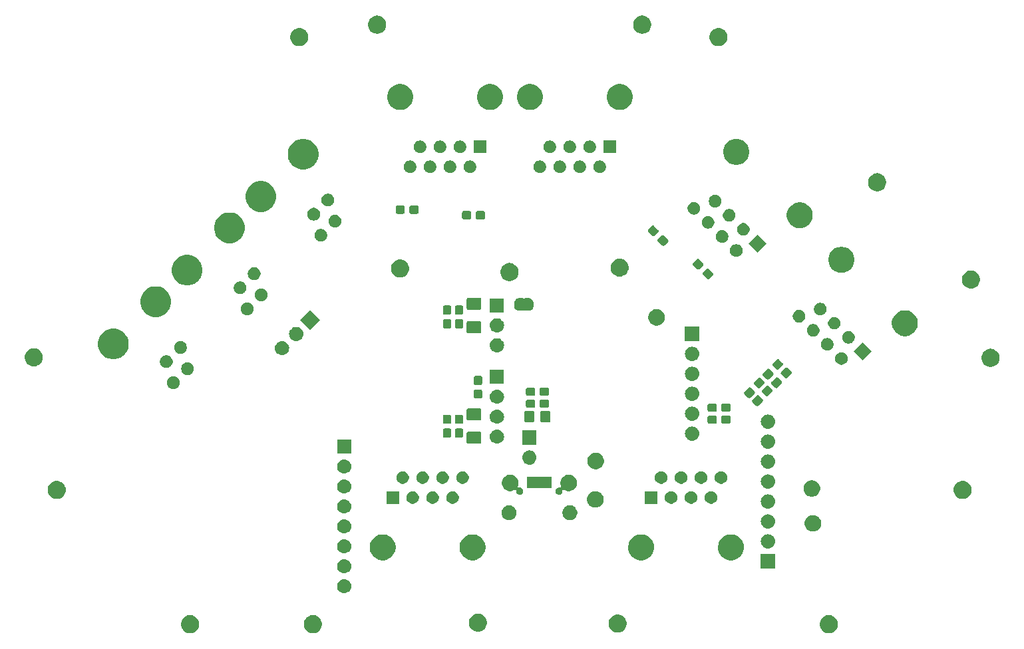
<source format=gbr>
G04 #@! TF.GenerationSoftware,KiCad,Pcbnew,(5.1.4)-1*
G04 #@! TF.CreationDate,2019-10-19T14:09:24-04:00*
G04 #@! TF.ProjectId,I2C Bus Board,49324320-4275-4732-9042-6f6172642e6b,rev?*
G04 #@! TF.SameCoordinates,Original*
G04 #@! TF.FileFunction,Soldermask,Top*
G04 #@! TF.FilePolarity,Negative*
%FSLAX46Y46*%
G04 Gerber Fmt 4.6, Leading zero omitted, Abs format (unit mm)*
G04 Created by KiCad (PCBNEW (5.1.4)-1) date 2019-10-19 14:09:24*
%MOMM*%
%LPD*%
G04 APERTURE LIST*
%ADD10C,0.100000*%
G04 APERTURE END LIST*
D10*
G36*
X235873049Y-102566616D02*
G01*
X235984234Y-102588732D01*
X236193703Y-102675497D01*
X236382220Y-102801460D01*
X236542540Y-102961780D01*
X236668503Y-103150297D01*
X236755268Y-103359766D01*
X236799500Y-103582136D01*
X236799500Y-103808864D01*
X236755268Y-104031234D01*
X236694806Y-104177201D01*
X236669325Y-104238720D01*
X236668503Y-104240703D01*
X236542540Y-104429220D01*
X236382220Y-104589540D01*
X236193703Y-104715503D01*
X235984234Y-104802268D01*
X235873049Y-104824384D01*
X235761865Y-104846500D01*
X235535135Y-104846500D01*
X235423951Y-104824384D01*
X235312766Y-104802268D01*
X235103297Y-104715503D01*
X234914780Y-104589540D01*
X234754460Y-104429220D01*
X234628497Y-104240703D01*
X234627676Y-104238720D01*
X234602194Y-104177201D01*
X234541732Y-104031234D01*
X234497500Y-103808864D01*
X234497500Y-103582136D01*
X234541732Y-103359766D01*
X234628497Y-103150297D01*
X234754460Y-102961780D01*
X234914780Y-102801460D01*
X235103297Y-102675497D01*
X235312766Y-102588732D01*
X235423951Y-102566616D01*
X235535135Y-102544500D01*
X235761865Y-102544500D01*
X235873049Y-102566616D01*
X235873049Y-102566616D01*
G37*
G36*
X170214049Y-102566616D02*
G01*
X170325234Y-102588732D01*
X170534703Y-102675497D01*
X170723220Y-102801460D01*
X170883540Y-102961780D01*
X171009503Y-103150297D01*
X171096268Y-103359766D01*
X171140500Y-103582136D01*
X171140500Y-103808864D01*
X171096268Y-104031234D01*
X171035806Y-104177201D01*
X171010325Y-104238720D01*
X171009503Y-104240703D01*
X170883540Y-104429220D01*
X170723220Y-104589540D01*
X170534703Y-104715503D01*
X170325234Y-104802268D01*
X170214049Y-104824384D01*
X170102865Y-104846500D01*
X169876135Y-104846500D01*
X169764951Y-104824384D01*
X169653766Y-104802268D01*
X169444297Y-104715503D01*
X169255780Y-104589540D01*
X169095460Y-104429220D01*
X168969497Y-104240703D01*
X168968676Y-104238720D01*
X168943194Y-104177201D01*
X168882732Y-104031234D01*
X168838500Y-103808864D01*
X168838500Y-103582136D01*
X168882732Y-103359766D01*
X168969497Y-103150297D01*
X169095460Y-102961780D01*
X169255780Y-102801460D01*
X169444297Y-102675497D01*
X169653766Y-102588732D01*
X169764951Y-102566616D01*
X169876135Y-102544500D01*
X170102865Y-102544500D01*
X170214049Y-102566616D01*
X170214049Y-102566616D01*
G37*
G36*
X154593049Y-102566616D02*
G01*
X154704234Y-102588732D01*
X154913703Y-102675497D01*
X155102220Y-102801460D01*
X155262540Y-102961780D01*
X155388503Y-103150297D01*
X155475268Y-103359766D01*
X155519500Y-103582136D01*
X155519500Y-103808864D01*
X155475268Y-104031234D01*
X155414806Y-104177201D01*
X155389325Y-104238720D01*
X155388503Y-104240703D01*
X155262540Y-104429220D01*
X155102220Y-104589540D01*
X154913703Y-104715503D01*
X154704234Y-104802268D01*
X154593049Y-104824384D01*
X154481865Y-104846500D01*
X154255135Y-104846500D01*
X154143951Y-104824384D01*
X154032766Y-104802268D01*
X153823297Y-104715503D01*
X153634780Y-104589540D01*
X153474460Y-104429220D01*
X153348497Y-104240703D01*
X153347676Y-104238720D01*
X153322194Y-104177201D01*
X153261732Y-104031234D01*
X153217500Y-103808864D01*
X153217500Y-103582136D01*
X153261732Y-103359766D01*
X153348497Y-103150297D01*
X153474460Y-102961780D01*
X153634780Y-102801460D01*
X153823297Y-102675497D01*
X154032766Y-102588732D01*
X154143951Y-102566616D01*
X154255135Y-102544500D01*
X154481865Y-102544500D01*
X154593049Y-102566616D01*
X154593049Y-102566616D01*
G37*
G36*
X209012549Y-102503116D02*
G01*
X209123734Y-102525232D01*
X209271850Y-102586584D01*
X209330700Y-102610960D01*
X209333203Y-102611997D01*
X209521720Y-102737960D01*
X209682040Y-102898280D01*
X209808003Y-103086797D01*
X209894768Y-103296266D01*
X209939000Y-103518636D01*
X209939000Y-103745364D01*
X209894768Y-103967734D01*
X209808003Y-104177203D01*
X209682040Y-104365720D01*
X209521720Y-104526040D01*
X209333203Y-104652003D01*
X209333202Y-104652004D01*
X209333201Y-104652004D01*
X209271850Y-104677416D01*
X209123734Y-104738768D01*
X209012549Y-104760884D01*
X208901365Y-104783000D01*
X208674635Y-104783000D01*
X208563451Y-104760884D01*
X208452266Y-104738768D01*
X208304150Y-104677416D01*
X208242799Y-104652004D01*
X208242798Y-104652004D01*
X208242797Y-104652003D01*
X208054280Y-104526040D01*
X207893960Y-104365720D01*
X207767997Y-104177203D01*
X207681232Y-103967734D01*
X207637000Y-103745364D01*
X207637000Y-103518636D01*
X207681232Y-103296266D01*
X207767997Y-103086797D01*
X207893960Y-102898280D01*
X208054280Y-102737960D01*
X208242797Y-102611997D01*
X208245301Y-102610960D01*
X208304150Y-102586584D01*
X208452266Y-102525232D01*
X208563451Y-102503116D01*
X208674635Y-102481000D01*
X208901365Y-102481000D01*
X209012549Y-102503116D01*
X209012549Y-102503116D01*
G37*
G36*
X191232549Y-102376116D02*
G01*
X191343734Y-102398232D01*
X191491850Y-102459584D01*
X191543554Y-102481000D01*
X191553203Y-102484997D01*
X191741720Y-102610960D01*
X191902040Y-102771280D01*
X191986899Y-102898281D01*
X192028004Y-102959799D01*
X192028825Y-102961781D01*
X192114768Y-103169266D01*
X192159000Y-103391636D01*
X192159000Y-103618364D01*
X192114768Y-103840734D01*
X192028003Y-104050203D01*
X191902040Y-104238720D01*
X191741720Y-104399040D01*
X191553203Y-104525003D01*
X191553202Y-104525004D01*
X191553201Y-104525004D01*
X191491850Y-104550416D01*
X191343734Y-104611768D01*
X191232549Y-104633884D01*
X191121365Y-104656000D01*
X190894635Y-104656000D01*
X190783451Y-104633884D01*
X190672266Y-104611768D01*
X190524150Y-104550416D01*
X190462799Y-104525004D01*
X190462798Y-104525004D01*
X190462797Y-104525003D01*
X190274280Y-104399040D01*
X190113960Y-104238720D01*
X189987997Y-104050203D01*
X189901232Y-103840734D01*
X189857000Y-103618364D01*
X189857000Y-103391636D01*
X189901232Y-103169266D01*
X189987175Y-102961781D01*
X189987996Y-102959799D01*
X190029101Y-102898281D01*
X190113960Y-102771280D01*
X190274280Y-102610960D01*
X190462797Y-102484997D01*
X190472447Y-102481000D01*
X190524150Y-102459584D01*
X190672266Y-102398232D01*
X190783451Y-102376116D01*
X190894635Y-102354000D01*
X191121365Y-102354000D01*
X191232549Y-102376116D01*
X191232549Y-102376116D01*
G37*
G36*
X174100442Y-97975018D02*
G01*
X174166627Y-97981537D01*
X174336466Y-98033057D01*
X174492991Y-98116722D01*
X174528729Y-98146052D01*
X174630186Y-98229314D01*
X174713448Y-98330771D01*
X174742778Y-98366509D01*
X174826443Y-98523034D01*
X174877963Y-98692873D01*
X174895359Y-98869500D01*
X174877963Y-99046127D01*
X174826443Y-99215966D01*
X174742778Y-99372491D01*
X174713448Y-99408229D01*
X174630186Y-99509686D01*
X174528729Y-99592948D01*
X174492991Y-99622278D01*
X174336466Y-99705943D01*
X174166627Y-99757463D01*
X174100442Y-99763982D01*
X174034260Y-99770500D01*
X173945740Y-99770500D01*
X173879557Y-99763981D01*
X173813373Y-99757463D01*
X173643534Y-99705943D01*
X173487009Y-99622278D01*
X173451271Y-99592948D01*
X173349814Y-99509686D01*
X173266552Y-99408229D01*
X173237222Y-99372491D01*
X173153557Y-99215966D01*
X173102037Y-99046127D01*
X173084641Y-98869500D01*
X173102037Y-98692873D01*
X173153557Y-98523034D01*
X173237222Y-98366509D01*
X173266552Y-98330771D01*
X173349814Y-98229314D01*
X173451271Y-98146052D01*
X173487009Y-98116722D01*
X173643534Y-98033057D01*
X173813373Y-97981537D01*
X173879557Y-97975019D01*
X173945740Y-97968500D01*
X174034260Y-97968500D01*
X174100442Y-97975018D01*
X174100442Y-97975018D01*
G37*
G36*
X174100443Y-95435019D02*
G01*
X174166627Y-95441537D01*
X174336466Y-95493057D01*
X174492991Y-95576722D01*
X174528729Y-95606052D01*
X174630186Y-95689314D01*
X174713448Y-95790771D01*
X174742778Y-95826509D01*
X174826443Y-95983034D01*
X174877963Y-96152873D01*
X174895359Y-96329500D01*
X174877963Y-96506127D01*
X174826443Y-96675966D01*
X174742778Y-96832491D01*
X174713448Y-96868229D01*
X174630186Y-96969686D01*
X174528729Y-97052948D01*
X174492991Y-97082278D01*
X174336466Y-97165943D01*
X174166627Y-97217463D01*
X174100442Y-97223982D01*
X174034260Y-97230500D01*
X173945740Y-97230500D01*
X173879558Y-97223982D01*
X173813373Y-97217463D01*
X173643534Y-97165943D01*
X173487009Y-97082278D01*
X173451271Y-97052948D01*
X173349814Y-96969686D01*
X173266552Y-96868229D01*
X173237222Y-96832491D01*
X173153557Y-96675966D01*
X173102037Y-96506127D01*
X173084641Y-96329500D01*
X173102037Y-96152873D01*
X173153557Y-95983034D01*
X173237222Y-95826509D01*
X173266552Y-95790771D01*
X173349814Y-95689314D01*
X173451271Y-95606052D01*
X173487009Y-95576722D01*
X173643534Y-95493057D01*
X173813373Y-95441537D01*
X173879557Y-95435019D01*
X173945740Y-95428500D01*
X174034260Y-95428500D01*
X174100443Y-95435019D01*
X174100443Y-95435019D01*
G37*
G36*
X228802500Y-96595500D02*
G01*
X227000500Y-96595500D01*
X227000500Y-94793500D01*
X228802500Y-94793500D01*
X228802500Y-96595500D01*
X228802500Y-96595500D01*
G37*
G36*
X179254756Y-92307798D02*
G01*
X179361079Y-92328947D01*
X179661542Y-92453403D01*
X179931951Y-92634085D01*
X180161915Y-92864049D01*
X180342597Y-93134458D01*
X180467053Y-93434921D01*
X180488202Y-93541244D01*
X180530500Y-93753889D01*
X180530500Y-94079111D01*
X180519190Y-94135968D01*
X180467053Y-94398079D01*
X180342597Y-94698542D01*
X180161915Y-94968951D01*
X179931951Y-95198915D01*
X179661542Y-95379597D01*
X179361079Y-95504053D01*
X179254756Y-95525202D01*
X179042111Y-95567500D01*
X178716889Y-95567500D01*
X178504244Y-95525202D01*
X178397921Y-95504053D01*
X178097458Y-95379597D01*
X177827049Y-95198915D01*
X177597085Y-94968951D01*
X177416403Y-94698542D01*
X177291947Y-94398079D01*
X177239810Y-94135968D01*
X177228500Y-94079111D01*
X177228500Y-93753889D01*
X177270798Y-93541244D01*
X177291947Y-93434921D01*
X177416403Y-93134458D01*
X177597085Y-92864049D01*
X177827049Y-92634085D01*
X178097458Y-92453403D01*
X178397921Y-92328947D01*
X178504244Y-92307798D01*
X178716889Y-92265500D01*
X179042111Y-92265500D01*
X179254756Y-92307798D01*
X179254756Y-92307798D01*
G37*
G36*
X212147756Y-92307798D02*
G01*
X212254079Y-92328947D01*
X212554542Y-92453403D01*
X212824951Y-92634085D01*
X213054915Y-92864049D01*
X213235597Y-93134458D01*
X213360053Y-93434921D01*
X213381202Y-93541244D01*
X213423500Y-93753889D01*
X213423500Y-94079111D01*
X213412190Y-94135968D01*
X213360053Y-94398079D01*
X213235597Y-94698542D01*
X213054915Y-94968951D01*
X212824951Y-95198915D01*
X212554542Y-95379597D01*
X212254079Y-95504053D01*
X212147756Y-95525202D01*
X211935111Y-95567500D01*
X211609889Y-95567500D01*
X211397244Y-95525202D01*
X211290921Y-95504053D01*
X210990458Y-95379597D01*
X210720049Y-95198915D01*
X210490085Y-94968951D01*
X210309403Y-94698542D01*
X210184947Y-94398079D01*
X210132810Y-94135968D01*
X210121500Y-94079111D01*
X210121500Y-93753889D01*
X210163798Y-93541244D01*
X210184947Y-93434921D01*
X210309403Y-93134458D01*
X210490085Y-92864049D01*
X210720049Y-92634085D01*
X210990458Y-92453403D01*
X211290921Y-92328947D01*
X211397244Y-92307798D01*
X211609889Y-92265500D01*
X211935111Y-92265500D01*
X212147756Y-92307798D01*
X212147756Y-92307798D01*
G37*
G36*
X223577756Y-92307798D02*
G01*
X223684079Y-92328947D01*
X223984542Y-92453403D01*
X224254951Y-92634085D01*
X224484915Y-92864049D01*
X224665597Y-93134458D01*
X224790053Y-93434921D01*
X224811202Y-93541244D01*
X224853500Y-93753889D01*
X224853500Y-94079111D01*
X224842190Y-94135968D01*
X224790053Y-94398079D01*
X224665597Y-94698542D01*
X224484915Y-94968951D01*
X224254951Y-95198915D01*
X223984542Y-95379597D01*
X223684079Y-95504053D01*
X223577756Y-95525202D01*
X223365111Y-95567500D01*
X223039889Y-95567500D01*
X222827244Y-95525202D01*
X222720921Y-95504053D01*
X222420458Y-95379597D01*
X222150049Y-95198915D01*
X221920085Y-94968951D01*
X221739403Y-94698542D01*
X221614947Y-94398079D01*
X221562810Y-94135968D01*
X221551500Y-94079111D01*
X221551500Y-93753889D01*
X221593798Y-93541244D01*
X221614947Y-93434921D01*
X221739403Y-93134458D01*
X221920085Y-92864049D01*
X222150049Y-92634085D01*
X222420458Y-92453403D01*
X222720921Y-92328947D01*
X222827244Y-92307798D01*
X223039889Y-92265500D01*
X223365111Y-92265500D01*
X223577756Y-92307798D01*
X223577756Y-92307798D01*
G37*
G36*
X190684756Y-92307798D02*
G01*
X190791079Y-92328947D01*
X191091542Y-92453403D01*
X191361951Y-92634085D01*
X191591915Y-92864049D01*
X191772597Y-93134458D01*
X191897053Y-93434921D01*
X191918202Y-93541244D01*
X191960500Y-93753889D01*
X191960500Y-94079111D01*
X191949190Y-94135968D01*
X191897053Y-94398079D01*
X191772597Y-94698542D01*
X191591915Y-94968951D01*
X191361951Y-95198915D01*
X191091542Y-95379597D01*
X190791079Y-95504053D01*
X190684756Y-95525202D01*
X190472111Y-95567500D01*
X190146889Y-95567500D01*
X189934244Y-95525202D01*
X189827921Y-95504053D01*
X189527458Y-95379597D01*
X189257049Y-95198915D01*
X189027085Y-94968951D01*
X188846403Y-94698542D01*
X188721947Y-94398079D01*
X188669810Y-94135968D01*
X188658500Y-94079111D01*
X188658500Y-93753889D01*
X188700798Y-93541244D01*
X188721947Y-93434921D01*
X188846403Y-93134458D01*
X189027085Y-92864049D01*
X189257049Y-92634085D01*
X189527458Y-92453403D01*
X189827921Y-92328947D01*
X189934244Y-92307798D01*
X190146889Y-92265500D01*
X190472111Y-92265500D01*
X190684756Y-92307798D01*
X190684756Y-92307798D01*
G37*
G36*
X174100442Y-92895018D02*
G01*
X174166627Y-92901537D01*
X174336466Y-92953057D01*
X174492991Y-93036722D01*
X174528729Y-93066052D01*
X174630186Y-93149314D01*
X174713448Y-93250771D01*
X174742778Y-93286509D01*
X174742779Y-93286511D01*
X174822107Y-93434921D01*
X174826443Y-93443034D01*
X174877963Y-93612873D01*
X174895359Y-93789500D01*
X174877963Y-93966127D01*
X174826443Y-94135966D01*
X174742778Y-94292491D01*
X174713448Y-94328229D01*
X174630186Y-94429686D01*
X174528729Y-94512948D01*
X174492991Y-94542278D01*
X174336466Y-94625943D01*
X174166627Y-94677463D01*
X174100442Y-94683982D01*
X174034260Y-94690500D01*
X173945740Y-94690500D01*
X173879558Y-94683982D01*
X173813373Y-94677463D01*
X173643534Y-94625943D01*
X173487009Y-94542278D01*
X173451271Y-94512948D01*
X173349814Y-94429686D01*
X173266552Y-94328229D01*
X173237222Y-94292491D01*
X173153557Y-94135966D01*
X173102037Y-93966127D01*
X173084641Y-93789500D01*
X173102037Y-93612873D01*
X173153557Y-93443034D01*
X173157894Y-93434921D01*
X173237221Y-93286511D01*
X173237222Y-93286509D01*
X173266552Y-93250771D01*
X173349814Y-93149314D01*
X173451271Y-93066052D01*
X173487009Y-93036722D01*
X173643534Y-92953057D01*
X173813373Y-92901537D01*
X173879558Y-92895018D01*
X173945740Y-92888500D01*
X174034260Y-92888500D01*
X174100442Y-92895018D01*
X174100442Y-92895018D01*
G37*
G36*
X228011943Y-92260019D02*
G01*
X228078127Y-92266537D01*
X228247966Y-92318057D01*
X228404491Y-92401722D01*
X228440229Y-92431052D01*
X228541686Y-92514314D01*
X228624948Y-92615771D01*
X228654278Y-92651509D01*
X228737943Y-92808034D01*
X228789463Y-92977873D01*
X228806859Y-93154500D01*
X228789463Y-93331127D01*
X228737943Y-93500966D01*
X228654278Y-93657491D01*
X228624948Y-93693229D01*
X228541686Y-93794686D01*
X228440229Y-93877948D01*
X228404491Y-93907278D01*
X228247966Y-93990943D01*
X228078127Y-94042463D01*
X228011942Y-94048982D01*
X227945760Y-94055500D01*
X227857240Y-94055500D01*
X227791057Y-94048981D01*
X227724873Y-94042463D01*
X227555034Y-93990943D01*
X227398509Y-93907278D01*
X227362771Y-93877948D01*
X227261314Y-93794686D01*
X227178052Y-93693229D01*
X227148722Y-93657491D01*
X227065057Y-93500966D01*
X227013537Y-93331127D01*
X226996141Y-93154500D01*
X227013537Y-92977873D01*
X227065057Y-92808034D01*
X227148722Y-92651509D01*
X227178052Y-92615771D01*
X227261314Y-92514314D01*
X227362771Y-92431052D01*
X227398509Y-92401722D01*
X227555034Y-92318057D01*
X227724873Y-92266537D01*
X227791057Y-92260019D01*
X227857240Y-92253500D01*
X227945760Y-92253500D01*
X228011943Y-92260019D01*
X228011943Y-92260019D01*
G37*
G36*
X174100443Y-90355019D02*
G01*
X174166627Y-90361537D01*
X174336466Y-90413057D01*
X174492991Y-90496722D01*
X174528729Y-90526052D01*
X174630186Y-90609314D01*
X174713448Y-90710771D01*
X174742778Y-90746509D01*
X174826443Y-90903034D01*
X174877963Y-91072873D01*
X174895359Y-91249500D01*
X174877963Y-91426127D01*
X174826443Y-91595966D01*
X174742778Y-91752491D01*
X174713448Y-91788229D01*
X174630186Y-91889686D01*
X174528729Y-91972948D01*
X174492991Y-92002278D01*
X174336466Y-92085943D01*
X174166627Y-92137463D01*
X174100443Y-92143981D01*
X174034260Y-92150500D01*
X173945740Y-92150500D01*
X173879557Y-92143981D01*
X173813373Y-92137463D01*
X173643534Y-92085943D01*
X173487009Y-92002278D01*
X173451271Y-91972948D01*
X173349814Y-91889686D01*
X173266552Y-91788229D01*
X173237222Y-91752491D01*
X173153557Y-91595966D01*
X173102037Y-91426127D01*
X173084641Y-91249500D01*
X173102037Y-91072873D01*
X173153557Y-90903034D01*
X173237222Y-90746509D01*
X173266552Y-90710771D01*
X173349814Y-90609314D01*
X173451271Y-90526052D01*
X173487009Y-90496722D01*
X173643534Y-90413057D01*
X173813373Y-90361537D01*
X173879557Y-90355019D01*
X173945740Y-90348500D01*
X174034260Y-90348500D01*
X174100443Y-90355019D01*
X174100443Y-90355019D01*
G37*
G36*
X233923064Y-89857889D02*
G01*
X234114333Y-89937115D01*
X234114335Y-89937116D01*
X234286473Y-90052135D01*
X234432865Y-90198527D01*
X234540267Y-90359265D01*
X234547885Y-90370667D01*
X234627111Y-90561936D01*
X234667500Y-90764984D01*
X234667500Y-90972016D01*
X234627111Y-91175064D01*
X234547885Y-91366333D01*
X234547884Y-91366335D01*
X234432865Y-91538473D01*
X234286473Y-91684865D01*
X234114335Y-91799884D01*
X234114334Y-91799885D01*
X234114333Y-91799885D01*
X233923064Y-91879111D01*
X233720016Y-91919500D01*
X233512984Y-91919500D01*
X233309936Y-91879111D01*
X233118667Y-91799885D01*
X233118666Y-91799885D01*
X233118665Y-91799884D01*
X232946527Y-91684865D01*
X232800135Y-91538473D01*
X232685116Y-91366335D01*
X232685115Y-91366333D01*
X232605889Y-91175064D01*
X232565500Y-90972016D01*
X232565500Y-90764984D01*
X232605889Y-90561936D01*
X232685115Y-90370667D01*
X232692734Y-90359265D01*
X232800135Y-90198527D01*
X232946527Y-90052135D01*
X233118665Y-89937116D01*
X233118667Y-89937115D01*
X233309936Y-89857889D01*
X233512984Y-89817500D01*
X233720016Y-89817500D01*
X233923064Y-89857889D01*
X233923064Y-89857889D01*
G37*
G36*
X228011943Y-89720019D02*
G01*
X228078127Y-89726537D01*
X228247966Y-89778057D01*
X228247968Y-89778058D01*
X228321758Y-89817500D01*
X228404491Y-89861722D01*
X228440229Y-89891052D01*
X228541686Y-89974314D01*
X228605551Y-90052135D01*
X228654278Y-90111509D01*
X228737943Y-90268034D01*
X228789463Y-90437873D01*
X228806859Y-90614500D01*
X228789463Y-90791127D01*
X228737943Y-90960966D01*
X228654278Y-91117491D01*
X228624948Y-91153229D01*
X228541686Y-91254686D01*
X228440229Y-91337948D01*
X228404491Y-91367278D01*
X228247966Y-91450943D01*
X228078127Y-91502463D01*
X228011943Y-91508981D01*
X227945760Y-91515500D01*
X227857240Y-91515500D01*
X227791057Y-91508981D01*
X227724873Y-91502463D01*
X227555034Y-91450943D01*
X227398509Y-91367278D01*
X227362771Y-91337948D01*
X227261314Y-91254686D01*
X227178052Y-91153229D01*
X227148722Y-91117491D01*
X227065057Y-90960966D01*
X227013537Y-90791127D01*
X226996141Y-90614500D01*
X227013537Y-90437873D01*
X227065057Y-90268034D01*
X227148722Y-90111509D01*
X227197449Y-90052135D01*
X227261314Y-89974314D01*
X227362771Y-89891052D01*
X227398509Y-89861722D01*
X227481242Y-89817500D01*
X227555032Y-89778058D01*
X227555034Y-89778057D01*
X227724873Y-89726537D01*
X227791057Y-89720019D01*
X227857240Y-89713500D01*
X227945760Y-89713500D01*
X228011943Y-89720019D01*
X228011943Y-89720019D01*
G37*
G36*
X202970895Y-88602046D02*
G01*
X203143966Y-88673734D01*
X203205253Y-88714685D01*
X203299727Y-88777810D01*
X203432190Y-88910273D01*
X203467062Y-88962463D01*
X203536266Y-89066034D01*
X203607954Y-89239105D01*
X203644500Y-89422833D01*
X203644500Y-89610167D01*
X203607954Y-89793895D01*
X203536266Y-89966966D01*
X203484581Y-90044318D01*
X203432190Y-90122727D01*
X203299727Y-90255190D01*
X203221318Y-90307581D01*
X203143966Y-90359266D01*
X202970895Y-90430954D01*
X202787167Y-90467500D01*
X202599833Y-90467500D01*
X202416105Y-90430954D01*
X202243034Y-90359266D01*
X202165682Y-90307581D01*
X202087273Y-90255190D01*
X201954810Y-90122727D01*
X201902419Y-90044318D01*
X201850734Y-89966966D01*
X201779046Y-89793895D01*
X201742500Y-89610167D01*
X201742500Y-89422833D01*
X201779046Y-89239105D01*
X201850734Y-89066034D01*
X201919938Y-88962463D01*
X201954810Y-88910273D01*
X202087273Y-88777810D01*
X202181747Y-88714685D01*
X202243034Y-88673734D01*
X202416105Y-88602046D01*
X202599833Y-88565500D01*
X202787167Y-88565500D01*
X202970895Y-88602046D01*
X202970895Y-88602046D01*
G37*
G36*
X195220895Y-88602046D02*
G01*
X195393966Y-88673734D01*
X195455253Y-88714685D01*
X195549727Y-88777810D01*
X195682190Y-88910273D01*
X195717062Y-88962463D01*
X195786266Y-89066034D01*
X195857954Y-89239105D01*
X195894500Y-89422833D01*
X195894500Y-89610167D01*
X195857954Y-89793895D01*
X195786266Y-89966966D01*
X195734581Y-90044318D01*
X195682190Y-90122727D01*
X195549727Y-90255190D01*
X195471318Y-90307581D01*
X195393966Y-90359266D01*
X195220895Y-90430954D01*
X195037167Y-90467500D01*
X194849833Y-90467500D01*
X194666105Y-90430954D01*
X194493034Y-90359266D01*
X194415682Y-90307581D01*
X194337273Y-90255190D01*
X194204810Y-90122727D01*
X194152419Y-90044318D01*
X194100734Y-89966966D01*
X194029046Y-89793895D01*
X193992500Y-89610167D01*
X193992500Y-89422833D01*
X194029046Y-89239105D01*
X194100734Y-89066034D01*
X194169938Y-88962463D01*
X194204810Y-88910273D01*
X194337273Y-88777810D01*
X194431747Y-88714685D01*
X194493034Y-88673734D01*
X194666105Y-88602046D01*
X194849833Y-88565500D01*
X195037167Y-88565500D01*
X195220895Y-88602046D01*
X195220895Y-88602046D01*
G37*
G36*
X174100442Y-87815018D02*
G01*
X174166627Y-87821537D01*
X174336466Y-87873057D01*
X174492991Y-87956722D01*
X174528729Y-87986052D01*
X174630186Y-88069314D01*
X174677579Y-88127064D01*
X174742778Y-88206509D01*
X174826443Y-88363034D01*
X174877963Y-88532873D01*
X174895359Y-88709500D01*
X174877963Y-88886127D01*
X174826443Y-89055966D01*
X174742778Y-89212491D01*
X174720937Y-89239104D01*
X174630186Y-89349686D01*
X174541055Y-89422833D01*
X174492991Y-89462278D01*
X174336466Y-89545943D01*
X174166627Y-89597463D01*
X174100443Y-89603981D01*
X174034260Y-89610500D01*
X173945740Y-89610500D01*
X173879557Y-89603981D01*
X173813373Y-89597463D01*
X173643534Y-89545943D01*
X173487009Y-89462278D01*
X173438945Y-89422833D01*
X173349814Y-89349686D01*
X173259063Y-89239104D01*
X173237222Y-89212491D01*
X173153557Y-89055966D01*
X173102037Y-88886127D01*
X173084641Y-88709500D01*
X173102037Y-88532873D01*
X173153557Y-88363034D01*
X173237222Y-88206509D01*
X173302421Y-88127064D01*
X173349814Y-88069314D01*
X173451271Y-87986052D01*
X173487009Y-87956722D01*
X173643534Y-87873057D01*
X173813373Y-87821537D01*
X173879558Y-87815018D01*
X173945740Y-87808500D01*
X174034260Y-87808500D01*
X174100442Y-87815018D01*
X174100442Y-87815018D01*
G37*
G36*
X228011942Y-87180018D02*
G01*
X228078127Y-87186537D01*
X228247966Y-87238057D01*
X228404491Y-87321722D01*
X228418060Y-87332858D01*
X228541686Y-87434314D01*
X228602190Y-87508040D01*
X228654278Y-87571509D01*
X228737943Y-87728034D01*
X228789463Y-87897873D01*
X228806859Y-88074500D01*
X228789463Y-88251127D01*
X228737943Y-88420966D01*
X228654278Y-88577491D01*
X228634126Y-88602046D01*
X228541686Y-88714686D01*
X228464769Y-88777809D01*
X228404491Y-88827278D01*
X228404489Y-88827279D01*
X228249220Y-88910273D01*
X228247966Y-88910943D01*
X228078127Y-88962463D01*
X228011942Y-88968982D01*
X227945760Y-88975500D01*
X227857240Y-88975500D01*
X227791058Y-88968982D01*
X227724873Y-88962463D01*
X227555034Y-88910943D01*
X227553781Y-88910273D01*
X227398511Y-88827279D01*
X227398509Y-88827278D01*
X227338231Y-88777809D01*
X227261314Y-88714686D01*
X227168874Y-88602046D01*
X227148722Y-88577491D01*
X227065057Y-88420966D01*
X227013537Y-88251127D01*
X226996141Y-88074500D01*
X227013537Y-87897873D01*
X227065057Y-87728034D01*
X227148722Y-87571509D01*
X227200810Y-87508040D01*
X227261314Y-87434314D01*
X227384940Y-87332858D01*
X227398509Y-87321722D01*
X227555034Y-87238057D01*
X227724873Y-87186537D01*
X227791058Y-87180018D01*
X227857240Y-87173500D01*
X227945760Y-87173500D01*
X228011942Y-87180018D01*
X228011942Y-87180018D01*
G37*
G36*
X206237064Y-86809889D02*
G01*
X206428333Y-86889115D01*
X206428335Y-86889116D01*
X206600473Y-87004135D01*
X206746865Y-87150527D01*
X206861885Y-87322667D01*
X206941111Y-87513936D01*
X206981500Y-87716984D01*
X206981500Y-87924016D01*
X206941111Y-88127064D01*
X206879280Y-88276337D01*
X206861884Y-88318335D01*
X206746865Y-88490473D01*
X206600473Y-88636865D01*
X206428335Y-88751884D01*
X206428334Y-88751885D01*
X206428333Y-88751885D01*
X206237064Y-88831111D01*
X206034016Y-88871500D01*
X205826984Y-88871500D01*
X205623936Y-88831111D01*
X205432667Y-88751885D01*
X205432666Y-88751885D01*
X205432665Y-88751884D01*
X205260527Y-88636865D01*
X205114135Y-88490473D01*
X204999116Y-88318335D01*
X204981720Y-88276337D01*
X204919889Y-88127064D01*
X204879500Y-87924016D01*
X204879500Y-87716984D01*
X204919889Y-87513936D01*
X204999115Y-87322667D01*
X205114135Y-87150527D01*
X205260527Y-87004135D01*
X205432665Y-86889116D01*
X205432667Y-86889115D01*
X205623936Y-86809889D01*
X205826984Y-86769500D01*
X206034016Y-86769500D01*
X206237064Y-86809889D01*
X206237064Y-86809889D01*
G37*
G36*
X180950500Y-88367500D02*
G01*
X179348500Y-88367500D01*
X179348500Y-86765500D01*
X180950500Y-86765500D01*
X180950500Y-88367500D01*
X180950500Y-88367500D01*
G37*
G36*
X213843500Y-88367500D02*
G01*
X212241500Y-88367500D01*
X212241500Y-86765500D01*
X213843500Y-86765500D01*
X213843500Y-88367500D01*
X213843500Y-88367500D01*
G37*
G36*
X188003142Y-86796281D02*
G01*
X188148914Y-86856662D01*
X188148916Y-86856663D01*
X188280108Y-86944322D01*
X188391678Y-87055892D01*
X188479337Y-87187084D01*
X188479338Y-87187086D01*
X188539719Y-87332858D01*
X188570500Y-87487607D01*
X188570500Y-87645393D01*
X188539719Y-87800142D01*
X188509516Y-87873057D01*
X188479337Y-87945916D01*
X188391678Y-88077108D01*
X188280108Y-88188678D01*
X188148916Y-88276337D01*
X188148915Y-88276338D01*
X188148914Y-88276338D01*
X188003142Y-88336719D01*
X187848393Y-88367500D01*
X187690607Y-88367500D01*
X187535858Y-88336719D01*
X187390086Y-88276338D01*
X187390085Y-88276338D01*
X187390084Y-88276337D01*
X187258892Y-88188678D01*
X187147322Y-88077108D01*
X187059663Y-87945916D01*
X187029484Y-87873057D01*
X186999281Y-87800142D01*
X186968500Y-87645393D01*
X186968500Y-87487607D01*
X186999281Y-87332858D01*
X187059662Y-87187086D01*
X187059663Y-87187084D01*
X187147322Y-87055892D01*
X187258892Y-86944322D01*
X187390084Y-86856663D01*
X187390086Y-86856662D01*
X187535858Y-86796281D01*
X187690607Y-86765500D01*
X187848393Y-86765500D01*
X188003142Y-86796281D01*
X188003142Y-86796281D01*
G37*
G36*
X185463142Y-86796281D02*
G01*
X185608914Y-86856662D01*
X185608916Y-86856663D01*
X185740108Y-86944322D01*
X185851678Y-87055892D01*
X185939337Y-87187084D01*
X185939338Y-87187086D01*
X185999719Y-87332858D01*
X186030500Y-87487607D01*
X186030500Y-87645393D01*
X185999719Y-87800142D01*
X185969516Y-87873057D01*
X185939337Y-87945916D01*
X185851678Y-88077108D01*
X185740108Y-88188678D01*
X185608916Y-88276337D01*
X185608915Y-88276338D01*
X185608914Y-88276338D01*
X185463142Y-88336719D01*
X185308393Y-88367500D01*
X185150607Y-88367500D01*
X184995858Y-88336719D01*
X184850086Y-88276338D01*
X184850085Y-88276338D01*
X184850084Y-88276337D01*
X184718892Y-88188678D01*
X184607322Y-88077108D01*
X184519663Y-87945916D01*
X184489484Y-87873057D01*
X184459281Y-87800142D01*
X184428500Y-87645393D01*
X184428500Y-87487607D01*
X184459281Y-87332858D01*
X184519662Y-87187086D01*
X184519663Y-87187084D01*
X184607322Y-87055892D01*
X184718892Y-86944322D01*
X184850084Y-86856663D01*
X184850086Y-86856662D01*
X184995858Y-86796281D01*
X185150607Y-86765500D01*
X185308393Y-86765500D01*
X185463142Y-86796281D01*
X185463142Y-86796281D01*
G37*
G36*
X215816142Y-86796281D02*
G01*
X215961914Y-86856662D01*
X215961916Y-86856663D01*
X216093108Y-86944322D01*
X216204678Y-87055892D01*
X216292337Y-87187084D01*
X216292338Y-87187086D01*
X216352719Y-87332858D01*
X216383500Y-87487607D01*
X216383500Y-87645393D01*
X216352719Y-87800142D01*
X216322516Y-87873057D01*
X216292337Y-87945916D01*
X216204678Y-88077108D01*
X216093108Y-88188678D01*
X215961916Y-88276337D01*
X215961915Y-88276338D01*
X215961914Y-88276338D01*
X215816142Y-88336719D01*
X215661393Y-88367500D01*
X215503607Y-88367500D01*
X215348858Y-88336719D01*
X215203086Y-88276338D01*
X215203085Y-88276338D01*
X215203084Y-88276337D01*
X215071892Y-88188678D01*
X214960322Y-88077108D01*
X214872663Y-87945916D01*
X214842484Y-87873057D01*
X214812281Y-87800142D01*
X214781500Y-87645393D01*
X214781500Y-87487607D01*
X214812281Y-87332858D01*
X214872662Y-87187086D01*
X214872663Y-87187084D01*
X214960322Y-87055892D01*
X215071892Y-86944322D01*
X215203084Y-86856663D01*
X215203086Y-86856662D01*
X215348858Y-86796281D01*
X215503607Y-86765500D01*
X215661393Y-86765500D01*
X215816142Y-86796281D01*
X215816142Y-86796281D01*
G37*
G36*
X218356142Y-86796281D02*
G01*
X218501914Y-86856662D01*
X218501916Y-86856663D01*
X218633108Y-86944322D01*
X218744678Y-87055892D01*
X218832337Y-87187084D01*
X218832338Y-87187086D01*
X218892719Y-87332858D01*
X218923500Y-87487607D01*
X218923500Y-87645393D01*
X218892719Y-87800142D01*
X218862516Y-87873057D01*
X218832337Y-87945916D01*
X218744678Y-88077108D01*
X218633108Y-88188678D01*
X218501916Y-88276337D01*
X218501915Y-88276338D01*
X218501914Y-88276338D01*
X218356142Y-88336719D01*
X218201393Y-88367500D01*
X218043607Y-88367500D01*
X217888858Y-88336719D01*
X217743086Y-88276338D01*
X217743085Y-88276338D01*
X217743084Y-88276337D01*
X217611892Y-88188678D01*
X217500322Y-88077108D01*
X217412663Y-87945916D01*
X217382484Y-87873057D01*
X217352281Y-87800142D01*
X217321500Y-87645393D01*
X217321500Y-87487607D01*
X217352281Y-87332858D01*
X217412662Y-87187086D01*
X217412663Y-87187084D01*
X217500322Y-87055892D01*
X217611892Y-86944322D01*
X217743084Y-86856663D01*
X217743086Y-86856662D01*
X217888858Y-86796281D01*
X218043607Y-86765500D01*
X218201393Y-86765500D01*
X218356142Y-86796281D01*
X218356142Y-86796281D01*
G37*
G36*
X220896142Y-86796281D02*
G01*
X221041914Y-86856662D01*
X221041916Y-86856663D01*
X221173108Y-86944322D01*
X221284678Y-87055892D01*
X221372337Y-87187084D01*
X221372338Y-87187086D01*
X221432719Y-87332858D01*
X221463500Y-87487607D01*
X221463500Y-87645393D01*
X221432719Y-87800142D01*
X221402516Y-87873057D01*
X221372337Y-87945916D01*
X221284678Y-88077108D01*
X221173108Y-88188678D01*
X221041916Y-88276337D01*
X221041915Y-88276338D01*
X221041914Y-88276338D01*
X220896142Y-88336719D01*
X220741393Y-88367500D01*
X220583607Y-88367500D01*
X220428858Y-88336719D01*
X220283086Y-88276338D01*
X220283085Y-88276338D01*
X220283084Y-88276337D01*
X220151892Y-88188678D01*
X220040322Y-88077108D01*
X219952663Y-87945916D01*
X219922484Y-87873057D01*
X219892281Y-87800142D01*
X219861500Y-87645393D01*
X219861500Y-87487607D01*
X219892281Y-87332858D01*
X219952662Y-87187086D01*
X219952663Y-87187084D01*
X220040322Y-87055892D01*
X220151892Y-86944322D01*
X220283084Y-86856663D01*
X220283086Y-86856662D01*
X220428858Y-86796281D01*
X220583607Y-86765500D01*
X220741393Y-86765500D01*
X220896142Y-86796281D01*
X220896142Y-86796281D01*
G37*
G36*
X182923142Y-86796281D02*
G01*
X183068914Y-86856662D01*
X183068916Y-86856663D01*
X183200108Y-86944322D01*
X183311678Y-87055892D01*
X183399337Y-87187084D01*
X183399338Y-87187086D01*
X183459719Y-87332858D01*
X183490500Y-87487607D01*
X183490500Y-87645393D01*
X183459719Y-87800142D01*
X183429516Y-87873057D01*
X183399337Y-87945916D01*
X183311678Y-88077108D01*
X183200108Y-88188678D01*
X183068916Y-88276337D01*
X183068915Y-88276338D01*
X183068914Y-88276338D01*
X182923142Y-88336719D01*
X182768393Y-88367500D01*
X182610607Y-88367500D01*
X182455858Y-88336719D01*
X182310086Y-88276338D01*
X182310085Y-88276338D01*
X182310084Y-88276337D01*
X182178892Y-88188678D01*
X182067322Y-88077108D01*
X181979663Y-87945916D01*
X181949484Y-87873057D01*
X181919281Y-87800142D01*
X181888500Y-87645393D01*
X181888500Y-87487607D01*
X181919281Y-87332858D01*
X181979662Y-87187086D01*
X181979663Y-87187084D01*
X182067322Y-87055892D01*
X182178892Y-86944322D01*
X182310084Y-86856663D01*
X182310086Y-86856662D01*
X182455858Y-86796281D01*
X182610607Y-86765500D01*
X182768393Y-86765500D01*
X182923142Y-86796281D01*
X182923142Y-86796281D01*
G37*
G36*
X137638549Y-85485116D02*
G01*
X137749734Y-85507232D01*
X137959203Y-85593997D01*
X138147720Y-85719960D01*
X138308040Y-85880280D01*
X138434003Y-86068797D01*
X138520768Y-86278266D01*
X138530236Y-86325866D01*
X138565000Y-86500635D01*
X138565000Y-86727365D01*
X138556619Y-86769500D01*
X138520768Y-86949734D01*
X138434003Y-87159203D01*
X138308040Y-87347720D01*
X138147720Y-87508040D01*
X137959203Y-87634003D01*
X137749734Y-87720768D01*
X137713215Y-87728032D01*
X137527365Y-87765000D01*
X137300635Y-87765000D01*
X137114785Y-87728032D01*
X137078266Y-87720768D01*
X136868797Y-87634003D01*
X136680280Y-87508040D01*
X136519960Y-87347720D01*
X136393997Y-87159203D01*
X136307232Y-86949734D01*
X136271381Y-86769500D01*
X136263000Y-86727365D01*
X136263000Y-86500635D01*
X136297764Y-86325866D01*
X136307232Y-86278266D01*
X136393997Y-86068797D01*
X136519960Y-85880280D01*
X136680280Y-85719960D01*
X136868797Y-85593997D01*
X137078266Y-85507232D01*
X137189451Y-85485116D01*
X137300635Y-85463000D01*
X137527365Y-85463000D01*
X137638549Y-85485116D01*
X137638549Y-85485116D01*
G37*
G36*
X252891049Y-85485116D02*
G01*
X253002234Y-85507232D01*
X253211703Y-85593997D01*
X253400220Y-85719960D01*
X253560540Y-85880280D01*
X253686503Y-86068797D01*
X253773268Y-86278266D01*
X253782736Y-86325866D01*
X253817500Y-86500635D01*
X253817500Y-86727365D01*
X253809119Y-86769500D01*
X253773268Y-86949734D01*
X253686503Y-87159203D01*
X253560540Y-87347720D01*
X253400220Y-87508040D01*
X253211703Y-87634003D01*
X253002234Y-87720768D01*
X252965715Y-87728032D01*
X252779865Y-87765000D01*
X252553135Y-87765000D01*
X252367285Y-87728032D01*
X252330766Y-87720768D01*
X252121297Y-87634003D01*
X251932780Y-87508040D01*
X251772460Y-87347720D01*
X251646497Y-87159203D01*
X251559732Y-86949734D01*
X251523881Y-86769500D01*
X251515500Y-86727365D01*
X251515500Y-86500635D01*
X251550264Y-86325866D01*
X251559732Y-86278266D01*
X251646497Y-86068797D01*
X251772460Y-85880280D01*
X251932780Y-85719960D01*
X252121297Y-85593997D01*
X252330766Y-85507232D01*
X252441951Y-85485116D01*
X252553135Y-85463000D01*
X252779865Y-85463000D01*
X252891049Y-85485116D01*
X252891049Y-85485116D01*
G37*
G36*
X233796064Y-85412889D02*
G01*
X233987333Y-85492115D01*
X233987335Y-85492116D01*
X234159473Y-85607135D01*
X234305865Y-85753527D01*
X234390559Y-85880280D01*
X234420885Y-85925667D01*
X234500111Y-86116936D01*
X234540500Y-86319984D01*
X234540500Y-86527016D01*
X234500111Y-86730064D01*
X234430528Y-86898052D01*
X234420884Y-86921335D01*
X234305865Y-87093473D01*
X234159473Y-87239865D01*
X233987335Y-87354884D01*
X233987334Y-87354885D01*
X233987333Y-87354885D01*
X233796064Y-87434111D01*
X233593016Y-87474500D01*
X233385984Y-87474500D01*
X233182936Y-87434111D01*
X232991667Y-87354885D01*
X232991666Y-87354885D01*
X232991665Y-87354884D01*
X232819527Y-87239865D01*
X232673135Y-87093473D01*
X232558116Y-86921335D01*
X232548472Y-86898052D01*
X232478889Y-86730064D01*
X232438500Y-86527016D01*
X232438500Y-86319984D01*
X232478889Y-86116936D01*
X232558115Y-85925667D01*
X232588442Y-85880280D01*
X232673135Y-85753527D01*
X232819527Y-85607135D01*
X232991665Y-85492116D01*
X232991667Y-85492115D01*
X233182936Y-85412889D01*
X233385984Y-85372500D01*
X233593016Y-85372500D01*
X233796064Y-85412889D01*
X233796064Y-85412889D01*
G37*
G36*
X202850064Y-84705889D02*
G01*
X203041333Y-84785115D01*
X203041335Y-84785116D01*
X203213473Y-84900135D01*
X203359865Y-85046527D01*
X203454416Y-85188032D01*
X203474885Y-85218667D01*
X203554111Y-85409936D01*
X203594500Y-85612984D01*
X203594500Y-85820016D01*
X203554111Y-86023064D01*
X203474885Y-86214333D01*
X203474884Y-86214335D01*
X203359865Y-86386473D01*
X203213473Y-86532865D01*
X203041335Y-86647884D01*
X203041334Y-86647885D01*
X203041333Y-86647885D01*
X202850064Y-86727111D01*
X202647016Y-86767500D01*
X202439984Y-86767500D01*
X202236936Y-86727111D01*
X202045667Y-86647885D01*
X202045666Y-86647885D01*
X202045665Y-86647884D01*
X201961063Y-86591355D01*
X201939454Y-86579805D01*
X201916005Y-86572692D01*
X201891619Y-86570290D01*
X201867233Y-86572692D01*
X201843784Y-86579805D01*
X201822173Y-86591356D01*
X201803231Y-86606901D01*
X201787686Y-86625843D01*
X201776135Y-86647454D01*
X201769022Y-86670903D01*
X201766620Y-86695289D01*
X201769021Y-86719673D01*
X201769500Y-86722081D01*
X201769500Y-86810921D01*
X201752169Y-86898052D01*
X201730761Y-86949734D01*
X201718171Y-86980129D01*
X201668814Y-87053996D01*
X201605996Y-87116814D01*
X201532129Y-87166171D01*
X201532128Y-87166172D01*
X201532127Y-87166172D01*
X201450052Y-87200169D01*
X201362921Y-87217500D01*
X201274079Y-87217500D01*
X201186948Y-87200169D01*
X201104873Y-87166172D01*
X201104872Y-87166172D01*
X201104871Y-87166171D01*
X201031004Y-87116814D01*
X200968186Y-87053996D01*
X200918829Y-86980129D01*
X200906239Y-86949734D01*
X200884831Y-86898052D01*
X200867500Y-86810921D01*
X200867500Y-86722079D01*
X200884831Y-86634948D01*
X200918828Y-86552873D01*
X200968185Y-86479005D01*
X201031005Y-86416185D01*
X201103867Y-86367500D01*
X201104871Y-86366829D01*
X201104873Y-86366828D01*
X201186948Y-86332831D01*
X201274079Y-86315500D01*
X201362921Y-86315500D01*
X201450794Y-86332979D01*
X201475180Y-86335381D01*
X201499566Y-86332979D01*
X201523015Y-86325866D01*
X201544626Y-86314315D01*
X201563568Y-86298770D01*
X201579113Y-86279828D01*
X201590664Y-86258217D01*
X201597777Y-86234768D01*
X201600179Y-86210382D01*
X201597777Y-86185996D01*
X201590664Y-86162547D01*
X201532889Y-86023065D01*
X201492500Y-85820016D01*
X201492500Y-85612984D01*
X201532889Y-85409936D01*
X201612115Y-85218667D01*
X201632585Y-85188032D01*
X201727135Y-85046527D01*
X201873527Y-84900135D01*
X202045665Y-84785116D01*
X202045667Y-84785115D01*
X202236936Y-84705889D01*
X202439984Y-84665500D01*
X202647016Y-84665500D01*
X202850064Y-84705889D01*
X202850064Y-84705889D01*
G37*
G36*
X195400064Y-84705889D02*
G01*
X195591333Y-84785115D01*
X195591335Y-84785116D01*
X195763473Y-84900135D01*
X195909865Y-85046527D01*
X196004416Y-85188032D01*
X196024885Y-85218667D01*
X196104111Y-85409936D01*
X196144500Y-85612984D01*
X196144500Y-85820016D01*
X196104111Y-86023065D01*
X196046336Y-86162547D01*
X196039223Y-86185996D01*
X196036821Y-86210382D01*
X196039223Y-86234769D01*
X196046336Y-86258217D01*
X196057887Y-86279828D01*
X196073433Y-86298770D01*
X196092375Y-86314315D01*
X196113985Y-86325866D01*
X196137434Y-86332979D01*
X196161820Y-86335381D01*
X196186206Y-86332979D01*
X196274079Y-86315500D01*
X196362921Y-86315500D01*
X196450052Y-86332831D01*
X196532127Y-86366828D01*
X196532129Y-86366829D01*
X196533133Y-86367500D01*
X196605995Y-86416185D01*
X196668815Y-86479005D01*
X196718172Y-86552873D01*
X196752169Y-86634948D01*
X196769500Y-86722079D01*
X196769500Y-86810921D01*
X196752169Y-86898052D01*
X196730761Y-86949734D01*
X196718171Y-86980129D01*
X196668814Y-87053996D01*
X196605996Y-87116814D01*
X196532129Y-87166171D01*
X196532128Y-87166172D01*
X196532127Y-87166172D01*
X196450052Y-87200169D01*
X196362921Y-87217500D01*
X196274079Y-87217500D01*
X196186948Y-87200169D01*
X196104873Y-87166172D01*
X196104872Y-87166172D01*
X196104871Y-87166171D01*
X196031004Y-87116814D01*
X195968186Y-87053996D01*
X195918829Y-86980129D01*
X195906239Y-86949734D01*
X195884831Y-86898052D01*
X195867500Y-86810921D01*
X195867500Y-86722081D01*
X195867979Y-86719673D01*
X195870380Y-86695287D01*
X195867978Y-86670901D01*
X195860864Y-86647452D01*
X195849313Y-86625842D01*
X195833767Y-86606900D01*
X195814825Y-86591355D01*
X195793214Y-86579804D01*
X195769765Y-86572691D01*
X195745379Y-86570290D01*
X195720993Y-86572692D01*
X195697544Y-86579806D01*
X195675937Y-86591355D01*
X195591335Y-86647884D01*
X195591334Y-86647885D01*
X195591333Y-86647885D01*
X195400064Y-86727111D01*
X195197016Y-86767500D01*
X194989984Y-86767500D01*
X194786936Y-86727111D01*
X194595667Y-86647885D01*
X194595666Y-86647885D01*
X194595665Y-86647884D01*
X194423527Y-86532865D01*
X194277135Y-86386473D01*
X194162116Y-86214335D01*
X194162115Y-86214333D01*
X194082889Y-86023064D01*
X194042500Y-85820016D01*
X194042500Y-85612984D01*
X194082889Y-85409936D01*
X194162115Y-85218667D01*
X194182585Y-85188032D01*
X194277135Y-85046527D01*
X194423527Y-84900135D01*
X194595665Y-84785116D01*
X194595667Y-84785115D01*
X194786936Y-84705889D01*
X194989984Y-84665500D01*
X195197016Y-84665500D01*
X195400064Y-84705889D01*
X195400064Y-84705889D01*
G37*
G36*
X174100443Y-85275019D02*
G01*
X174166627Y-85281537D01*
X174336466Y-85333057D01*
X174492991Y-85416722D01*
X174528729Y-85446052D01*
X174630186Y-85529314D01*
X174713448Y-85630771D01*
X174742778Y-85666509D01*
X174826443Y-85823034D01*
X174877963Y-85992873D01*
X174895359Y-86169500D01*
X174877963Y-86346127D01*
X174826443Y-86515966D01*
X174742778Y-86672491D01*
X174724068Y-86695289D01*
X174630186Y-86809686D01*
X174533400Y-86889115D01*
X174492991Y-86922278D01*
X174336466Y-87005943D01*
X174166627Y-87057463D01*
X174100442Y-87063982D01*
X174034260Y-87070500D01*
X173945740Y-87070500D01*
X173879558Y-87063982D01*
X173813373Y-87057463D01*
X173643534Y-87005943D01*
X173487009Y-86922278D01*
X173446600Y-86889115D01*
X173349814Y-86809686D01*
X173255932Y-86695289D01*
X173237222Y-86672491D01*
X173153557Y-86515966D01*
X173102037Y-86346127D01*
X173084641Y-86169500D01*
X173102037Y-85992873D01*
X173153557Y-85823034D01*
X173237222Y-85666509D01*
X173266552Y-85630771D01*
X173349814Y-85529314D01*
X173451271Y-85446052D01*
X173487009Y-85416722D01*
X173643534Y-85333057D01*
X173813373Y-85281537D01*
X173879557Y-85275019D01*
X173945740Y-85268500D01*
X174034260Y-85268500D01*
X174100443Y-85275019D01*
X174100443Y-85275019D01*
G37*
G36*
X228011943Y-84640019D02*
G01*
X228078127Y-84646537D01*
X228247966Y-84698057D01*
X228247968Y-84698058D01*
X228326228Y-84739889D01*
X228404491Y-84781722D01*
X228418060Y-84792858D01*
X228541686Y-84894314D01*
X228624948Y-84995771D01*
X228654278Y-85031509D01*
X228737943Y-85188034D01*
X228789463Y-85357873D01*
X228806859Y-85534500D01*
X228789463Y-85711127D01*
X228737943Y-85880966D01*
X228654278Y-86037491D01*
X228628586Y-86068797D01*
X228541686Y-86174686D01*
X228440229Y-86257948D01*
X228404491Y-86287278D01*
X228247966Y-86370943D01*
X228078127Y-86422463D01*
X228011942Y-86428982D01*
X227945760Y-86435500D01*
X227857240Y-86435500D01*
X227791058Y-86428982D01*
X227724873Y-86422463D01*
X227555034Y-86370943D01*
X227398509Y-86287278D01*
X227362771Y-86257948D01*
X227261314Y-86174686D01*
X227174414Y-86068797D01*
X227148722Y-86037491D01*
X227065057Y-85880966D01*
X227013537Y-85711127D01*
X226996141Y-85534500D01*
X227013537Y-85357873D01*
X227065057Y-85188034D01*
X227148722Y-85031509D01*
X227178052Y-84995771D01*
X227261314Y-84894314D01*
X227384940Y-84792858D01*
X227398509Y-84781722D01*
X227476772Y-84739889D01*
X227555032Y-84698058D01*
X227555034Y-84698057D01*
X227724873Y-84646537D01*
X227791057Y-84640019D01*
X227857240Y-84633500D01*
X227945760Y-84633500D01*
X228011943Y-84640019D01*
X228011943Y-84640019D01*
G37*
G36*
X200394500Y-86367500D02*
G01*
X197242500Y-86367500D01*
X197242500Y-84965500D01*
X200394500Y-84965500D01*
X200394500Y-86367500D01*
X200394500Y-86367500D01*
G37*
G36*
X184193142Y-84256281D02*
G01*
X184338914Y-84316662D01*
X184338916Y-84316663D01*
X184470108Y-84404322D01*
X184581678Y-84515892D01*
X184669337Y-84647084D01*
X184669338Y-84647086D01*
X184729719Y-84792858D01*
X184760500Y-84947607D01*
X184760500Y-85105393D01*
X184729719Y-85260142D01*
X184669338Y-85405914D01*
X184669337Y-85405916D01*
X184581678Y-85537108D01*
X184470108Y-85648678D01*
X184338916Y-85736337D01*
X184338915Y-85736338D01*
X184338914Y-85736338D01*
X184193142Y-85796719D01*
X184038393Y-85827500D01*
X183880607Y-85827500D01*
X183725858Y-85796719D01*
X183580086Y-85736338D01*
X183580085Y-85736338D01*
X183580084Y-85736337D01*
X183448892Y-85648678D01*
X183337322Y-85537108D01*
X183249663Y-85405916D01*
X183249662Y-85405914D01*
X183189281Y-85260142D01*
X183158500Y-85105393D01*
X183158500Y-84947607D01*
X183189281Y-84792858D01*
X183249662Y-84647086D01*
X183249663Y-84647084D01*
X183337322Y-84515892D01*
X183448892Y-84404322D01*
X183580084Y-84316663D01*
X183580086Y-84316662D01*
X183725858Y-84256281D01*
X183880607Y-84225500D01*
X184038393Y-84225500D01*
X184193142Y-84256281D01*
X184193142Y-84256281D01*
G37*
G36*
X186733142Y-84256281D02*
G01*
X186878914Y-84316662D01*
X186878916Y-84316663D01*
X187010108Y-84404322D01*
X187121678Y-84515892D01*
X187209337Y-84647084D01*
X187209338Y-84647086D01*
X187269719Y-84792858D01*
X187300500Y-84947607D01*
X187300500Y-85105393D01*
X187269719Y-85260142D01*
X187209338Y-85405914D01*
X187209337Y-85405916D01*
X187121678Y-85537108D01*
X187010108Y-85648678D01*
X186878916Y-85736337D01*
X186878915Y-85736338D01*
X186878914Y-85736338D01*
X186733142Y-85796719D01*
X186578393Y-85827500D01*
X186420607Y-85827500D01*
X186265858Y-85796719D01*
X186120086Y-85736338D01*
X186120085Y-85736338D01*
X186120084Y-85736337D01*
X185988892Y-85648678D01*
X185877322Y-85537108D01*
X185789663Y-85405916D01*
X185789662Y-85405914D01*
X185729281Y-85260142D01*
X185698500Y-85105393D01*
X185698500Y-84947607D01*
X185729281Y-84792858D01*
X185789662Y-84647086D01*
X185789663Y-84647084D01*
X185877322Y-84515892D01*
X185988892Y-84404322D01*
X186120084Y-84316663D01*
X186120086Y-84316662D01*
X186265858Y-84256281D01*
X186420607Y-84225500D01*
X186578393Y-84225500D01*
X186733142Y-84256281D01*
X186733142Y-84256281D01*
G37*
G36*
X189273142Y-84256281D02*
G01*
X189418914Y-84316662D01*
X189418916Y-84316663D01*
X189550108Y-84404322D01*
X189661678Y-84515892D01*
X189749337Y-84647084D01*
X189749338Y-84647086D01*
X189809719Y-84792858D01*
X189840500Y-84947607D01*
X189840500Y-85105393D01*
X189809719Y-85260142D01*
X189749338Y-85405914D01*
X189749337Y-85405916D01*
X189661678Y-85537108D01*
X189550108Y-85648678D01*
X189418916Y-85736337D01*
X189418915Y-85736338D01*
X189418914Y-85736338D01*
X189273142Y-85796719D01*
X189118393Y-85827500D01*
X188960607Y-85827500D01*
X188805858Y-85796719D01*
X188660086Y-85736338D01*
X188660085Y-85736338D01*
X188660084Y-85736337D01*
X188528892Y-85648678D01*
X188417322Y-85537108D01*
X188329663Y-85405916D01*
X188329662Y-85405914D01*
X188269281Y-85260142D01*
X188238500Y-85105393D01*
X188238500Y-84947607D01*
X188269281Y-84792858D01*
X188329662Y-84647086D01*
X188329663Y-84647084D01*
X188417322Y-84515892D01*
X188528892Y-84404322D01*
X188660084Y-84316663D01*
X188660086Y-84316662D01*
X188805858Y-84256281D01*
X188960607Y-84225500D01*
X189118393Y-84225500D01*
X189273142Y-84256281D01*
X189273142Y-84256281D01*
G37*
G36*
X217086142Y-84256281D02*
G01*
X217231914Y-84316662D01*
X217231916Y-84316663D01*
X217363108Y-84404322D01*
X217474678Y-84515892D01*
X217562337Y-84647084D01*
X217562338Y-84647086D01*
X217622719Y-84792858D01*
X217653500Y-84947607D01*
X217653500Y-85105393D01*
X217622719Y-85260142D01*
X217562338Y-85405914D01*
X217562337Y-85405916D01*
X217474678Y-85537108D01*
X217363108Y-85648678D01*
X217231916Y-85736337D01*
X217231915Y-85736338D01*
X217231914Y-85736338D01*
X217086142Y-85796719D01*
X216931393Y-85827500D01*
X216773607Y-85827500D01*
X216618858Y-85796719D01*
X216473086Y-85736338D01*
X216473085Y-85736338D01*
X216473084Y-85736337D01*
X216341892Y-85648678D01*
X216230322Y-85537108D01*
X216142663Y-85405916D01*
X216142662Y-85405914D01*
X216082281Y-85260142D01*
X216051500Y-85105393D01*
X216051500Y-84947607D01*
X216082281Y-84792858D01*
X216142662Y-84647086D01*
X216142663Y-84647084D01*
X216230322Y-84515892D01*
X216341892Y-84404322D01*
X216473084Y-84316663D01*
X216473086Y-84316662D01*
X216618858Y-84256281D01*
X216773607Y-84225500D01*
X216931393Y-84225500D01*
X217086142Y-84256281D01*
X217086142Y-84256281D01*
G37*
G36*
X219626142Y-84256281D02*
G01*
X219771914Y-84316662D01*
X219771916Y-84316663D01*
X219903108Y-84404322D01*
X220014678Y-84515892D01*
X220102337Y-84647084D01*
X220102338Y-84647086D01*
X220162719Y-84792858D01*
X220193500Y-84947607D01*
X220193500Y-85105393D01*
X220162719Y-85260142D01*
X220102338Y-85405914D01*
X220102337Y-85405916D01*
X220014678Y-85537108D01*
X219903108Y-85648678D01*
X219771916Y-85736337D01*
X219771915Y-85736338D01*
X219771914Y-85736338D01*
X219626142Y-85796719D01*
X219471393Y-85827500D01*
X219313607Y-85827500D01*
X219158858Y-85796719D01*
X219013086Y-85736338D01*
X219013085Y-85736338D01*
X219013084Y-85736337D01*
X218881892Y-85648678D01*
X218770322Y-85537108D01*
X218682663Y-85405916D01*
X218682662Y-85405914D01*
X218622281Y-85260142D01*
X218591500Y-85105393D01*
X218591500Y-84947607D01*
X218622281Y-84792858D01*
X218682662Y-84647086D01*
X218682663Y-84647084D01*
X218770322Y-84515892D01*
X218881892Y-84404322D01*
X219013084Y-84316663D01*
X219013086Y-84316662D01*
X219158858Y-84256281D01*
X219313607Y-84225500D01*
X219471393Y-84225500D01*
X219626142Y-84256281D01*
X219626142Y-84256281D01*
G37*
G36*
X214546142Y-84256281D02*
G01*
X214691914Y-84316662D01*
X214691916Y-84316663D01*
X214823108Y-84404322D01*
X214934678Y-84515892D01*
X215022337Y-84647084D01*
X215022338Y-84647086D01*
X215082719Y-84792858D01*
X215113500Y-84947607D01*
X215113500Y-85105393D01*
X215082719Y-85260142D01*
X215022338Y-85405914D01*
X215022337Y-85405916D01*
X214934678Y-85537108D01*
X214823108Y-85648678D01*
X214691916Y-85736337D01*
X214691915Y-85736338D01*
X214691914Y-85736338D01*
X214546142Y-85796719D01*
X214391393Y-85827500D01*
X214233607Y-85827500D01*
X214078858Y-85796719D01*
X213933086Y-85736338D01*
X213933085Y-85736338D01*
X213933084Y-85736337D01*
X213801892Y-85648678D01*
X213690322Y-85537108D01*
X213602663Y-85405916D01*
X213602662Y-85405914D01*
X213542281Y-85260142D01*
X213511500Y-85105393D01*
X213511500Y-84947607D01*
X213542281Y-84792858D01*
X213602662Y-84647086D01*
X213602663Y-84647084D01*
X213690322Y-84515892D01*
X213801892Y-84404322D01*
X213933084Y-84316663D01*
X213933086Y-84316662D01*
X214078858Y-84256281D01*
X214233607Y-84225500D01*
X214391393Y-84225500D01*
X214546142Y-84256281D01*
X214546142Y-84256281D01*
G37*
G36*
X181653142Y-84256281D02*
G01*
X181798914Y-84316662D01*
X181798916Y-84316663D01*
X181930108Y-84404322D01*
X182041678Y-84515892D01*
X182129337Y-84647084D01*
X182129338Y-84647086D01*
X182189719Y-84792858D01*
X182220500Y-84947607D01*
X182220500Y-85105393D01*
X182189719Y-85260142D01*
X182129338Y-85405914D01*
X182129337Y-85405916D01*
X182041678Y-85537108D01*
X181930108Y-85648678D01*
X181798916Y-85736337D01*
X181798915Y-85736338D01*
X181798914Y-85736338D01*
X181653142Y-85796719D01*
X181498393Y-85827500D01*
X181340607Y-85827500D01*
X181185858Y-85796719D01*
X181040086Y-85736338D01*
X181040085Y-85736338D01*
X181040084Y-85736337D01*
X180908892Y-85648678D01*
X180797322Y-85537108D01*
X180709663Y-85405916D01*
X180709662Y-85405914D01*
X180649281Y-85260142D01*
X180618500Y-85105393D01*
X180618500Y-84947607D01*
X180649281Y-84792858D01*
X180709662Y-84647086D01*
X180709663Y-84647084D01*
X180797322Y-84515892D01*
X180908892Y-84404322D01*
X181040084Y-84316663D01*
X181040086Y-84316662D01*
X181185858Y-84256281D01*
X181340607Y-84225500D01*
X181498393Y-84225500D01*
X181653142Y-84256281D01*
X181653142Y-84256281D01*
G37*
G36*
X222166142Y-84256281D02*
G01*
X222311914Y-84316662D01*
X222311916Y-84316663D01*
X222443108Y-84404322D01*
X222554678Y-84515892D01*
X222642337Y-84647084D01*
X222642338Y-84647086D01*
X222702719Y-84792858D01*
X222733500Y-84947607D01*
X222733500Y-85105393D01*
X222702719Y-85260142D01*
X222642338Y-85405914D01*
X222642337Y-85405916D01*
X222554678Y-85537108D01*
X222443108Y-85648678D01*
X222311916Y-85736337D01*
X222311915Y-85736338D01*
X222311914Y-85736338D01*
X222166142Y-85796719D01*
X222011393Y-85827500D01*
X221853607Y-85827500D01*
X221698858Y-85796719D01*
X221553086Y-85736338D01*
X221553085Y-85736338D01*
X221553084Y-85736337D01*
X221421892Y-85648678D01*
X221310322Y-85537108D01*
X221222663Y-85405916D01*
X221222662Y-85405914D01*
X221162281Y-85260142D01*
X221131500Y-85105393D01*
X221131500Y-84947607D01*
X221162281Y-84792858D01*
X221222662Y-84647086D01*
X221222663Y-84647084D01*
X221310322Y-84515892D01*
X221421892Y-84404322D01*
X221553084Y-84316663D01*
X221553086Y-84316662D01*
X221698858Y-84256281D01*
X221853607Y-84225500D01*
X222011393Y-84225500D01*
X222166142Y-84256281D01*
X222166142Y-84256281D01*
G37*
G36*
X174100442Y-82735018D02*
G01*
X174166627Y-82741537D01*
X174336466Y-82793057D01*
X174492991Y-82876722D01*
X174528729Y-82906052D01*
X174630186Y-82989314D01*
X174713448Y-83090771D01*
X174742778Y-83126509D01*
X174826443Y-83283034D01*
X174877963Y-83452873D01*
X174895359Y-83629500D01*
X174877963Y-83806127D01*
X174826443Y-83975966D01*
X174742778Y-84132491D01*
X174713448Y-84168229D01*
X174630186Y-84269686D01*
X174528729Y-84352948D01*
X174492991Y-84382278D01*
X174336466Y-84465943D01*
X174166627Y-84517463D01*
X174100442Y-84523982D01*
X174034260Y-84530500D01*
X173945740Y-84530500D01*
X173879558Y-84523982D01*
X173813373Y-84517463D01*
X173643534Y-84465943D01*
X173487009Y-84382278D01*
X173451271Y-84352948D01*
X173349814Y-84269686D01*
X173266552Y-84168229D01*
X173237222Y-84132491D01*
X173153557Y-83975966D01*
X173102037Y-83806127D01*
X173084641Y-83629500D01*
X173102037Y-83452873D01*
X173153557Y-83283034D01*
X173237222Y-83126509D01*
X173266552Y-83090771D01*
X173349814Y-82989314D01*
X173451271Y-82906052D01*
X173487009Y-82876722D01*
X173643534Y-82793057D01*
X173813373Y-82741537D01*
X173879558Y-82735018D01*
X173945740Y-82728500D01*
X174034260Y-82728500D01*
X174100442Y-82735018D01*
X174100442Y-82735018D01*
G37*
G36*
X206300564Y-81920389D02*
G01*
X206452954Y-81983511D01*
X206491835Y-81999616D01*
X206632342Y-82093500D01*
X206663973Y-82114635D01*
X206810365Y-82261027D01*
X206925385Y-82433167D01*
X207004611Y-82624436D01*
X207045000Y-82827484D01*
X207045000Y-83034516D01*
X207004611Y-83237564D01*
X206925385Y-83428833D01*
X206925384Y-83428835D01*
X206810365Y-83600973D01*
X206663973Y-83747365D01*
X206491835Y-83862384D01*
X206491834Y-83862385D01*
X206491833Y-83862385D01*
X206300564Y-83941611D01*
X206097516Y-83982000D01*
X205890484Y-83982000D01*
X205687436Y-83941611D01*
X205496167Y-83862385D01*
X205496166Y-83862385D01*
X205496165Y-83862384D01*
X205324027Y-83747365D01*
X205177635Y-83600973D01*
X205062616Y-83428835D01*
X205062615Y-83428833D01*
X204983389Y-83237564D01*
X204943000Y-83034516D01*
X204943000Y-82827484D01*
X204983389Y-82624436D01*
X205062615Y-82433167D01*
X205177635Y-82261027D01*
X205324027Y-82114635D01*
X205355658Y-82093500D01*
X205496165Y-81999616D01*
X205535046Y-81983511D01*
X205687436Y-81920389D01*
X205890484Y-81880000D01*
X206097516Y-81880000D01*
X206300564Y-81920389D01*
X206300564Y-81920389D01*
G37*
G36*
X228011942Y-82100018D02*
G01*
X228078127Y-82106537D01*
X228247966Y-82158057D01*
X228404491Y-82241722D01*
X228428014Y-82261027D01*
X228541686Y-82354314D01*
X228606396Y-82433165D01*
X228654278Y-82491509D01*
X228737943Y-82648034D01*
X228789463Y-82817873D01*
X228806859Y-82994500D01*
X228789463Y-83171127D01*
X228737943Y-83340966D01*
X228654278Y-83497491D01*
X228624948Y-83533229D01*
X228541686Y-83634686D01*
X228440229Y-83717948D01*
X228404491Y-83747278D01*
X228247966Y-83830943D01*
X228078127Y-83882463D01*
X228011943Y-83888981D01*
X227945760Y-83895500D01*
X227857240Y-83895500D01*
X227791057Y-83888981D01*
X227724873Y-83882463D01*
X227555034Y-83830943D01*
X227398509Y-83747278D01*
X227362771Y-83717948D01*
X227261314Y-83634686D01*
X227178052Y-83533229D01*
X227148722Y-83497491D01*
X227065057Y-83340966D01*
X227013537Y-83171127D01*
X226996141Y-82994500D01*
X227013537Y-82817873D01*
X227065057Y-82648034D01*
X227148722Y-82491509D01*
X227196604Y-82433165D01*
X227261314Y-82354314D01*
X227374986Y-82261027D01*
X227398509Y-82241722D01*
X227555034Y-82158057D01*
X227724873Y-82106537D01*
X227791058Y-82100018D01*
X227857240Y-82093500D01*
X227945760Y-82093500D01*
X228011942Y-82100018D01*
X228011942Y-82100018D01*
G37*
G36*
X197658942Y-81592018D02*
G01*
X197725127Y-81598537D01*
X197894966Y-81650057D01*
X198051491Y-81733722D01*
X198087229Y-81763052D01*
X198188686Y-81846314D01*
X198271948Y-81947771D01*
X198301278Y-81983509D01*
X198384943Y-82140034D01*
X198436463Y-82309873D01*
X198453859Y-82486500D01*
X198436463Y-82663127D01*
X198384943Y-82832966D01*
X198301278Y-82989491D01*
X198297167Y-82994500D01*
X198188686Y-83126686D01*
X198087229Y-83209948D01*
X198051491Y-83239278D01*
X197894966Y-83322943D01*
X197725127Y-83374463D01*
X197658942Y-83380982D01*
X197592760Y-83387500D01*
X197504240Y-83387500D01*
X197438058Y-83380982D01*
X197371873Y-83374463D01*
X197202034Y-83322943D01*
X197045509Y-83239278D01*
X197009771Y-83209948D01*
X196908314Y-83126686D01*
X196799833Y-82994500D01*
X196795722Y-82989491D01*
X196712057Y-82832966D01*
X196660537Y-82663127D01*
X196643141Y-82486500D01*
X196660537Y-82309873D01*
X196712057Y-82140034D01*
X196795722Y-81983509D01*
X196825052Y-81947771D01*
X196908314Y-81846314D01*
X197009771Y-81763052D01*
X197045509Y-81733722D01*
X197202034Y-81650057D01*
X197371873Y-81598537D01*
X197438058Y-81592018D01*
X197504240Y-81585500D01*
X197592760Y-81585500D01*
X197658942Y-81592018D01*
X197658942Y-81592018D01*
G37*
G36*
X174891000Y-81990500D02*
G01*
X173089000Y-81990500D01*
X173089000Y-80188500D01*
X174891000Y-80188500D01*
X174891000Y-81990500D01*
X174891000Y-81990500D01*
G37*
G36*
X228011943Y-79560019D02*
G01*
X228078127Y-79566537D01*
X228247966Y-79618057D01*
X228404491Y-79701722D01*
X228439389Y-79730362D01*
X228541686Y-79814314D01*
X228614228Y-79902708D01*
X228654278Y-79951509D01*
X228737943Y-80108034D01*
X228789463Y-80277873D01*
X228806859Y-80454500D01*
X228789463Y-80631127D01*
X228737943Y-80800966D01*
X228654278Y-80957491D01*
X228624948Y-80993229D01*
X228541686Y-81094686D01*
X228440229Y-81177948D01*
X228404491Y-81207278D01*
X228247966Y-81290943D01*
X228078127Y-81342463D01*
X228011942Y-81348982D01*
X227945760Y-81355500D01*
X227857240Y-81355500D01*
X227791058Y-81348982D01*
X227724873Y-81342463D01*
X227555034Y-81290943D01*
X227398509Y-81207278D01*
X227362771Y-81177948D01*
X227261314Y-81094686D01*
X227178052Y-80993229D01*
X227148722Y-80957491D01*
X227065057Y-80800966D01*
X227013537Y-80631127D01*
X226996141Y-80454500D01*
X227013537Y-80277873D01*
X227065057Y-80108034D01*
X227148722Y-79951509D01*
X227188772Y-79902708D01*
X227261314Y-79814314D01*
X227363611Y-79730362D01*
X227398509Y-79701722D01*
X227555034Y-79618057D01*
X227724873Y-79566537D01*
X227791057Y-79560019D01*
X227857240Y-79553500D01*
X227945760Y-79553500D01*
X228011943Y-79560019D01*
X228011943Y-79560019D01*
G37*
G36*
X198449500Y-80847500D02*
G01*
X196647500Y-80847500D01*
X196647500Y-79045500D01*
X198449500Y-79045500D01*
X198449500Y-80847500D01*
X198449500Y-80847500D01*
G37*
G36*
X191275562Y-79214181D02*
G01*
X191310481Y-79224774D01*
X191342663Y-79241976D01*
X191370873Y-79265127D01*
X191394024Y-79293337D01*
X191411226Y-79325519D01*
X191421819Y-79360438D01*
X191426000Y-79402895D01*
X191426000Y-80544105D01*
X191421819Y-80586562D01*
X191411226Y-80621481D01*
X191394024Y-80653663D01*
X191370873Y-80681873D01*
X191342663Y-80705024D01*
X191310481Y-80722226D01*
X191275562Y-80732819D01*
X191233105Y-80737000D01*
X189766895Y-80737000D01*
X189724438Y-80732819D01*
X189689519Y-80722226D01*
X189657337Y-80705024D01*
X189629127Y-80681873D01*
X189605976Y-80653663D01*
X189588774Y-80621481D01*
X189578181Y-80586562D01*
X189574000Y-80544105D01*
X189574000Y-79402895D01*
X189578181Y-79360438D01*
X189588774Y-79325519D01*
X189605976Y-79293337D01*
X189629127Y-79265127D01*
X189657337Y-79241976D01*
X189689519Y-79224774D01*
X189724438Y-79214181D01*
X189766895Y-79210000D01*
X191233105Y-79210000D01*
X191275562Y-79214181D01*
X191275562Y-79214181D01*
G37*
G36*
X193531443Y-78925019D02*
G01*
X193597627Y-78931537D01*
X193767466Y-78983057D01*
X193923991Y-79066722D01*
X193959729Y-79096052D01*
X194061186Y-79179314D01*
X194123420Y-79255148D01*
X194173778Y-79316509D01*
X194257443Y-79473034D01*
X194308963Y-79642873D01*
X194326359Y-79819500D01*
X194308963Y-79996127D01*
X194257443Y-80165966D01*
X194173778Y-80322491D01*
X194170518Y-80326463D01*
X194061186Y-80459686D01*
X193959729Y-80542948D01*
X193923991Y-80572278D01*
X193767466Y-80655943D01*
X193597627Y-80707463D01*
X193531443Y-80713981D01*
X193465260Y-80720500D01*
X193376740Y-80720500D01*
X193310557Y-80713981D01*
X193244373Y-80707463D01*
X193074534Y-80655943D01*
X192918009Y-80572278D01*
X192882271Y-80542948D01*
X192780814Y-80459686D01*
X192671482Y-80326463D01*
X192668222Y-80322491D01*
X192584557Y-80165966D01*
X192533037Y-79996127D01*
X192515641Y-79819500D01*
X192533037Y-79642873D01*
X192584557Y-79473034D01*
X192668222Y-79316509D01*
X192718580Y-79255148D01*
X192780814Y-79179314D01*
X192882271Y-79096052D01*
X192918009Y-79066722D01*
X193074534Y-78983057D01*
X193244373Y-78931537D01*
X193310557Y-78925019D01*
X193376740Y-78918500D01*
X193465260Y-78918500D01*
X193531443Y-78925019D01*
X193531443Y-78925019D01*
G37*
G36*
X218359943Y-78544019D02*
G01*
X218426127Y-78550537D01*
X218595966Y-78602057D01*
X218752491Y-78685722D01*
X218788229Y-78715052D01*
X218889686Y-78798314D01*
X218941976Y-78862031D01*
X219002278Y-78935509D01*
X219085943Y-79092034D01*
X219137463Y-79261873D01*
X219154859Y-79438500D01*
X219137463Y-79615127D01*
X219085943Y-79784966D01*
X219002278Y-79941491D01*
X218972948Y-79977229D01*
X218889686Y-80078686D01*
X218788229Y-80161948D01*
X218752491Y-80191278D01*
X218595966Y-80274943D01*
X218426127Y-80326463D01*
X218359942Y-80332982D01*
X218293760Y-80339500D01*
X218205240Y-80339500D01*
X218139058Y-80332982D01*
X218072873Y-80326463D01*
X217903034Y-80274943D01*
X217746509Y-80191278D01*
X217710771Y-80161948D01*
X217609314Y-80078686D01*
X217526052Y-79977229D01*
X217496722Y-79941491D01*
X217413057Y-79784966D01*
X217361537Y-79615127D01*
X217344141Y-79438500D01*
X217361537Y-79261873D01*
X217413057Y-79092034D01*
X217496722Y-78935509D01*
X217557024Y-78862031D01*
X217609314Y-78798314D01*
X217710771Y-78715052D01*
X217746509Y-78685722D01*
X217903034Y-78602057D01*
X218072873Y-78550537D01*
X218139057Y-78544019D01*
X218205240Y-78537500D01*
X218293760Y-78537500D01*
X218359943Y-78544019D01*
X218359943Y-78544019D01*
G37*
G36*
X187435499Y-78789445D02*
G01*
X187472995Y-78800820D01*
X187507554Y-78819292D01*
X187537847Y-78844153D01*
X187562708Y-78874446D01*
X187581180Y-78909005D01*
X187592555Y-78946501D01*
X187597000Y-78991638D01*
X187597000Y-79730362D01*
X187592555Y-79775499D01*
X187581180Y-79812995D01*
X187562708Y-79847554D01*
X187537847Y-79877847D01*
X187507554Y-79902708D01*
X187472995Y-79921180D01*
X187435499Y-79932555D01*
X187390362Y-79937000D01*
X186751638Y-79937000D01*
X186706501Y-79932555D01*
X186669005Y-79921180D01*
X186634446Y-79902708D01*
X186604153Y-79877847D01*
X186579292Y-79847554D01*
X186560820Y-79812995D01*
X186549445Y-79775499D01*
X186545000Y-79730362D01*
X186545000Y-78991638D01*
X186549445Y-78946501D01*
X186560820Y-78909005D01*
X186579292Y-78874446D01*
X186604153Y-78844153D01*
X186634446Y-78819292D01*
X186669005Y-78800820D01*
X186706501Y-78789445D01*
X186751638Y-78785000D01*
X187390362Y-78785000D01*
X187435499Y-78789445D01*
X187435499Y-78789445D01*
G37*
G36*
X188959499Y-78789445D02*
G01*
X188996995Y-78800820D01*
X189031554Y-78819292D01*
X189061847Y-78844153D01*
X189086708Y-78874446D01*
X189105180Y-78909005D01*
X189116555Y-78946501D01*
X189121000Y-78991638D01*
X189121000Y-79730362D01*
X189116555Y-79775499D01*
X189105180Y-79812995D01*
X189086708Y-79847554D01*
X189061847Y-79877847D01*
X189031554Y-79902708D01*
X188996995Y-79921180D01*
X188959499Y-79932555D01*
X188914362Y-79937000D01*
X188275638Y-79937000D01*
X188230501Y-79932555D01*
X188193005Y-79921180D01*
X188158446Y-79902708D01*
X188128153Y-79877847D01*
X188103292Y-79847554D01*
X188084820Y-79812995D01*
X188073445Y-79775499D01*
X188069000Y-79730362D01*
X188069000Y-78991638D01*
X188073445Y-78946501D01*
X188084820Y-78909005D01*
X188103292Y-78874446D01*
X188128153Y-78844153D01*
X188158446Y-78819292D01*
X188193005Y-78800820D01*
X188230501Y-78789445D01*
X188275638Y-78785000D01*
X188914362Y-78785000D01*
X188959499Y-78789445D01*
X188959499Y-78789445D01*
G37*
G36*
X228011942Y-77020018D02*
G01*
X228078127Y-77026537D01*
X228247966Y-77078057D01*
X228404491Y-77161722D01*
X228425328Y-77178823D01*
X228541686Y-77274314D01*
X228596526Y-77341138D01*
X228654278Y-77411509D01*
X228737943Y-77568034D01*
X228789463Y-77737873D01*
X228806859Y-77914500D01*
X228789463Y-78091127D01*
X228737943Y-78260966D01*
X228654278Y-78417491D01*
X228624948Y-78453229D01*
X228541686Y-78554686D01*
X228440229Y-78637948D01*
X228404491Y-78667278D01*
X228247966Y-78750943D01*
X228078127Y-78802463D01*
X228011942Y-78808982D01*
X227945760Y-78815500D01*
X227857240Y-78815500D01*
X227791058Y-78808982D01*
X227724873Y-78802463D01*
X227555034Y-78750943D01*
X227398509Y-78667278D01*
X227362771Y-78637948D01*
X227261314Y-78554686D01*
X227178052Y-78453229D01*
X227148722Y-78417491D01*
X227065057Y-78260966D01*
X227013537Y-78091127D01*
X226996141Y-77914500D01*
X227013537Y-77737873D01*
X227065057Y-77568034D01*
X227148722Y-77411509D01*
X227206474Y-77341138D01*
X227261314Y-77274314D01*
X227377672Y-77178823D01*
X227398509Y-77161722D01*
X227555034Y-77078057D01*
X227724873Y-77026537D01*
X227791058Y-77020018D01*
X227857240Y-77013500D01*
X227945760Y-77013500D01*
X228011942Y-77020018D01*
X228011942Y-77020018D01*
G37*
G36*
X188959499Y-77039445D02*
G01*
X188996995Y-77050820D01*
X189031554Y-77069292D01*
X189061847Y-77094153D01*
X189086708Y-77124446D01*
X189105180Y-77159005D01*
X189116555Y-77196501D01*
X189121000Y-77241638D01*
X189121000Y-77980362D01*
X189116555Y-78025499D01*
X189105180Y-78062995D01*
X189086708Y-78097554D01*
X189061847Y-78127847D01*
X189031554Y-78152708D01*
X188996995Y-78171180D01*
X188959499Y-78182555D01*
X188914362Y-78187000D01*
X188275638Y-78187000D01*
X188230501Y-78182555D01*
X188193005Y-78171180D01*
X188158446Y-78152708D01*
X188128153Y-78127847D01*
X188103292Y-78097554D01*
X188084820Y-78062995D01*
X188073445Y-78025499D01*
X188069000Y-77980362D01*
X188069000Y-77241638D01*
X188073445Y-77196501D01*
X188084820Y-77159005D01*
X188103292Y-77124446D01*
X188128153Y-77094153D01*
X188158446Y-77069292D01*
X188193005Y-77050820D01*
X188230501Y-77039445D01*
X188275638Y-77035000D01*
X188914362Y-77035000D01*
X188959499Y-77039445D01*
X188959499Y-77039445D01*
G37*
G36*
X187435499Y-77039445D02*
G01*
X187472995Y-77050820D01*
X187507554Y-77069292D01*
X187537847Y-77094153D01*
X187562708Y-77124446D01*
X187581180Y-77159005D01*
X187592555Y-77196501D01*
X187597000Y-77241638D01*
X187597000Y-77980362D01*
X187592555Y-78025499D01*
X187581180Y-78062995D01*
X187562708Y-78097554D01*
X187537847Y-78127847D01*
X187507554Y-78152708D01*
X187472995Y-78171180D01*
X187435499Y-78182555D01*
X187390362Y-78187000D01*
X186751638Y-78187000D01*
X186706501Y-78182555D01*
X186669005Y-78171180D01*
X186634446Y-78152708D01*
X186604153Y-78127847D01*
X186579292Y-78097554D01*
X186560820Y-78062995D01*
X186549445Y-78025499D01*
X186545000Y-77980362D01*
X186545000Y-77241638D01*
X186549445Y-77196501D01*
X186560820Y-77159005D01*
X186579292Y-77124446D01*
X186604153Y-77094153D01*
X186634446Y-77069292D01*
X186669005Y-77050820D01*
X186706501Y-77039445D01*
X186751638Y-77035000D01*
X187390362Y-77035000D01*
X187435499Y-77039445D01*
X187435499Y-77039445D01*
G37*
G36*
X221217999Y-77138945D02*
G01*
X221255495Y-77150320D01*
X221290054Y-77168792D01*
X221320347Y-77193653D01*
X221345208Y-77223946D01*
X221363680Y-77258505D01*
X221375055Y-77296001D01*
X221379500Y-77341138D01*
X221379500Y-77979862D01*
X221375055Y-78024999D01*
X221363680Y-78062495D01*
X221345208Y-78097054D01*
X221320347Y-78127347D01*
X221290054Y-78152208D01*
X221255495Y-78170680D01*
X221217999Y-78182055D01*
X221172862Y-78186500D01*
X220434138Y-78186500D01*
X220389001Y-78182055D01*
X220351505Y-78170680D01*
X220316946Y-78152208D01*
X220286653Y-78127347D01*
X220261792Y-78097054D01*
X220243320Y-78062495D01*
X220231945Y-78024999D01*
X220227500Y-77979862D01*
X220227500Y-77341138D01*
X220231945Y-77296001D01*
X220243320Y-77258505D01*
X220261792Y-77223946D01*
X220286653Y-77193653D01*
X220316946Y-77168792D01*
X220351505Y-77150320D01*
X220389001Y-77138945D01*
X220434138Y-77134500D01*
X221172862Y-77134500D01*
X221217999Y-77138945D01*
X221217999Y-77138945D01*
G37*
G36*
X222967999Y-77138945D02*
G01*
X223005495Y-77150320D01*
X223040054Y-77168792D01*
X223070347Y-77193653D01*
X223095208Y-77223946D01*
X223113680Y-77258505D01*
X223125055Y-77296001D01*
X223129500Y-77341138D01*
X223129500Y-77979862D01*
X223125055Y-78024999D01*
X223113680Y-78062495D01*
X223095208Y-78097054D01*
X223070347Y-78127347D01*
X223040054Y-78152208D01*
X223005495Y-78170680D01*
X222967999Y-78182055D01*
X222922862Y-78186500D01*
X222184138Y-78186500D01*
X222139001Y-78182055D01*
X222101505Y-78170680D01*
X222066946Y-78152208D01*
X222036653Y-78127347D01*
X222011792Y-78097054D01*
X221993320Y-78062495D01*
X221981945Y-78024999D01*
X221977500Y-77979862D01*
X221977500Y-77341138D01*
X221981945Y-77296001D01*
X221993320Y-77258505D01*
X222011792Y-77223946D01*
X222036653Y-77193653D01*
X222066946Y-77168792D01*
X222101505Y-77150320D01*
X222139001Y-77138945D01*
X222184138Y-77134500D01*
X222922862Y-77134500D01*
X222967999Y-77138945D01*
X222967999Y-77138945D01*
G37*
G36*
X193531442Y-76385018D02*
G01*
X193597627Y-76391537D01*
X193767466Y-76443057D01*
X193923991Y-76526722D01*
X193959729Y-76556052D01*
X194061186Y-76639314D01*
X194128939Y-76721873D01*
X194173778Y-76776509D01*
X194257443Y-76933034D01*
X194308963Y-77102873D01*
X194326359Y-77279500D01*
X194308963Y-77456127D01*
X194261812Y-77611562D01*
X194257442Y-77625968D01*
X194215611Y-77704228D01*
X194173778Y-77782491D01*
X194170518Y-77786463D01*
X194061186Y-77919686D01*
X193982049Y-77984631D01*
X193923991Y-78032278D01*
X193923989Y-78032279D01*
X193778643Y-78109969D01*
X193767466Y-78115943D01*
X193597627Y-78167463D01*
X193531443Y-78173981D01*
X193465260Y-78180500D01*
X193376740Y-78180500D01*
X193310557Y-78173981D01*
X193244373Y-78167463D01*
X193074534Y-78115943D01*
X193063358Y-78109969D01*
X192918011Y-78032279D01*
X192918009Y-78032278D01*
X192859951Y-77984631D01*
X192780814Y-77919686D01*
X192671482Y-77786463D01*
X192668222Y-77782491D01*
X192626389Y-77704228D01*
X192584558Y-77625968D01*
X192580188Y-77611562D01*
X192533037Y-77456127D01*
X192515641Y-77279500D01*
X192533037Y-77102873D01*
X192584557Y-76933034D01*
X192668222Y-76776509D01*
X192713061Y-76721873D01*
X192780814Y-76639314D01*
X192882271Y-76556052D01*
X192918009Y-76526722D01*
X193074534Y-76443057D01*
X193244373Y-76391537D01*
X193310558Y-76385018D01*
X193376740Y-76378500D01*
X193465260Y-76378500D01*
X193531442Y-76385018D01*
X193531442Y-76385018D01*
G37*
G36*
X200053174Y-76532965D02*
G01*
X200090867Y-76544399D01*
X200125603Y-76562966D01*
X200156048Y-76587952D01*
X200181034Y-76618397D01*
X200199601Y-76653133D01*
X200211035Y-76690826D01*
X200215500Y-76736161D01*
X200215500Y-77822839D01*
X200211035Y-77868174D01*
X200199601Y-77905867D01*
X200181034Y-77940603D01*
X200156048Y-77971048D01*
X200125603Y-77996034D01*
X200090867Y-78014601D01*
X200053174Y-78026035D01*
X200007839Y-78030500D01*
X199171161Y-78030500D01*
X199125826Y-78026035D01*
X199088133Y-78014601D01*
X199053397Y-77996034D01*
X199022952Y-77971048D01*
X198997966Y-77940603D01*
X198979399Y-77905867D01*
X198967965Y-77868174D01*
X198963500Y-77822839D01*
X198963500Y-76736161D01*
X198967965Y-76690826D01*
X198979399Y-76653133D01*
X198997966Y-76618397D01*
X199022952Y-76587952D01*
X199053397Y-76562966D01*
X199088133Y-76544399D01*
X199125826Y-76532965D01*
X199171161Y-76528500D01*
X200007839Y-76528500D01*
X200053174Y-76532965D01*
X200053174Y-76532965D01*
G37*
G36*
X198003174Y-76532965D02*
G01*
X198040867Y-76544399D01*
X198075603Y-76562966D01*
X198106048Y-76587952D01*
X198131034Y-76618397D01*
X198149601Y-76653133D01*
X198161035Y-76690826D01*
X198165500Y-76736161D01*
X198165500Y-77822839D01*
X198161035Y-77868174D01*
X198149601Y-77905867D01*
X198131034Y-77940603D01*
X198106048Y-77971048D01*
X198075603Y-77996034D01*
X198040867Y-78014601D01*
X198003174Y-78026035D01*
X197957839Y-78030500D01*
X197121161Y-78030500D01*
X197075826Y-78026035D01*
X197038133Y-78014601D01*
X197003397Y-77996034D01*
X196972952Y-77971048D01*
X196947966Y-77940603D01*
X196929399Y-77905867D01*
X196917965Y-77868174D01*
X196913500Y-77822839D01*
X196913500Y-76736161D01*
X196917965Y-76690826D01*
X196929399Y-76653133D01*
X196947966Y-76618397D01*
X196972952Y-76587952D01*
X197003397Y-76562966D01*
X197038133Y-76544399D01*
X197075826Y-76532965D01*
X197121161Y-76528500D01*
X197957839Y-76528500D01*
X198003174Y-76532965D01*
X198003174Y-76532965D01*
G37*
G36*
X218359943Y-76004019D02*
G01*
X218426127Y-76010537D01*
X218595966Y-76062057D01*
X218752491Y-76145722D01*
X218788229Y-76175052D01*
X218889686Y-76258314D01*
X218968262Y-76354061D01*
X219002278Y-76395509D01*
X219085943Y-76552034D01*
X219137463Y-76721873D01*
X219154859Y-76898500D01*
X219137463Y-77075127D01*
X219085943Y-77244966D01*
X219002278Y-77401491D01*
X218972948Y-77437229D01*
X218889686Y-77538686D01*
X218819087Y-77596624D01*
X218752491Y-77651278D01*
X218595966Y-77734943D01*
X218426127Y-77786463D01*
X218359943Y-77792981D01*
X218293760Y-77799500D01*
X218205240Y-77799500D01*
X218139057Y-77792981D01*
X218072873Y-77786463D01*
X217903034Y-77734943D01*
X217746509Y-77651278D01*
X217679913Y-77596624D01*
X217609314Y-77538686D01*
X217526052Y-77437229D01*
X217496722Y-77401491D01*
X217413057Y-77244966D01*
X217361537Y-77075127D01*
X217344141Y-76898500D01*
X217361537Y-76721873D01*
X217413057Y-76552034D01*
X217496722Y-76395509D01*
X217530738Y-76354061D01*
X217609314Y-76258314D01*
X217710771Y-76175052D01*
X217746509Y-76145722D01*
X217903034Y-76062057D01*
X218072873Y-76010537D01*
X218139057Y-76004019D01*
X218205240Y-75997500D01*
X218293760Y-75997500D01*
X218359943Y-76004019D01*
X218359943Y-76004019D01*
G37*
G36*
X191275562Y-76239181D02*
G01*
X191310481Y-76249774D01*
X191342663Y-76266976D01*
X191370873Y-76290127D01*
X191394024Y-76318337D01*
X191411226Y-76350519D01*
X191421819Y-76385438D01*
X191426000Y-76427895D01*
X191426000Y-77569105D01*
X191421819Y-77611562D01*
X191411226Y-77646481D01*
X191394024Y-77678663D01*
X191370873Y-77706873D01*
X191342663Y-77730024D01*
X191310481Y-77747226D01*
X191275562Y-77757819D01*
X191233105Y-77762000D01*
X189766895Y-77762000D01*
X189724438Y-77757819D01*
X189689519Y-77747226D01*
X189657337Y-77730024D01*
X189629127Y-77706873D01*
X189605976Y-77678663D01*
X189588774Y-77646481D01*
X189578181Y-77611562D01*
X189574000Y-77569105D01*
X189574000Y-76427895D01*
X189578181Y-76385438D01*
X189588774Y-76350519D01*
X189605976Y-76318337D01*
X189629127Y-76290127D01*
X189657337Y-76266976D01*
X189689519Y-76249774D01*
X189724438Y-76239181D01*
X189766895Y-76235000D01*
X191233105Y-76235000D01*
X191275562Y-76239181D01*
X191275562Y-76239181D01*
G37*
G36*
X222967999Y-75614945D02*
G01*
X223005495Y-75626320D01*
X223040054Y-75644792D01*
X223070347Y-75669653D01*
X223095208Y-75699946D01*
X223113680Y-75734505D01*
X223125055Y-75772001D01*
X223129500Y-75817138D01*
X223129500Y-76455862D01*
X223125055Y-76500999D01*
X223113680Y-76538495D01*
X223095208Y-76573054D01*
X223070347Y-76603347D01*
X223040054Y-76628208D01*
X223005495Y-76646680D01*
X222967999Y-76658055D01*
X222922862Y-76662500D01*
X222184138Y-76662500D01*
X222139001Y-76658055D01*
X222101505Y-76646680D01*
X222066946Y-76628208D01*
X222036653Y-76603347D01*
X222011792Y-76573054D01*
X221993320Y-76538495D01*
X221981945Y-76500999D01*
X221977500Y-76455862D01*
X221977500Y-75817138D01*
X221981945Y-75772001D01*
X221993320Y-75734505D01*
X222011792Y-75699946D01*
X222036653Y-75669653D01*
X222066946Y-75644792D01*
X222101505Y-75626320D01*
X222139001Y-75614945D01*
X222184138Y-75610500D01*
X222922862Y-75610500D01*
X222967999Y-75614945D01*
X222967999Y-75614945D01*
G37*
G36*
X221217999Y-75614945D02*
G01*
X221255495Y-75626320D01*
X221290054Y-75644792D01*
X221320347Y-75669653D01*
X221345208Y-75699946D01*
X221363680Y-75734505D01*
X221375055Y-75772001D01*
X221379500Y-75817138D01*
X221379500Y-76455862D01*
X221375055Y-76500999D01*
X221363680Y-76538495D01*
X221345208Y-76573054D01*
X221320347Y-76603347D01*
X221290054Y-76628208D01*
X221255495Y-76646680D01*
X221217999Y-76658055D01*
X221172862Y-76662500D01*
X220434138Y-76662500D01*
X220389001Y-76658055D01*
X220351505Y-76646680D01*
X220316946Y-76628208D01*
X220286653Y-76603347D01*
X220261792Y-76573054D01*
X220243320Y-76538495D01*
X220231945Y-76500999D01*
X220227500Y-76455862D01*
X220227500Y-75817138D01*
X220231945Y-75772001D01*
X220243320Y-75734505D01*
X220261792Y-75699946D01*
X220286653Y-75669653D01*
X220316946Y-75644792D01*
X220351505Y-75626320D01*
X220389001Y-75614945D01*
X220434138Y-75610500D01*
X221172862Y-75610500D01*
X221217999Y-75614945D01*
X221217999Y-75614945D01*
G37*
G36*
X199853999Y-75106945D02*
G01*
X199891495Y-75118320D01*
X199926054Y-75136792D01*
X199956347Y-75161653D01*
X199981208Y-75191946D01*
X199999680Y-75226505D01*
X200011055Y-75264001D01*
X200015500Y-75309138D01*
X200015500Y-75947862D01*
X200011055Y-75992999D01*
X199999680Y-76030495D01*
X199981208Y-76065054D01*
X199956347Y-76095347D01*
X199926054Y-76120208D01*
X199891495Y-76138680D01*
X199853999Y-76150055D01*
X199808862Y-76154500D01*
X199070138Y-76154500D01*
X199025001Y-76150055D01*
X198987505Y-76138680D01*
X198952946Y-76120208D01*
X198922653Y-76095347D01*
X198897792Y-76065054D01*
X198879320Y-76030495D01*
X198867945Y-75992999D01*
X198863500Y-75947862D01*
X198863500Y-75309138D01*
X198867945Y-75264001D01*
X198879320Y-75226505D01*
X198897792Y-75191946D01*
X198922653Y-75161653D01*
X198952946Y-75136792D01*
X198987505Y-75118320D01*
X199025001Y-75106945D01*
X199070138Y-75102500D01*
X199808862Y-75102500D01*
X199853999Y-75106945D01*
X199853999Y-75106945D01*
G37*
G36*
X198103999Y-75106945D02*
G01*
X198141495Y-75118320D01*
X198176054Y-75136792D01*
X198206347Y-75161653D01*
X198231208Y-75191946D01*
X198249680Y-75226505D01*
X198261055Y-75264001D01*
X198265500Y-75309138D01*
X198265500Y-75947862D01*
X198261055Y-75992999D01*
X198249680Y-76030495D01*
X198231208Y-76065054D01*
X198206347Y-76095347D01*
X198176054Y-76120208D01*
X198141495Y-76138680D01*
X198103999Y-76150055D01*
X198058862Y-76154500D01*
X197320138Y-76154500D01*
X197275001Y-76150055D01*
X197237505Y-76138680D01*
X197202946Y-76120208D01*
X197172653Y-76095347D01*
X197147792Y-76065054D01*
X197129320Y-76030495D01*
X197117945Y-75992999D01*
X197113500Y-75947862D01*
X197113500Y-75309138D01*
X197117945Y-75264001D01*
X197129320Y-75226505D01*
X197147792Y-75191946D01*
X197172653Y-75161653D01*
X197202946Y-75136792D01*
X197237505Y-75118320D01*
X197275001Y-75106945D01*
X197320138Y-75102500D01*
X198058862Y-75102500D01*
X198103999Y-75106945D01*
X198103999Y-75106945D01*
G37*
G36*
X226658636Y-74539481D02*
G01*
X226696132Y-74550856D01*
X226730691Y-74569328D01*
X226765755Y-74598104D01*
X227217396Y-75049745D01*
X227246172Y-75084809D01*
X227264644Y-75119368D01*
X227276019Y-75156864D01*
X227279859Y-75195863D01*
X227276019Y-75234862D01*
X227264644Y-75272358D01*
X227246172Y-75306917D01*
X227217396Y-75341981D01*
X226695045Y-75864332D01*
X226659981Y-75893108D01*
X226625422Y-75911580D01*
X226587926Y-75922955D01*
X226548927Y-75926795D01*
X226509928Y-75922955D01*
X226472432Y-75911580D01*
X226437873Y-75893108D01*
X226402809Y-75864332D01*
X225951168Y-75412691D01*
X225922392Y-75377627D01*
X225903920Y-75343068D01*
X225892545Y-75305572D01*
X225888705Y-75266573D01*
X225892545Y-75227574D01*
X225903920Y-75190078D01*
X225922392Y-75155519D01*
X225951168Y-75120455D01*
X226473519Y-74598104D01*
X226508583Y-74569328D01*
X226543142Y-74550856D01*
X226580638Y-74539481D01*
X226619637Y-74535641D01*
X226658636Y-74539481D01*
X226658636Y-74539481D01*
G37*
G36*
X193512654Y-73843168D02*
G01*
X193597627Y-73851537D01*
X193767466Y-73903057D01*
X193767468Y-73903058D01*
X193798094Y-73919428D01*
X193923991Y-73986722D01*
X193959729Y-74016052D01*
X194061186Y-74099314D01*
X194123508Y-74175255D01*
X194173778Y-74236509D01*
X194173779Y-74236511D01*
X194249359Y-74377909D01*
X194257443Y-74393034D01*
X194308963Y-74562873D01*
X194326359Y-74739500D01*
X194308963Y-74916127D01*
X194257794Y-75084809D01*
X194257442Y-75085968D01*
X194237904Y-75122520D01*
X194173778Y-75242491D01*
X194170518Y-75246463D01*
X194061186Y-75379686D01*
X193972409Y-75452542D01*
X193923991Y-75492278D01*
X193767466Y-75575943D01*
X193597627Y-75627463D01*
X193531443Y-75633981D01*
X193465260Y-75640500D01*
X193376740Y-75640500D01*
X193310557Y-75633981D01*
X193244373Y-75627463D01*
X193074534Y-75575943D01*
X192918009Y-75492278D01*
X192869591Y-75452542D01*
X192780814Y-75379686D01*
X192671482Y-75246463D01*
X192668222Y-75242491D01*
X192604096Y-75122520D01*
X192584558Y-75085968D01*
X192584206Y-75084809D01*
X192533037Y-74916127D01*
X192515641Y-74739500D01*
X192533037Y-74562873D01*
X192584557Y-74393034D01*
X192592642Y-74377909D01*
X192668221Y-74236511D01*
X192668222Y-74236509D01*
X192718492Y-74175255D01*
X192780814Y-74099314D01*
X192882271Y-74016052D01*
X192918009Y-73986722D01*
X193043906Y-73919428D01*
X193074532Y-73903058D01*
X193074534Y-73903057D01*
X193244373Y-73851537D01*
X193329346Y-73843168D01*
X193376740Y-73838500D01*
X193465260Y-73838500D01*
X193512654Y-73843168D01*
X193512654Y-73843168D01*
G37*
G36*
X218359942Y-73464018D02*
G01*
X218426127Y-73470537D01*
X218595966Y-73522057D01*
X218752491Y-73605722D01*
X218764420Y-73615512D01*
X218889686Y-73718314D01*
X218966827Y-73812312D01*
X219002278Y-73855509D01*
X219085943Y-74012034D01*
X219137463Y-74181873D01*
X219154859Y-74358500D01*
X219137463Y-74535127D01*
X219085943Y-74704966D01*
X219002278Y-74861491D01*
X218997662Y-74867115D01*
X218889686Y-74998686D01*
X218789867Y-75080604D01*
X218752491Y-75111278D01*
X218595966Y-75194943D01*
X218426127Y-75246463D01*
X218359942Y-75252982D01*
X218293760Y-75259500D01*
X218205240Y-75259500D01*
X218139058Y-75252982D01*
X218072873Y-75246463D01*
X217903034Y-75194943D01*
X217746509Y-75111278D01*
X217709133Y-75080604D01*
X217609314Y-74998686D01*
X217501338Y-74867115D01*
X217496722Y-74861491D01*
X217413057Y-74704966D01*
X217361537Y-74535127D01*
X217344141Y-74358500D01*
X217361537Y-74181873D01*
X217413057Y-74012034D01*
X217496722Y-73855509D01*
X217532173Y-73812312D01*
X217609314Y-73718314D01*
X217734580Y-73615512D01*
X217746509Y-73605722D01*
X217903034Y-73522057D01*
X218072873Y-73470537D01*
X218139058Y-73464018D01*
X218205240Y-73457500D01*
X218293760Y-73457500D01*
X218359942Y-73464018D01*
X218359942Y-73464018D01*
G37*
G36*
X191372499Y-73836445D02*
G01*
X191409995Y-73847820D01*
X191444554Y-73866292D01*
X191474847Y-73891153D01*
X191499708Y-73921446D01*
X191518180Y-73956005D01*
X191529555Y-73993501D01*
X191534000Y-74038638D01*
X191534000Y-74777362D01*
X191529555Y-74822499D01*
X191518180Y-74859995D01*
X191499708Y-74894554D01*
X191474847Y-74924847D01*
X191444554Y-74949708D01*
X191409995Y-74968180D01*
X191372499Y-74979555D01*
X191327362Y-74984000D01*
X190688638Y-74984000D01*
X190643501Y-74979555D01*
X190606005Y-74968180D01*
X190571446Y-74949708D01*
X190541153Y-74924847D01*
X190516292Y-74894554D01*
X190497820Y-74859995D01*
X190486445Y-74822499D01*
X190482000Y-74777362D01*
X190482000Y-74038638D01*
X190486445Y-73993501D01*
X190497820Y-73956005D01*
X190516292Y-73921446D01*
X190541153Y-73891153D01*
X190571446Y-73866292D01*
X190606005Y-73847820D01*
X190643501Y-73836445D01*
X190688638Y-73832000D01*
X191327362Y-73832000D01*
X191372499Y-73836445D01*
X191372499Y-73836445D01*
G37*
G36*
X225626354Y-73539763D02*
G01*
X225663850Y-73551138D01*
X225698409Y-73569610D01*
X225733473Y-73598386D01*
X226185114Y-74050027D01*
X226213890Y-74085091D01*
X226232362Y-74119650D01*
X226243737Y-74157146D01*
X226247577Y-74196145D01*
X226243737Y-74235144D01*
X226232362Y-74272640D01*
X226213890Y-74307199D01*
X226185114Y-74342263D01*
X225662763Y-74864614D01*
X225627699Y-74893390D01*
X225593140Y-74911862D01*
X225555644Y-74923237D01*
X225516645Y-74927077D01*
X225477646Y-74923237D01*
X225440150Y-74911862D01*
X225405591Y-74893390D01*
X225370527Y-74864614D01*
X224918886Y-74412973D01*
X224890110Y-74377909D01*
X224871638Y-74343350D01*
X224860263Y-74305854D01*
X224856423Y-74266855D01*
X224860263Y-74227856D01*
X224871638Y-74190360D01*
X224890110Y-74155801D01*
X224918886Y-74120737D01*
X225441237Y-73598386D01*
X225476301Y-73569610D01*
X225510860Y-73551138D01*
X225548356Y-73539763D01*
X225587355Y-73535923D01*
X225626354Y-73539763D01*
X225626354Y-73539763D01*
G37*
G36*
X227896072Y-73302045D02*
G01*
X227933568Y-73313420D01*
X227968127Y-73331892D01*
X228003191Y-73360668D01*
X228454832Y-73812309D01*
X228483608Y-73847373D01*
X228502080Y-73881932D01*
X228513455Y-73919428D01*
X228517295Y-73958427D01*
X228513455Y-73997426D01*
X228502080Y-74034922D01*
X228483608Y-74069481D01*
X228454832Y-74104545D01*
X227932481Y-74626896D01*
X227897417Y-74655672D01*
X227862858Y-74674144D01*
X227825362Y-74685519D01*
X227786363Y-74689359D01*
X227747364Y-74685519D01*
X227709868Y-74674144D01*
X227675309Y-74655672D01*
X227640245Y-74626896D01*
X227188604Y-74175255D01*
X227159828Y-74140191D01*
X227141356Y-74105632D01*
X227129981Y-74068136D01*
X227126141Y-74029137D01*
X227129981Y-73990138D01*
X227141356Y-73952642D01*
X227159828Y-73918083D01*
X227188604Y-73883019D01*
X227710955Y-73360668D01*
X227746019Y-73331892D01*
X227780578Y-73313420D01*
X227818074Y-73302045D01*
X227857073Y-73298205D01*
X227896072Y-73302045D01*
X227896072Y-73302045D01*
G37*
G36*
X199853999Y-73582945D02*
G01*
X199891495Y-73594320D01*
X199926054Y-73612792D01*
X199956347Y-73637653D01*
X199981208Y-73667946D01*
X199999680Y-73702505D01*
X200011055Y-73740001D01*
X200015500Y-73785138D01*
X200015500Y-74423862D01*
X200011055Y-74468999D01*
X199999680Y-74506495D01*
X199981208Y-74541054D01*
X199956347Y-74571347D01*
X199926054Y-74596208D01*
X199891495Y-74614680D01*
X199853999Y-74626055D01*
X199808862Y-74630500D01*
X199070138Y-74630500D01*
X199025001Y-74626055D01*
X198987505Y-74614680D01*
X198952946Y-74596208D01*
X198922653Y-74571347D01*
X198897792Y-74541054D01*
X198879320Y-74506495D01*
X198867945Y-74468999D01*
X198863500Y-74423862D01*
X198863500Y-73785138D01*
X198867945Y-73740001D01*
X198879320Y-73702505D01*
X198897792Y-73667946D01*
X198922653Y-73637653D01*
X198952946Y-73612792D01*
X198987505Y-73594320D01*
X199025001Y-73582945D01*
X199070138Y-73578500D01*
X199808862Y-73578500D01*
X199853999Y-73582945D01*
X199853999Y-73582945D01*
G37*
G36*
X198103999Y-73582945D02*
G01*
X198141495Y-73594320D01*
X198176054Y-73612792D01*
X198206347Y-73637653D01*
X198231208Y-73667946D01*
X198249680Y-73702505D01*
X198261055Y-73740001D01*
X198265500Y-73785138D01*
X198265500Y-74423862D01*
X198261055Y-74468999D01*
X198249680Y-74506495D01*
X198231208Y-74541054D01*
X198206347Y-74571347D01*
X198176054Y-74596208D01*
X198141495Y-74614680D01*
X198103999Y-74626055D01*
X198058862Y-74630500D01*
X197320138Y-74630500D01*
X197275001Y-74626055D01*
X197237505Y-74614680D01*
X197202946Y-74596208D01*
X197172653Y-74571347D01*
X197147792Y-74541054D01*
X197129320Y-74506495D01*
X197117945Y-74468999D01*
X197113500Y-74423862D01*
X197113500Y-73785138D01*
X197117945Y-73740001D01*
X197129320Y-73702505D01*
X197147792Y-73667946D01*
X197172653Y-73637653D01*
X197202946Y-73612792D01*
X197237505Y-73594320D01*
X197275001Y-73582945D01*
X197320138Y-73578500D01*
X198058862Y-73578500D01*
X198103999Y-73582945D01*
X198103999Y-73582945D01*
G37*
G36*
X152483331Y-72184255D02*
G01*
X152631290Y-72245542D01*
X152764444Y-72334512D01*
X152877690Y-72447758D01*
X152966660Y-72580912D01*
X153027947Y-72728871D01*
X153059189Y-72885938D01*
X153059189Y-73046088D01*
X153027947Y-73203155D01*
X152966660Y-73351114D01*
X152877690Y-73484268D01*
X152764444Y-73597514D01*
X152631290Y-73686484D01*
X152483331Y-73747771D01*
X152326264Y-73779013D01*
X152166114Y-73779013D01*
X152009047Y-73747771D01*
X151861088Y-73686484D01*
X151727934Y-73597514D01*
X151614688Y-73484268D01*
X151525718Y-73351114D01*
X151464431Y-73203155D01*
X151433189Y-73046088D01*
X151433189Y-72885938D01*
X151464431Y-72728871D01*
X151525718Y-72580912D01*
X151614688Y-72447758D01*
X151727934Y-72334512D01*
X151861088Y-72245542D01*
X152009047Y-72184255D01*
X152166114Y-72153013D01*
X152326264Y-72153013D01*
X152483331Y-72184255D01*
X152483331Y-72184255D01*
G37*
G36*
X226863790Y-72302327D02*
G01*
X226901286Y-72313702D01*
X226935845Y-72332174D01*
X226970909Y-72360950D01*
X227422550Y-72812591D01*
X227451326Y-72847655D01*
X227469798Y-72882214D01*
X227481173Y-72919710D01*
X227485013Y-72958709D01*
X227481173Y-72997708D01*
X227469798Y-73035204D01*
X227451326Y-73069763D01*
X227422550Y-73104827D01*
X226900199Y-73627178D01*
X226865135Y-73655954D01*
X226830576Y-73674426D01*
X226793080Y-73685801D01*
X226754081Y-73689641D01*
X226715082Y-73685801D01*
X226677586Y-73674426D01*
X226643027Y-73655954D01*
X226607963Y-73627178D01*
X226156322Y-73175537D01*
X226127546Y-73140473D01*
X226109074Y-73105914D01*
X226097699Y-73068418D01*
X226093859Y-73029419D01*
X226097699Y-72990420D01*
X226109074Y-72952924D01*
X226127546Y-72918365D01*
X226156322Y-72883301D01*
X226678673Y-72360950D01*
X226713737Y-72332174D01*
X226748296Y-72313702D01*
X226785792Y-72302327D01*
X226824791Y-72298487D01*
X226863790Y-72302327D01*
X226863790Y-72302327D01*
G37*
G36*
X229071636Y-72253481D02*
G01*
X229109132Y-72264856D01*
X229143691Y-72283328D01*
X229178755Y-72312104D01*
X229630396Y-72763745D01*
X229659172Y-72798809D01*
X229677644Y-72833368D01*
X229689019Y-72870864D01*
X229692859Y-72909863D01*
X229689019Y-72948862D01*
X229677644Y-72986358D01*
X229659172Y-73020917D01*
X229630396Y-73055981D01*
X229108045Y-73578332D01*
X229072981Y-73607108D01*
X229038422Y-73625580D01*
X229000926Y-73636955D01*
X228961927Y-73640795D01*
X228922928Y-73636955D01*
X228885432Y-73625580D01*
X228850873Y-73607108D01*
X228815809Y-73578332D01*
X228364168Y-73126691D01*
X228335392Y-73091627D01*
X228316920Y-73057068D01*
X228305545Y-73019572D01*
X228301705Y-72980573D01*
X228305545Y-72941574D01*
X228316920Y-72904078D01*
X228335392Y-72869519D01*
X228364168Y-72834455D01*
X228886519Y-72312104D01*
X228921583Y-72283328D01*
X228956142Y-72264856D01*
X228993638Y-72253481D01*
X229032637Y-72249641D01*
X229071636Y-72253481D01*
X229071636Y-72253481D01*
G37*
G36*
X191372499Y-72086445D02*
G01*
X191409995Y-72097820D01*
X191444554Y-72116292D01*
X191474847Y-72141153D01*
X191499708Y-72171446D01*
X191518180Y-72206005D01*
X191529555Y-72243501D01*
X191534000Y-72288638D01*
X191534000Y-73027362D01*
X191529555Y-73072499D01*
X191518180Y-73109995D01*
X191499708Y-73144554D01*
X191474847Y-73174847D01*
X191444554Y-73199708D01*
X191409995Y-73218180D01*
X191372499Y-73229555D01*
X191327362Y-73234000D01*
X190688638Y-73234000D01*
X190643501Y-73229555D01*
X190606005Y-73218180D01*
X190571446Y-73199708D01*
X190541153Y-73174847D01*
X190516292Y-73144554D01*
X190497820Y-73109995D01*
X190486445Y-73072499D01*
X190482000Y-73027362D01*
X190482000Y-72288638D01*
X190486445Y-72243501D01*
X190497820Y-72206005D01*
X190516292Y-72171446D01*
X190541153Y-72141153D01*
X190571446Y-72116292D01*
X190606005Y-72097820D01*
X190643501Y-72086445D01*
X190688638Y-72082000D01*
X191327362Y-72082000D01*
X191372499Y-72086445D01*
X191372499Y-72086445D01*
G37*
G36*
X194322000Y-73100500D02*
G01*
X192520000Y-73100500D01*
X192520000Y-71298500D01*
X194322000Y-71298500D01*
X194322000Y-73100500D01*
X194322000Y-73100500D01*
G37*
G36*
X218359943Y-70924019D02*
G01*
X218426127Y-70930537D01*
X218595966Y-70982057D01*
X218752491Y-71065722D01*
X218772095Y-71081811D01*
X218889686Y-71178314D01*
X218966944Y-71272455D01*
X219002278Y-71315509D01*
X219085943Y-71472034D01*
X219137463Y-71641873D01*
X219154859Y-71818500D01*
X219137463Y-71995127D01*
X219085943Y-72164966D01*
X219002278Y-72321491D01*
X218977277Y-72351955D01*
X218889686Y-72458686D01*
X218788229Y-72541948D01*
X218752491Y-72571278D01*
X218595966Y-72654943D01*
X218426127Y-72706463D01*
X218359943Y-72712981D01*
X218293760Y-72719500D01*
X218205240Y-72719500D01*
X218139057Y-72712981D01*
X218072873Y-72706463D01*
X217903034Y-72654943D01*
X217746509Y-72571278D01*
X217710771Y-72541948D01*
X217609314Y-72458686D01*
X217521723Y-72351955D01*
X217496722Y-72321491D01*
X217413057Y-72164966D01*
X217361537Y-71995127D01*
X217344141Y-71818500D01*
X217361537Y-71641873D01*
X217413057Y-71472034D01*
X217496722Y-71315509D01*
X217532056Y-71272455D01*
X217609314Y-71178314D01*
X217726905Y-71081811D01*
X217746509Y-71065722D01*
X217903034Y-70982057D01*
X218072873Y-70930537D01*
X218139057Y-70924019D01*
X218205240Y-70917500D01*
X218293760Y-70917500D01*
X218359943Y-70924019D01*
X218359943Y-70924019D01*
G37*
G36*
X227992136Y-71173981D02*
G01*
X228029632Y-71185356D01*
X228064191Y-71203828D01*
X228099255Y-71232604D01*
X228550896Y-71684245D01*
X228579672Y-71719309D01*
X228598144Y-71753868D01*
X228609519Y-71791364D01*
X228613359Y-71830363D01*
X228609519Y-71869362D01*
X228598144Y-71906858D01*
X228579672Y-71941417D01*
X228550896Y-71976481D01*
X228028545Y-72498832D01*
X227993481Y-72527608D01*
X227958922Y-72546080D01*
X227921426Y-72557455D01*
X227882427Y-72561295D01*
X227843428Y-72557455D01*
X227805932Y-72546080D01*
X227771373Y-72527608D01*
X227736309Y-72498832D01*
X227284668Y-72047191D01*
X227255892Y-72012127D01*
X227237420Y-71977568D01*
X227226045Y-71940072D01*
X227222205Y-71901073D01*
X227226045Y-71862074D01*
X227237420Y-71824578D01*
X227255892Y-71790019D01*
X227284668Y-71754955D01*
X227807019Y-71232604D01*
X227842083Y-71203828D01*
X227876642Y-71185356D01*
X227914138Y-71173981D01*
X227953137Y-71170141D01*
X227992136Y-71173981D01*
X227992136Y-71173981D01*
G37*
G36*
X230309072Y-71016045D02*
G01*
X230346568Y-71027420D01*
X230381127Y-71045892D01*
X230416191Y-71074668D01*
X230867832Y-71526309D01*
X230896608Y-71561373D01*
X230915080Y-71595932D01*
X230926455Y-71633428D01*
X230930295Y-71672427D01*
X230926455Y-71711426D01*
X230915080Y-71748922D01*
X230896608Y-71783481D01*
X230867832Y-71818545D01*
X230345481Y-72340896D01*
X230310417Y-72369672D01*
X230275858Y-72388144D01*
X230238362Y-72399519D01*
X230199363Y-72403359D01*
X230160364Y-72399519D01*
X230122868Y-72388144D01*
X230088309Y-72369672D01*
X230053245Y-72340896D01*
X229601604Y-71889255D01*
X229572828Y-71854191D01*
X229554356Y-71819632D01*
X229542981Y-71782136D01*
X229539141Y-71743137D01*
X229542981Y-71704138D01*
X229554356Y-71666642D01*
X229572828Y-71632083D01*
X229601604Y-71597019D01*
X230123955Y-71074668D01*
X230159019Y-71045892D01*
X230193578Y-71027420D01*
X230231074Y-71016045D01*
X230270073Y-71012205D01*
X230309072Y-71016045D01*
X230309072Y-71016045D01*
G37*
G36*
X154279382Y-70388203D02*
G01*
X154427341Y-70449490D01*
X154560495Y-70538460D01*
X154673741Y-70651706D01*
X154762711Y-70784860D01*
X154823998Y-70932819D01*
X154855240Y-71089886D01*
X154855240Y-71250036D01*
X154823998Y-71407103D01*
X154762711Y-71555062D01*
X154673741Y-71688216D01*
X154560495Y-71801462D01*
X154427341Y-71890432D01*
X154279382Y-71951719D01*
X154122315Y-71982961D01*
X153962165Y-71982961D01*
X153805098Y-71951719D01*
X153657139Y-71890432D01*
X153523985Y-71801462D01*
X153410739Y-71688216D01*
X153321769Y-71555062D01*
X153260482Y-71407103D01*
X153229240Y-71250036D01*
X153229240Y-71089886D01*
X153260482Y-70932819D01*
X153321769Y-70784860D01*
X153410739Y-70651706D01*
X153523985Y-70538460D01*
X153657139Y-70449490D01*
X153805098Y-70388203D01*
X153962165Y-70356961D01*
X154122315Y-70356961D01*
X154279382Y-70388203D01*
X154279382Y-70388203D01*
G37*
G36*
X229229572Y-69936545D02*
G01*
X229267068Y-69947920D01*
X229301627Y-69966392D01*
X229336691Y-69995168D01*
X229788332Y-70446809D01*
X229817108Y-70481873D01*
X229835580Y-70516432D01*
X229846955Y-70553928D01*
X229850795Y-70592927D01*
X229846955Y-70631926D01*
X229835580Y-70669422D01*
X229817108Y-70703981D01*
X229788332Y-70739045D01*
X229265981Y-71261396D01*
X229230917Y-71290172D01*
X229196358Y-71308644D01*
X229158862Y-71320019D01*
X229119863Y-71323859D01*
X229080864Y-71320019D01*
X229043368Y-71308644D01*
X229008809Y-71290172D01*
X228973745Y-71261396D01*
X228522104Y-70809755D01*
X228493328Y-70774691D01*
X228474856Y-70740132D01*
X228463481Y-70702636D01*
X228459641Y-70663637D01*
X228463481Y-70624638D01*
X228474856Y-70587142D01*
X228493328Y-70552583D01*
X228522104Y-70517519D01*
X229044455Y-69995168D01*
X229079519Y-69966392D01*
X229114078Y-69947920D01*
X229151574Y-69936545D01*
X229190573Y-69932705D01*
X229229572Y-69936545D01*
X229229572Y-69936545D01*
G37*
G36*
X151585305Y-69490178D02*
G01*
X151733264Y-69551465D01*
X151866418Y-69640435D01*
X151979664Y-69753681D01*
X152068634Y-69886835D01*
X152129921Y-70034794D01*
X152161163Y-70191861D01*
X152161163Y-70352011D01*
X152129921Y-70509078D01*
X152068634Y-70657037D01*
X151979664Y-70790191D01*
X151866418Y-70903437D01*
X151733264Y-70992407D01*
X151585305Y-71053694D01*
X151428238Y-71084936D01*
X151268088Y-71084936D01*
X151111021Y-71053694D01*
X150963062Y-70992407D01*
X150829908Y-70903437D01*
X150716662Y-70790191D01*
X150627692Y-70657037D01*
X150566405Y-70509078D01*
X150535163Y-70352011D01*
X150535163Y-70191861D01*
X150566405Y-70034794D01*
X150627692Y-69886835D01*
X150716662Y-69753681D01*
X150829908Y-69640435D01*
X150963062Y-69551465D01*
X151111021Y-69490178D01*
X151268088Y-69458936D01*
X151428238Y-69458936D01*
X151585305Y-69490178D01*
X151585305Y-69490178D01*
G37*
G36*
X256447049Y-68657616D02*
G01*
X256558234Y-68679732D01*
X256767703Y-68766497D01*
X256956220Y-68892460D01*
X257116540Y-69052780D01*
X257242503Y-69241297D01*
X257329268Y-69450766D01*
X257337162Y-69490452D01*
X257373500Y-69673135D01*
X257373500Y-69899865D01*
X257360933Y-69963041D01*
X257329268Y-70122234D01*
X257242503Y-70331703D01*
X257116540Y-70520220D01*
X256956220Y-70680540D01*
X256767703Y-70806503D01*
X256767702Y-70806504D01*
X256767701Y-70806504D01*
X256759852Y-70809755D01*
X256558234Y-70893268D01*
X256447049Y-70915384D01*
X256335865Y-70937500D01*
X256109135Y-70937500D01*
X255997951Y-70915384D01*
X255886766Y-70893268D01*
X255685148Y-70809755D01*
X255677299Y-70806504D01*
X255677298Y-70806504D01*
X255677297Y-70806503D01*
X255488780Y-70680540D01*
X255328460Y-70520220D01*
X255202497Y-70331703D01*
X255115732Y-70122234D01*
X255084067Y-69963041D01*
X255071500Y-69899865D01*
X255071500Y-69673135D01*
X255107838Y-69490452D01*
X255115732Y-69450766D01*
X255202497Y-69241297D01*
X255328460Y-69052780D01*
X255488780Y-68892460D01*
X255677297Y-68766497D01*
X255886766Y-68679732D01*
X255997951Y-68657616D01*
X256109135Y-68635500D01*
X256335865Y-68635500D01*
X256447049Y-68657616D01*
X256447049Y-68657616D01*
G37*
G36*
X134668809Y-68584421D02*
G01*
X134828734Y-68616232D01*
X134976850Y-68677584D01*
X135035775Y-68701991D01*
X135038203Y-68702997D01*
X135226720Y-68828960D01*
X135387040Y-68989280D01*
X135513003Y-69177797D01*
X135513004Y-69177799D01*
X135538416Y-69239150D01*
X135599768Y-69387266D01*
X135644000Y-69609636D01*
X135644000Y-69836364D01*
X135599768Y-70058734D01*
X135513003Y-70268203D01*
X135387040Y-70456720D01*
X135226720Y-70617040D01*
X135038203Y-70743003D01*
X134828734Y-70829768D01*
X134729001Y-70849606D01*
X134606365Y-70874000D01*
X134379635Y-70874000D01*
X134256999Y-70849606D01*
X134157266Y-70829768D01*
X133947797Y-70743003D01*
X133759280Y-70617040D01*
X133598960Y-70456720D01*
X133472997Y-70268203D01*
X133386232Y-70058734D01*
X133342000Y-69836364D01*
X133342000Y-69609636D01*
X133386232Y-69387266D01*
X133447584Y-69239150D01*
X133472996Y-69177799D01*
X133472997Y-69177797D01*
X133598960Y-68989280D01*
X133759280Y-68828960D01*
X133947797Y-68702997D01*
X133950226Y-68701991D01*
X134009150Y-68677584D01*
X134157266Y-68616232D01*
X134317191Y-68584421D01*
X134379635Y-68572000D01*
X134606365Y-68572000D01*
X134668809Y-68584421D01*
X134668809Y-68584421D01*
G37*
G36*
X237485503Y-69099647D02*
G01*
X237631275Y-69160028D01*
X237631277Y-69160029D01*
X237762469Y-69247688D01*
X237874039Y-69359258D01*
X237938096Y-69455127D01*
X237961699Y-69490452D01*
X238022080Y-69636224D01*
X238052861Y-69790973D01*
X238052861Y-69948759D01*
X238022080Y-70103508D01*
X237985482Y-70191862D01*
X237961698Y-70249282D01*
X237874039Y-70380474D01*
X237762469Y-70492044D01*
X237631277Y-70579703D01*
X237631276Y-70579704D01*
X237631275Y-70579704D01*
X237485503Y-70640085D01*
X237330754Y-70670866D01*
X237172968Y-70670866D01*
X237018219Y-70640085D01*
X236872447Y-70579704D01*
X236872446Y-70579704D01*
X236872445Y-70579703D01*
X236741253Y-70492044D01*
X236629683Y-70380474D01*
X236542024Y-70249282D01*
X236518240Y-70191862D01*
X236481642Y-70103508D01*
X236450861Y-69948759D01*
X236450861Y-69790973D01*
X236481642Y-69636224D01*
X236542023Y-69490452D01*
X236565626Y-69455127D01*
X236629683Y-69359258D01*
X236741253Y-69247688D01*
X236872445Y-69160029D01*
X236872447Y-69160028D01*
X237018219Y-69099647D01*
X237172968Y-69068866D01*
X237330754Y-69068866D01*
X237485503Y-69099647D01*
X237485503Y-69099647D01*
G37*
G36*
X218359943Y-68384019D02*
G01*
X218426127Y-68390537D01*
X218595966Y-68442057D01*
X218752491Y-68525722D01*
X218776549Y-68545466D01*
X218889686Y-68638314D01*
X218942768Y-68702996D01*
X219002278Y-68775509D01*
X219085943Y-68932034D01*
X219137463Y-69101873D01*
X219154859Y-69278500D01*
X219137463Y-69455127D01*
X219085943Y-69624966D01*
X219002278Y-69781491D01*
X218994496Y-69790973D01*
X218889686Y-69918686D01*
X218796491Y-69995168D01*
X218752491Y-70031278D01*
X218752489Y-70031279D01*
X218615270Y-70104625D01*
X218595966Y-70114943D01*
X218426127Y-70166463D01*
X218359943Y-70172981D01*
X218293760Y-70179500D01*
X218205240Y-70179500D01*
X218139057Y-70172981D01*
X218072873Y-70166463D01*
X217903034Y-70114943D01*
X217883731Y-70104625D01*
X217746511Y-70031279D01*
X217746509Y-70031278D01*
X217702509Y-69995168D01*
X217609314Y-69918686D01*
X217504504Y-69790973D01*
X217496722Y-69781491D01*
X217413057Y-69624966D01*
X217361537Y-69455127D01*
X217344141Y-69278500D01*
X217361537Y-69101873D01*
X217413057Y-68932034D01*
X217496722Y-68775509D01*
X217556232Y-68702996D01*
X217609314Y-68638314D01*
X217722451Y-68545466D01*
X217746509Y-68525722D01*
X217903034Y-68442057D01*
X218072873Y-68390537D01*
X218139057Y-68384019D01*
X218205240Y-68377500D01*
X218293760Y-68377500D01*
X218359943Y-68384019D01*
X218359943Y-68384019D01*
G37*
G36*
X241078723Y-68971840D02*
G01*
X239945938Y-70104625D01*
X238813153Y-68971840D01*
X239945938Y-67839055D01*
X241078723Y-68971840D01*
X241078723Y-68971840D01*
G37*
G36*
X145182056Y-66150847D02*
G01*
X145537114Y-66297917D01*
X145537116Y-66297918D01*
X145856661Y-66511431D01*
X146128412Y-66783182D01*
X146341925Y-67102727D01*
X146341926Y-67102729D01*
X146488996Y-67457787D01*
X146563971Y-67834714D01*
X146563971Y-68219030D01*
X146488996Y-68595957D01*
X146366180Y-68892460D01*
X146341925Y-68951017D01*
X146128412Y-69270562D01*
X145856661Y-69542313D01*
X145537116Y-69755826D01*
X145537115Y-69755827D01*
X145537114Y-69755827D01*
X145182056Y-69902897D01*
X144805129Y-69977872D01*
X144420813Y-69977872D01*
X144043886Y-69902897D01*
X143688828Y-69755827D01*
X143688827Y-69755827D01*
X143688826Y-69755826D01*
X143369281Y-69542313D01*
X143097530Y-69270562D01*
X142884017Y-68951017D01*
X142859762Y-68892460D01*
X142736946Y-68595957D01*
X142661971Y-68219030D01*
X142661971Y-67834714D01*
X142736946Y-67457787D01*
X142884016Y-67102729D01*
X142884017Y-67102727D01*
X143097530Y-66783182D01*
X143369281Y-66511431D01*
X143688826Y-66297918D01*
X143688828Y-66297917D01*
X144043886Y-66150847D01*
X144420813Y-66075872D01*
X144805129Y-66075872D01*
X145182056Y-66150847D01*
X145182056Y-66150847D01*
G37*
G36*
X166184558Y-67657551D02*
G01*
X166256525Y-67664639D01*
X166426364Y-67716159D01*
X166582889Y-67799824D01*
X166618627Y-67829154D01*
X166720084Y-67912416D01*
X166787793Y-67994921D01*
X166832676Y-68049611D01*
X166916341Y-68206136D01*
X166967861Y-68375975D01*
X166985257Y-68552602D01*
X166967861Y-68729229D01*
X166916341Y-68899068D01*
X166832676Y-69055593D01*
X166821783Y-69068866D01*
X166720084Y-69192788D01*
X166625316Y-69270561D01*
X166582889Y-69305380D01*
X166582887Y-69305381D01*
X166429691Y-69387267D01*
X166426364Y-69389045D01*
X166256525Y-69440565D01*
X166190340Y-69447084D01*
X166124158Y-69453602D01*
X166035638Y-69453602D01*
X165969456Y-69447084D01*
X165903271Y-69440565D01*
X165733432Y-69389045D01*
X165730106Y-69387267D01*
X165576909Y-69305381D01*
X165576907Y-69305380D01*
X165534480Y-69270561D01*
X165439712Y-69192788D01*
X165338013Y-69068866D01*
X165327120Y-69055593D01*
X165243455Y-68899068D01*
X165191935Y-68729229D01*
X165174539Y-68552602D01*
X165191935Y-68375975D01*
X165243455Y-68206136D01*
X165327120Y-68049611D01*
X165372003Y-67994921D01*
X165439712Y-67912416D01*
X165541169Y-67829154D01*
X165576907Y-67799824D01*
X165733432Y-67716159D01*
X165903271Y-67664639D01*
X165975238Y-67657551D01*
X166035638Y-67651602D01*
X166124158Y-67651602D01*
X166184558Y-67657551D01*
X166184558Y-67657551D01*
G37*
G36*
X153381356Y-67694127D02*
G01*
X153529315Y-67755414D01*
X153662469Y-67844384D01*
X153775715Y-67957630D01*
X153864685Y-68090784D01*
X153925972Y-68238743D01*
X153957214Y-68395810D01*
X153957214Y-68555960D01*
X153925972Y-68713027D01*
X153864685Y-68860986D01*
X153775715Y-68994140D01*
X153662469Y-69107386D01*
X153529315Y-69196356D01*
X153381356Y-69257643D01*
X153224289Y-69288885D01*
X153064139Y-69288885D01*
X152907072Y-69257643D01*
X152759113Y-69196356D01*
X152625959Y-69107386D01*
X152512713Y-68994140D01*
X152423743Y-68860986D01*
X152362456Y-68713027D01*
X152331214Y-68555960D01*
X152331214Y-68395810D01*
X152362456Y-68238743D01*
X152423743Y-68090784D01*
X152512713Y-67957630D01*
X152625959Y-67844384D01*
X152759113Y-67755414D01*
X152907072Y-67694127D01*
X153064139Y-67662885D01*
X153224289Y-67662885D01*
X153381356Y-67694127D01*
X153381356Y-67694127D01*
G37*
G36*
X193522066Y-67303595D02*
G01*
X193597627Y-67311037D01*
X193767466Y-67362557D01*
X193923991Y-67446222D01*
X193959729Y-67475552D01*
X194061186Y-67558814D01*
X194127402Y-67639500D01*
X194173778Y-67696009D01*
X194173779Y-67696011D01*
X194247919Y-67834715D01*
X194257443Y-67852534D01*
X194308963Y-68022373D01*
X194326359Y-68199000D01*
X194308963Y-68375627D01*
X194263432Y-68525722D01*
X194257442Y-68545468D01*
X194215611Y-68623728D01*
X194173778Y-68701991D01*
X194164720Y-68713028D01*
X194061186Y-68839186D01*
X193959729Y-68922448D01*
X193923991Y-68951778D01*
X193767466Y-69035443D01*
X193597627Y-69086963D01*
X193531442Y-69093482D01*
X193465260Y-69100000D01*
X193376740Y-69100000D01*
X193310558Y-69093482D01*
X193244373Y-69086963D01*
X193074534Y-69035443D01*
X192918009Y-68951778D01*
X192882271Y-68922448D01*
X192780814Y-68839186D01*
X192677280Y-68713028D01*
X192668222Y-68701991D01*
X192626389Y-68623728D01*
X192584558Y-68545468D01*
X192578568Y-68525722D01*
X192533037Y-68375627D01*
X192515641Y-68199000D01*
X192533037Y-68022373D01*
X192584557Y-67852534D01*
X192594082Y-67834715D01*
X192668221Y-67696011D01*
X192668222Y-67696009D01*
X192714598Y-67639500D01*
X192780814Y-67558814D01*
X192882271Y-67475552D01*
X192918009Y-67446222D01*
X193074534Y-67362557D01*
X193244373Y-67311037D01*
X193319934Y-67303595D01*
X193376740Y-67298000D01*
X193465260Y-67298000D01*
X193522066Y-67303595D01*
X193522066Y-67303595D01*
G37*
G36*
X235689452Y-67303595D02*
G01*
X235835224Y-67363976D01*
X235835226Y-67363977D01*
X235966418Y-67451636D01*
X236077988Y-67563206D01*
X236165647Y-67694398D01*
X236165648Y-67694400D01*
X236226029Y-67840172D01*
X236256810Y-67994921D01*
X236256810Y-68152707D01*
X236226029Y-68307456D01*
X236189431Y-68395810D01*
X236165647Y-68453230D01*
X236077988Y-68584422D01*
X235966418Y-68695992D01*
X235835226Y-68783651D01*
X235835225Y-68783652D01*
X235835224Y-68783652D01*
X235689452Y-68844033D01*
X235534703Y-68874814D01*
X235376917Y-68874814D01*
X235222168Y-68844033D01*
X235076396Y-68783652D01*
X235076395Y-68783652D01*
X235076394Y-68783651D01*
X234945202Y-68695992D01*
X234833632Y-68584422D01*
X234745973Y-68453230D01*
X234722189Y-68395810D01*
X234685591Y-68307456D01*
X234654810Y-68152707D01*
X234654810Y-67994921D01*
X234685591Y-67840172D01*
X234745972Y-67694400D01*
X234745973Y-67694398D01*
X234833632Y-67563206D01*
X234945202Y-67451636D01*
X235076394Y-67363977D01*
X235076396Y-67363976D01*
X235222168Y-67303595D01*
X235376917Y-67272814D01*
X235534703Y-67272814D01*
X235689452Y-67303595D01*
X235689452Y-67303595D01*
G37*
G36*
X238383529Y-66405570D02*
G01*
X238529301Y-66465951D01*
X238529303Y-66465952D01*
X238660495Y-66553611D01*
X238772065Y-66665181D01*
X238854377Y-66788371D01*
X238859725Y-66796375D01*
X238920106Y-66942147D01*
X238950887Y-67096896D01*
X238950887Y-67254682D01*
X238920106Y-67409431D01*
X238878726Y-67509330D01*
X238859724Y-67555205D01*
X238772065Y-67686397D01*
X238660495Y-67797967D01*
X238529303Y-67885626D01*
X238529302Y-67885627D01*
X238529301Y-67885627D01*
X238383529Y-67946008D01*
X238228780Y-67976789D01*
X238070994Y-67976789D01*
X237916245Y-67946008D01*
X237770473Y-67885627D01*
X237770472Y-67885627D01*
X237770471Y-67885626D01*
X237639279Y-67797967D01*
X237527709Y-67686397D01*
X237440050Y-67555205D01*
X237421048Y-67509330D01*
X237379668Y-67409431D01*
X237348887Y-67254682D01*
X237348887Y-67096896D01*
X237379668Y-66942147D01*
X237440049Y-66796375D01*
X237445397Y-66788371D01*
X237527709Y-66665181D01*
X237639279Y-66553611D01*
X237770471Y-66465952D01*
X237770473Y-66465951D01*
X237916245Y-66405570D01*
X238070994Y-66374789D01*
X238228780Y-66374789D01*
X238383529Y-66405570D01*
X238383529Y-66405570D01*
G37*
G36*
X167978741Y-65861316D02*
G01*
X168052576Y-65868588D01*
X168222415Y-65920108D01*
X168378940Y-66003773D01*
X168411507Y-66030500D01*
X168516135Y-66116365D01*
X168583844Y-66198870D01*
X168628727Y-66253560D01*
X168712392Y-66410085D01*
X168763912Y-66579924D01*
X168781308Y-66756551D01*
X168763912Y-66933178D01*
X168712392Y-67103017D01*
X168628727Y-67259542D01*
X168599397Y-67295280D01*
X168516135Y-67396737D01*
X168455836Y-67446222D01*
X168378940Y-67509329D01*
X168222415Y-67592994D01*
X168052576Y-67644514D01*
X167986392Y-67651032D01*
X167920209Y-67657551D01*
X167831689Y-67657551D01*
X167765506Y-67651032D01*
X167699322Y-67644514D01*
X167529483Y-67592994D01*
X167372958Y-67509329D01*
X167296062Y-67446222D01*
X167235763Y-67396737D01*
X167152501Y-67295280D01*
X167123171Y-67259542D01*
X167039506Y-67103017D01*
X166987986Y-66933178D01*
X166970590Y-66756551D01*
X166987986Y-66579924D01*
X167039506Y-66410085D01*
X167123171Y-66253560D01*
X167168054Y-66198870D01*
X167235763Y-66116365D01*
X167340391Y-66030500D01*
X167372958Y-66003773D01*
X167529483Y-65920108D01*
X167699322Y-65868588D01*
X167773157Y-65861316D01*
X167831689Y-65855551D01*
X167920209Y-65855551D01*
X167978741Y-65861316D01*
X167978741Y-65861316D01*
G37*
G36*
X219150500Y-67639500D02*
G01*
X217348500Y-67639500D01*
X217348500Y-65837500D01*
X219150500Y-65837500D01*
X219150500Y-67639500D01*
X219150500Y-67639500D01*
G37*
G36*
X233893401Y-65507544D02*
G01*
X233977427Y-65542349D01*
X234039175Y-65567926D01*
X234170367Y-65655585D01*
X234281937Y-65767155D01*
X234349986Y-65868999D01*
X234369597Y-65898349D01*
X234429978Y-66044121D01*
X234460759Y-66198870D01*
X234460759Y-66356656D01*
X234429978Y-66511405D01*
X234378844Y-66634852D01*
X234369596Y-66657179D01*
X234281937Y-66788371D01*
X234170367Y-66899941D01*
X234039175Y-66987600D01*
X234039174Y-66987601D01*
X234039173Y-66987601D01*
X233893401Y-67047982D01*
X233738652Y-67078763D01*
X233580866Y-67078763D01*
X233426117Y-67047982D01*
X233280345Y-66987601D01*
X233280344Y-66987601D01*
X233280343Y-66987600D01*
X233149151Y-66899941D01*
X233037581Y-66788371D01*
X232949922Y-66657179D01*
X232940674Y-66634852D01*
X232889540Y-66511405D01*
X232858759Y-66356656D01*
X232858759Y-66198870D01*
X232889540Y-66044121D01*
X232949921Y-65898349D01*
X232969532Y-65868999D01*
X233037581Y-65767155D01*
X233149151Y-65655585D01*
X233280343Y-65567926D01*
X233342091Y-65542349D01*
X233426117Y-65507544D01*
X233580866Y-65476763D01*
X233738652Y-65476763D01*
X233893401Y-65507544D01*
X233893401Y-65507544D01*
G37*
G36*
X245683035Y-63765802D02*
G01*
X245815671Y-63792185D01*
X246116134Y-63916641D01*
X246386543Y-64097323D01*
X246616507Y-64327287D01*
X246797189Y-64597696D01*
X246921645Y-64898159D01*
X246923249Y-64906222D01*
X246985092Y-65217127D01*
X246985092Y-65542349D01*
X246962960Y-65653611D01*
X246921645Y-65861317D01*
X246797189Y-66161780D01*
X246616507Y-66432189D01*
X246386543Y-66662153D01*
X246116134Y-66842835D01*
X245815671Y-66967291D01*
X245713571Y-66987600D01*
X245496703Y-67030738D01*
X245171481Y-67030738D01*
X244954613Y-66987600D01*
X244852513Y-66967291D01*
X244552050Y-66842835D01*
X244281641Y-66662153D01*
X244051677Y-66432189D01*
X243870995Y-66161780D01*
X243746539Y-65861317D01*
X243705224Y-65653611D01*
X243683092Y-65542349D01*
X243683092Y-65217127D01*
X243744935Y-64906222D01*
X243746539Y-64898159D01*
X243870995Y-64597696D01*
X244051677Y-64327287D01*
X244281641Y-64097323D01*
X244552050Y-63916641D01*
X244852513Y-63792185D01*
X244985149Y-63765802D01*
X245171481Y-63728738D01*
X245496703Y-63728738D01*
X245683035Y-63765802D01*
X245683035Y-63765802D01*
G37*
G36*
X191275562Y-65117181D02*
G01*
X191310481Y-65127774D01*
X191342663Y-65144976D01*
X191370873Y-65168127D01*
X191394024Y-65196337D01*
X191411226Y-65228519D01*
X191421819Y-65263438D01*
X191426000Y-65305895D01*
X191426000Y-66447105D01*
X191421819Y-66489562D01*
X191411226Y-66524481D01*
X191394024Y-66556663D01*
X191370873Y-66584873D01*
X191342663Y-66608024D01*
X191310481Y-66625226D01*
X191275562Y-66635819D01*
X191233105Y-66640000D01*
X189766895Y-66640000D01*
X189724438Y-66635819D01*
X189689519Y-66625226D01*
X189657337Y-66608024D01*
X189629127Y-66584873D01*
X189605976Y-66556663D01*
X189588774Y-66524481D01*
X189578181Y-66489562D01*
X189574000Y-66447105D01*
X189574000Y-65305895D01*
X189578181Y-65263438D01*
X189588774Y-65228519D01*
X189605976Y-65196337D01*
X189629127Y-65168127D01*
X189657337Y-65144976D01*
X189689519Y-65127774D01*
X189724438Y-65117181D01*
X189766895Y-65113000D01*
X191233105Y-65113000D01*
X191275562Y-65117181D01*
X191275562Y-65117181D01*
G37*
G36*
X193531443Y-64764519D02*
G01*
X193597627Y-64771037D01*
X193767466Y-64822557D01*
X193923991Y-64906222D01*
X193944219Y-64922823D01*
X194061186Y-65018814D01*
X194142706Y-65118148D01*
X194173778Y-65156009D01*
X194257443Y-65312534D01*
X194308963Y-65482373D01*
X194326359Y-65659000D01*
X194308963Y-65835627D01*
X194257443Y-66005466D01*
X194173778Y-66161991D01*
X194144448Y-66197729D01*
X194061186Y-66299186D01*
X193969062Y-66374789D01*
X193923991Y-66411778D01*
X193923989Y-66411779D01*
X193778469Y-66489562D01*
X193767466Y-66495443D01*
X193597627Y-66546963D01*
X193531442Y-66553482D01*
X193465260Y-66560000D01*
X193376740Y-66560000D01*
X193310558Y-66553482D01*
X193244373Y-66546963D01*
X193074534Y-66495443D01*
X193063532Y-66489562D01*
X192918011Y-66411779D01*
X192918009Y-66411778D01*
X192872938Y-66374789D01*
X192780814Y-66299186D01*
X192697552Y-66197729D01*
X192668222Y-66161991D01*
X192584557Y-66005466D01*
X192533037Y-65835627D01*
X192515641Y-65659000D01*
X192533037Y-65482373D01*
X192584557Y-65312534D01*
X192668222Y-65156009D01*
X192699294Y-65118148D01*
X192780814Y-65018814D01*
X192897781Y-64922823D01*
X192918009Y-64906222D01*
X193074534Y-64822557D01*
X193244373Y-64771037D01*
X193310557Y-64764519D01*
X193376740Y-64758000D01*
X193465260Y-64758000D01*
X193531443Y-64764519D01*
X193531443Y-64764519D01*
G37*
G36*
X170946206Y-64960500D02*
G01*
X169672000Y-66234706D01*
X168397794Y-64960500D01*
X169672000Y-63686294D01*
X170946206Y-64960500D01*
X170946206Y-64960500D01*
G37*
G36*
X236587478Y-64609519D02*
G01*
X236733250Y-64669900D01*
X236733252Y-64669901D01*
X236864444Y-64757560D01*
X236976014Y-64869130D01*
X237058326Y-64992320D01*
X237063674Y-65000324D01*
X237124055Y-65146096D01*
X237154836Y-65300845D01*
X237154836Y-65458631D01*
X237124055Y-65613380D01*
X237106573Y-65655585D01*
X237063673Y-65759154D01*
X236976014Y-65890346D01*
X236864444Y-66001916D01*
X236733252Y-66089575D01*
X236733251Y-66089576D01*
X236733250Y-66089576D01*
X236587478Y-66149957D01*
X236432729Y-66180738D01*
X236274943Y-66180738D01*
X236120194Y-66149957D01*
X235974422Y-66089576D01*
X235974421Y-66089576D01*
X235974420Y-66089575D01*
X235843228Y-66001916D01*
X235731658Y-65890346D01*
X235643999Y-65759154D01*
X235601099Y-65655585D01*
X235583617Y-65613380D01*
X235552836Y-65458631D01*
X235552836Y-65300845D01*
X235583617Y-65146096D01*
X235643998Y-65000324D01*
X235649346Y-64992320D01*
X235731658Y-64869130D01*
X235843228Y-64757560D01*
X235974420Y-64669901D01*
X235974422Y-64669900D01*
X236120194Y-64609519D01*
X236274943Y-64578738D01*
X236432729Y-64578738D01*
X236587478Y-64609519D01*
X236587478Y-64609519D01*
G37*
G36*
X188959499Y-64882945D02*
G01*
X188996995Y-64894320D01*
X189031554Y-64912792D01*
X189061847Y-64937653D01*
X189086708Y-64967946D01*
X189105180Y-65002505D01*
X189116555Y-65040001D01*
X189121000Y-65085138D01*
X189121000Y-65823862D01*
X189116555Y-65868999D01*
X189105180Y-65906495D01*
X189086708Y-65941054D01*
X189061847Y-65971347D01*
X189031554Y-65996208D01*
X188996995Y-66014680D01*
X188959499Y-66026055D01*
X188914362Y-66030500D01*
X188275638Y-66030500D01*
X188230501Y-66026055D01*
X188193005Y-66014680D01*
X188158446Y-65996208D01*
X188128153Y-65971347D01*
X188103292Y-65941054D01*
X188084820Y-65906495D01*
X188073445Y-65868999D01*
X188069000Y-65823862D01*
X188069000Y-65085138D01*
X188073445Y-65040001D01*
X188084820Y-65002505D01*
X188103292Y-64967946D01*
X188128153Y-64937653D01*
X188158446Y-64912792D01*
X188193005Y-64894320D01*
X188230501Y-64882945D01*
X188275638Y-64878500D01*
X188914362Y-64878500D01*
X188959499Y-64882945D01*
X188959499Y-64882945D01*
G37*
G36*
X187435500Y-64882945D02*
G01*
X187472996Y-64894320D01*
X187507555Y-64912792D01*
X187537848Y-64937653D01*
X187562709Y-64967946D01*
X187581181Y-65002505D01*
X187592556Y-65040001D01*
X187597001Y-65085138D01*
X187597001Y-65823862D01*
X187592556Y-65868999D01*
X187581181Y-65906495D01*
X187562709Y-65941054D01*
X187537848Y-65971347D01*
X187507555Y-65996208D01*
X187472996Y-66014680D01*
X187435500Y-66026055D01*
X187390363Y-66030500D01*
X186751639Y-66030500D01*
X186706502Y-66026055D01*
X186669006Y-66014680D01*
X186634447Y-65996208D01*
X186604154Y-65971347D01*
X186579293Y-65941054D01*
X186560821Y-65906495D01*
X186549446Y-65868999D01*
X186545001Y-65823862D01*
X186545001Y-65085138D01*
X186549446Y-65040001D01*
X186560821Y-65002505D01*
X186579293Y-64967946D01*
X186604154Y-64937653D01*
X186634447Y-64912792D01*
X186669006Y-64894320D01*
X186706502Y-64882945D01*
X186751639Y-64878500D01*
X187390363Y-64878500D01*
X187435500Y-64882945D01*
X187435500Y-64882945D01*
G37*
G36*
X214047564Y-63632389D02*
G01*
X214238833Y-63711615D01*
X214238835Y-63711616D01*
X214410973Y-63826635D01*
X214557365Y-63973027D01*
X214630565Y-64082578D01*
X214672385Y-64145167D01*
X214751611Y-64336436D01*
X214792000Y-64539484D01*
X214792000Y-64746516D01*
X214751611Y-64949564D01*
X214687687Y-65103890D01*
X214672384Y-65140835D01*
X214557365Y-65312973D01*
X214410973Y-65459365D01*
X214238835Y-65574384D01*
X214238834Y-65574385D01*
X214238833Y-65574385D01*
X214047564Y-65653611D01*
X213844516Y-65694000D01*
X213637484Y-65694000D01*
X213434436Y-65653611D01*
X213243167Y-65574385D01*
X213243166Y-65574385D01*
X213243165Y-65574384D01*
X213071027Y-65459365D01*
X212924635Y-65312973D01*
X212809616Y-65140835D01*
X212794313Y-65103890D01*
X212730389Y-64949564D01*
X212690000Y-64746516D01*
X212690000Y-64539484D01*
X212730389Y-64336436D01*
X212809615Y-64145167D01*
X212851436Y-64082578D01*
X212924635Y-63973027D01*
X213071027Y-63826635D01*
X213243165Y-63711616D01*
X213243167Y-63711615D01*
X213434436Y-63632389D01*
X213637484Y-63592000D01*
X213844516Y-63592000D01*
X214047564Y-63632389D01*
X214047564Y-63632389D01*
G37*
G36*
X232097349Y-63711493D02*
G01*
X232240364Y-63770732D01*
X232243123Y-63771875D01*
X232374315Y-63859534D01*
X232485885Y-63971104D01*
X232570221Y-64097323D01*
X232573545Y-64102298D01*
X232633926Y-64248070D01*
X232664707Y-64402819D01*
X232664707Y-64560605D01*
X232633926Y-64715354D01*
X232616261Y-64758000D01*
X232573544Y-64861128D01*
X232485885Y-64992320D01*
X232374315Y-65103890D01*
X232243123Y-65191549D01*
X232243122Y-65191550D01*
X232243121Y-65191550D01*
X232097349Y-65251931D01*
X231942600Y-65282712D01*
X231784814Y-65282712D01*
X231630065Y-65251931D01*
X231484293Y-65191550D01*
X231484292Y-65191550D01*
X231484291Y-65191549D01*
X231353099Y-65103890D01*
X231241529Y-64992320D01*
X231153870Y-64861128D01*
X231111153Y-64758000D01*
X231093488Y-64715354D01*
X231062707Y-64560605D01*
X231062707Y-64402819D01*
X231093488Y-64248070D01*
X231153869Y-64102298D01*
X231157193Y-64097323D01*
X231241529Y-63971104D01*
X231353099Y-63859534D01*
X231484291Y-63771875D01*
X231487050Y-63770732D01*
X231630065Y-63711493D01*
X231784814Y-63680712D01*
X231942600Y-63680712D01*
X232097349Y-63711493D01*
X232097349Y-63711493D01*
G37*
G36*
X150570210Y-60762693D02*
G01*
X150749612Y-60837004D01*
X150925270Y-60909764D01*
X151244815Y-61123277D01*
X151516566Y-61395028D01*
X151730079Y-61714573D01*
X151730080Y-61714575D01*
X151877150Y-62069633D01*
X151952125Y-62446560D01*
X151952125Y-62830876D01*
X151877150Y-63207803D01*
X151751307Y-63511614D01*
X151730079Y-63562863D01*
X151516566Y-63882408D01*
X151244815Y-64154159D01*
X150925270Y-64367672D01*
X150925269Y-64367673D01*
X150925268Y-64367673D01*
X150570210Y-64514743D01*
X150193283Y-64589718D01*
X149808967Y-64589718D01*
X149432040Y-64514743D01*
X149076982Y-64367673D01*
X149076981Y-64367673D01*
X149076980Y-64367672D01*
X148757435Y-64154159D01*
X148485684Y-63882408D01*
X148272171Y-63562863D01*
X148250943Y-63511614D01*
X148125100Y-63207803D01*
X148050125Y-62830876D01*
X148050125Y-62446560D01*
X148125100Y-62069633D01*
X148272170Y-61714575D01*
X148272171Y-61714573D01*
X148485684Y-61395028D01*
X148757435Y-61123277D01*
X149076980Y-60909764D01*
X149252638Y-60837004D01*
X149432040Y-60762693D01*
X149808967Y-60687718D01*
X150193283Y-60687718D01*
X150570210Y-60762693D01*
X150570210Y-60762693D01*
G37*
G36*
X234791426Y-62813467D02*
G01*
X234937198Y-62873848D01*
X234937200Y-62873849D01*
X235068392Y-62961508D01*
X235179962Y-63073078D01*
X235246609Y-63172823D01*
X235267622Y-63204272D01*
X235328003Y-63350044D01*
X235358784Y-63504793D01*
X235358784Y-63662579D01*
X235328003Y-63817328D01*
X235267622Y-63963100D01*
X235267621Y-63963102D01*
X235179962Y-64094294D01*
X235068392Y-64205864D01*
X234937200Y-64293523D01*
X234937199Y-64293524D01*
X234937198Y-64293524D01*
X234791426Y-64353905D01*
X234636677Y-64384686D01*
X234478891Y-64384686D01*
X234324142Y-64353905D01*
X234178370Y-64293524D01*
X234178369Y-64293524D01*
X234178368Y-64293523D01*
X234047176Y-64205864D01*
X233935606Y-64094294D01*
X233847947Y-63963102D01*
X233847946Y-63963100D01*
X233787565Y-63817328D01*
X233756784Y-63662579D01*
X233756784Y-63504793D01*
X233787565Y-63350044D01*
X233847946Y-63204272D01*
X233868959Y-63172823D01*
X233935606Y-63073078D01*
X234047176Y-62961508D01*
X234178368Y-62873849D01*
X234178370Y-62873848D01*
X234324142Y-62813467D01*
X234478891Y-62782686D01*
X234636677Y-62782686D01*
X234791426Y-62813467D01*
X234791426Y-62813467D01*
G37*
G36*
X161868758Y-62782563D02*
G01*
X162016717Y-62843850D01*
X162149871Y-62932820D01*
X162263117Y-63046066D01*
X162352087Y-63179220D01*
X162413374Y-63327179D01*
X162444616Y-63484246D01*
X162444616Y-63644396D01*
X162413374Y-63801463D01*
X162352087Y-63949422D01*
X162263117Y-64082576D01*
X162149871Y-64195822D01*
X162016717Y-64284792D01*
X161868758Y-64346079D01*
X161711691Y-64377321D01*
X161551541Y-64377321D01*
X161394474Y-64346079D01*
X161246515Y-64284792D01*
X161113361Y-64195822D01*
X161000115Y-64082576D01*
X160911145Y-63949422D01*
X160849858Y-63801463D01*
X160818616Y-63644396D01*
X160818616Y-63484246D01*
X160849858Y-63327179D01*
X160911145Y-63179220D01*
X161000115Y-63046066D01*
X161113361Y-62932820D01*
X161246515Y-62843850D01*
X161394474Y-62782563D01*
X161551541Y-62751321D01*
X161711691Y-62751321D01*
X161868758Y-62782563D01*
X161868758Y-62782563D01*
G37*
G36*
X187435500Y-63132945D02*
G01*
X187472996Y-63144320D01*
X187507555Y-63162792D01*
X187537848Y-63187653D01*
X187562709Y-63217946D01*
X187581181Y-63252505D01*
X187592556Y-63290001D01*
X187597001Y-63335138D01*
X187597001Y-64073862D01*
X187592556Y-64118999D01*
X187581181Y-64156495D01*
X187562709Y-64191054D01*
X187537848Y-64221347D01*
X187507555Y-64246208D01*
X187472996Y-64264680D01*
X187435500Y-64276055D01*
X187390363Y-64280500D01*
X186751639Y-64280500D01*
X186706502Y-64276055D01*
X186669006Y-64264680D01*
X186634447Y-64246208D01*
X186604154Y-64221347D01*
X186579293Y-64191054D01*
X186560821Y-64156495D01*
X186549446Y-64118999D01*
X186545001Y-64073862D01*
X186545001Y-63335138D01*
X186549446Y-63290001D01*
X186560821Y-63252505D01*
X186579293Y-63217946D01*
X186604154Y-63187653D01*
X186634447Y-63162792D01*
X186669006Y-63144320D01*
X186706502Y-63132945D01*
X186751639Y-63128500D01*
X187390363Y-63128500D01*
X187435500Y-63132945D01*
X187435500Y-63132945D01*
G37*
G36*
X188959499Y-63132945D02*
G01*
X188996995Y-63144320D01*
X189031554Y-63162792D01*
X189061847Y-63187653D01*
X189086708Y-63217946D01*
X189105180Y-63252505D01*
X189116555Y-63290001D01*
X189121000Y-63335138D01*
X189121000Y-64073862D01*
X189116555Y-64118999D01*
X189105180Y-64156495D01*
X189086708Y-64191054D01*
X189061847Y-64221347D01*
X189031554Y-64246208D01*
X188996995Y-64264680D01*
X188959499Y-64276055D01*
X188914362Y-64280500D01*
X188275638Y-64280500D01*
X188230501Y-64276055D01*
X188193005Y-64264680D01*
X188158446Y-64246208D01*
X188128153Y-64221347D01*
X188103292Y-64191054D01*
X188084820Y-64156495D01*
X188073445Y-64118999D01*
X188069000Y-64073862D01*
X188069000Y-63335138D01*
X188073445Y-63290001D01*
X188084820Y-63252505D01*
X188103292Y-63217946D01*
X188128153Y-63187653D01*
X188158446Y-63162792D01*
X188193005Y-63144320D01*
X188230501Y-63132945D01*
X188275638Y-63128500D01*
X188914362Y-63128500D01*
X188959499Y-63132945D01*
X188959499Y-63132945D01*
G37*
G36*
X194322000Y-64020000D02*
G01*
X192520000Y-64020000D01*
X192520000Y-62218000D01*
X194322000Y-62218000D01*
X194322000Y-64020000D01*
X194322000Y-64020000D01*
G37*
G36*
X196709999Y-62191737D02*
G01*
X196719608Y-62194652D01*
X196728472Y-62199390D01*
X196736237Y-62205763D01*
X196746448Y-62218206D01*
X196753378Y-62228575D01*
X196770705Y-62245902D01*
X196791080Y-62259515D01*
X196813720Y-62268891D01*
X196837753Y-62273671D01*
X196862257Y-62273670D01*
X196886290Y-62268888D01*
X196908929Y-62259510D01*
X196929302Y-62245895D01*
X196946629Y-62228568D01*
X196953558Y-62218198D01*
X196963763Y-62205763D01*
X196971528Y-62199390D01*
X196980392Y-62194652D01*
X196990001Y-62191737D01*
X197006140Y-62190148D01*
X197493861Y-62190148D01*
X197512199Y-62191954D01*
X197524450Y-62192556D01*
X197542869Y-62192556D01*
X197565149Y-62194750D01*
X197649233Y-62211476D01*
X197670660Y-62217976D01*
X197749858Y-62250780D01*
X197755303Y-62253691D01*
X197755309Y-62253693D01*
X197764169Y-62258429D01*
X197764173Y-62258432D01*
X197769614Y-62261340D01*
X197840899Y-62308971D01*
X197858204Y-62323172D01*
X197918828Y-62383796D01*
X197933029Y-62401101D01*
X197980660Y-62472386D01*
X197983568Y-62477827D01*
X197983571Y-62477831D01*
X197988307Y-62486691D01*
X197988309Y-62486697D01*
X197991220Y-62492142D01*
X198024024Y-62571340D01*
X198030524Y-62592767D01*
X198047250Y-62676851D01*
X198049444Y-62699131D01*
X198049444Y-62717550D01*
X198050046Y-62729801D01*
X198051852Y-62748139D01*
X198051852Y-63235862D01*
X198050046Y-63254199D01*
X198049444Y-63266450D01*
X198049444Y-63284869D01*
X198047250Y-63307149D01*
X198030524Y-63391233D01*
X198024024Y-63412660D01*
X197991220Y-63491858D01*
X197988309Y-63497303D01*
X197988307Y-63497309D01*
X197983571Y-63506169D01*
X197983568Y-63506173D01*
X197980660Y-63511614D01*
X197933029Y-63582899D01*
X197918828Y-63600204D01*
X197858204Y-63660828D01*
X197840899Y-63675029D01*
X197769614Y-63722660D01*
X197764173Y-63725568D01*
X197764169Y-63725571D01*
X197755309Y-63730307D01*
X197755303Y-63730309D01*
X197749858Y-63733220D01*
X197670660Y-63766024D01*
X197649233Y-63772524D01*
X197565149Y-63789250D01*
X197542869Y-63791444D01*
X197524450Y-63791444D01*
X197512199Y-63792046D01*
X197493862Y-63793852D01*
X197006140Y-63793852D01*
X196990001Y-63792263D01*
X196980392Y-63789348D01*
X196971528Y-63784610D01*
X196963763Y-63778237D01*
X196953552Y-63765794D01*
X196946622Y-63755425D01*
X196929295Y-63738098D01*
X196908920Y-63724485D01*
X196886280Y-63715109D01*
X196862247Y-63710329D01*
X196837743Y-63710330D01*
X196813710Y-63715112D01*
X196791071Y-63724490D01*
X196770698Y-63738105D01*
X196753371Y-63755432D01*
X196746442Y-63765802D01*
X196736237Y-63778237D01*
X196728472Y-63784610D01*
X196719608Y-63789348D01*
X196709999Y-63792263D01*
X196693860Y-63793852D01*
X196206138Y-63793852D01*
X196187801Y-63792046D01*
X196175550Y-63791444D01*
X196157131Y-63791444D01*
X196134851Y-63789250D01*
X196050767Y-63772524D01*
X196029340Y-63766024D01*
X195950142Y-63733220D01*
X195944697Y-63730309D01*
X195944691Y-63730307D01*
X195935831Y-63725571D01*
X195935827Y-63725568D01*
X195930386Y-63722660D01*
X195859101Y-63675029D01*
X195841796Y-63660828D01*
X195781172Y-63600204D01*
X195766971Y-63582899D01*
X195719340Y-63511614D01*
X195716432Y-63506173D01*
X195716429Y-63506169D01*
X195711693Y-63497309D01*
X195711691Y-63497303D01*
X195708780Y-63491858D01*
X195675976Y-63412660D01*
X195669476Y-63391233D01*
X195652750Y-63307149D01*
X195650556Y-63284869D01*
X195650556Y-63266450D01*
X195649954Y-63254199D01*
X195648148Y-63235862D01*
X195648148Y-62748139D01*
X195649954Y-62729801D01*
X195650556Y-62717550D01*
X195650556Y-62699131D01*
X195652750Y-62676851D01*
X195669476Y-62592767D01*
X195675976Y-62571340D01*
X195708780Y-62492142D01*
X195711691Y-62486697D01*
X195711693Y-62486691D01*
X195716429Y-62477831D01*
X195716432Y-62477827D01*
X195719340Y-62472386D01*
X195766971Y-62401101D01*
X195781172Y-62383796D01*
X195841796Y-62323172D01*
X195859101Y-62308971D01*
X195930386Y-62261340D01*
X195935827Y-62258432D01*
X195935831Y-62258429D01*
X195944691Y-62253693D01*
X195944697Y-62253691D01*
X195950142Y-62250780D01*
X196029340Y-62217976D01*
X196050767Y-62211476D01*
X196134851Y-62194750D01*
X196157131Y-62192556D01*
X196175550Y-62192556D01*
X196187801Y-62191954D01*
X196206139Y-62190148D01*
X196693860Y-62190148D01*
X196709999Y-62191737D01*
X196709999Y-62191737D01*
G37*
G36*
X191275562Y-62142181D02*
G01*
X191310481Y-62152774D01*
X191342663Y-62169976D01*
X191370873Y-62193127D01*
X191394024Y-62221337D01*
X191411226Y-62253519D01*
X191421819Y-62288438D01*
X191426000Y-62330895D01*
X191426000Y-63472105D01*
X191421819Y-63514562D01*
X191411226Y-63549481D01*
X191394024Y-63581663D01*
X191370873Y-63609873D01*
X191342663Y-63633024D01*
X191310481Y-63650226D01*
X191275562Y-63660819D01*
X191233105Y-63665000D01*
X189766895Y-63665000D01*
X189724438Y-63660819D01*
X189689519Y-63650226D01*
X189657337Y-63633024D01*
X189629127Y-63609873D01*
X189605976Y-63581663D01*
X189588774Y-63549481D01*
X189578181Y-63514562D01*
X189574000Y-63472105D01*
X189574000Y-62330895D01*
X189578181Y-62288438D01*
X189588774Y-62253519D01*
X189605976Y-62221337D01*
X189629127Y-62193127D01*
X189657337Y-62169976D01*
X189689519Y-62152774D01*
X189724438Y-62142181D01*
X189766895Y-62138000D01*
X191233105Y-62138000D01*
X191275562Y-62142181D01*
X191275562Y-62142181D01*
G37*
G36*
X163664809Y-60986511D02*
G01*
X163812768Y-61047798D01*
X163945922Y-61136768D01*
X164059168Y-61250014D01*
X164148138Y-61383168D01*
X164209425Y-61531127D01*
X164240667Y-61688194D01*
X164240667Y-61848344D01*
X164209425Y-62005411D01*
X164148138Y-62153370D01*
X164059168Y-62286524D01*
X163945922Y-62399770D01*
X163812768Y-62488740D01*
X163664809Y-62550027D01*
X163507742Y-62581269D01*
X163347592Y-62581269D01*
X163190525Y-62550027D01*
X163042566Y-62488740D01*
X162909412Y-62399770D01*
X162796166Y-62286524D01*
X162707196Y-62153370D01*
X162645909Y-62005411D01*
X162614667Y-61848344D01*
X162614667Y-61688194D01*
X162645909Y-61531127D01*
X162707196Y-61383168D01*
X162796166Y-61250014D01*
X162909412Y-61136768D01*
X163042566Y-61047798D01*
X163190525Y-60986511D01*
X163347592Y-60955269D01*
X163507742Y-60955269D01*
X163664809Y-60986511D01*
X163664809Y-60986511D01*
G37*
G36*
X160970732Y-60088486D02*
G01*
X161118691Y-60149773D01*
X161251845Y-60238743D01*
X161365091Y-60351989D01*
X161454061Y-60485143D01*
X161515348Y-60633102D01*
X161546590Y-60790169D01*
X161546590Y-60950319D01*
X161515348Y-61107386D01*
X161454061Y-61255345D01*
X161365091Y-61388499D01*
X161251845Y-61501745D01*
X161118691Y-61590715D01*
X160970732Y-61652002D01*
X160813665Y-61683244D01*
X160653515Y-61683244D01*
X160496448Y-61652002D01*
X160348489Y-61590715D01*
X160215335Y-61501745D01*
X160102089Y-61388499D01*
X160013119Y-61255345D01*
X159951832Y-61107386D01*
X159920590Y-60950319D01*
X159920590Y-60790169D01*
X159951832Y-60633102D01*
X160013119Y-60485143D01*
X160102089Y-60351989D01*
X160215335Y-60238743D01*
X160348489Y-60149773D01*
X160496448Y-60088486D01*
X160653515Y-60057244D01*
X160813665Y-60057244D01*
X160970732Y-60088486D01*
X160970732Y-60088486D01*
G37*
G36*
X253970549Y-58688116D02*
G01*
X254081734Y-58710232D01*
X254291203Y-58796997D01*
X254479720Y-58922960D01*
X254640040Y-59083280D01*
X254743567Y-59238219D01*
X254766004Y-59271799D01*
X254770930Y-59283691D01*
X254852768Y-59481266D01*
X254897000Y-59703636D01*
X254897000Y-59930364D01*
X254852768Y-60152734D01*
X254766003Y-60362203D01*
X254640040Y-60550720D01*
X254479720Y-60711040D01*
X254291203Y-60837003D01*
X254081734Y-60923768D01*
X253970549Y-60945884D01*
X253859365Y-60968000D01*
X253632635Y-60968000D01*
X253521451Y-60945884D01*
X253410266Y-60923768D01*
X253200797Y-60837003D01*
X253012280Y-60711040D01*
X252851960Y-60550720D01*
X252725997Y-60362203D01*
X252639232Y-60152734D01*
X252595000Y-59930364D01*
X252595000Y-59703636D01*
X252639232Y-59481266D01*
X252721070Y-59283691D01*
X252725996Y-59271799D01*
X252748433Y-59238219D01*
X252851960Y-59083280D01*
X253012280Y-58922960D01*
X253200797Y-58796997D01*
X253410266Y-58710232D01*
X253521451Y-58688116D01*
X253632635Y-58666000D01*
X253859365Y-58666000D01*
X253970549Y-58688116D01*
X253970549Y-58688116D01*
G37*
G36*
X154567483Y-56749155D02*
G01*
X154922541Y-56896225D01*
X154922543Y-56896226D01*
X155242088Y-57109739D01*
X155513839Y-57381490D01*
X155727352Y-57701035D01*
X155727353Y-57701037D01*
X155874423Y-58056095D01*
X155949398Y-58433022D01*
X155949398Y-58817338D01*
X155874423Y-59194265D01*
X155727353Y-59549323D01*
X155727352Y-59549325D01*
X155513839Y-59868870D01*
X155242088Y-60140621D01*
X154922543Y-60354134D01*
X154922542Y-60354135D01*
X154922541Y-60354135D01*
X154567483Y-60501205D01*
X154190556Y-60576180D01*
X153806240Y-60576180D01*
X153429313Y-60501205D01*
X153074255Y-60354135D01*
X153074254Y-60354135D01*
X153074253Y-60354134D01*
X152754708Y-60140621D01*
X152482957Y-59868870D01*
X152269444Y-59549325D01*
X152269443Y-59549323D01*
X152122373Y-59194265D01*
X152047398Y-58817338D01*
X152047398Y-58433022D01*
X152122373Y-58056095D01*
X152269443Y-57701037D01*
X152269444Y-57701035D01*
X152482957Y-57381490D01*
X152754708Y-57109739D01*
X153074253Y-56896226D01*
X153074255Y-56896225D01*
X153429313Y-56749155D01*
X153806240Y-56674180D01*
X154190556Y-56674180D01*
X154567483Y-56749155D01*
X154567483Y-56749155D01*
G37*
G36*
X195198687Y-57728781D02*
G01*
X195344234Y-57757732D01*
X195553703Y-57844497D01*
X195742220Y-57970460D01*
X195902540Y-58130780D01*
X196028503Y-58319297D01*
X196115268Y-58528766D01*
X196125444Y-58579923D01*
X196159500Y-58751135D01*
X196159500Y-58977865D01*
X196147752Y-59036927D01*
X196115268Y-59200234D01*
X196028503Y-59409703D01*
X195902540Y-59598220D01*
X195742220Y-59758540D01*
X195553703Y-59884503D01*
X195344234Y-59971268D01*
X195233049Y-59993384D01*
X195121865Y-60015500D01*
X194895135Y-60015500D01*
X194783951Y-59993384D01*
X194672766Y-59971268D01*
X194463297Y-59884503D01*
X194274780Y-59758540D01*
X194114460Y-59598220D01*
X193988497Y-59409703D01*
X193901732Y-59200234D01*
X193869248Y-59036927D01*
X193857500Y-58977865D01*
X193857500Y-58751135D01*
X193891556Y-58579923D01*
X193901732Y-58528766D01*
X193988497Y-58319297D01*
X194114460Y-58130780D01*
X194274780Y-57970460D01*
X194463297Y-57844497D01*
X194672766Y-57757732D01*
X194818313Y-57728781D01*
X194895135Y-57713500D01*
X195121865Y-57713500D01*
X195198687Y-57728781D01*
X195198687Y-57728781D01*
G37*
G36*
X162766783Y-58292435D02*
G01*
X162914742Y-58353722D01*
X163047896Y-58442692D01*
X163161142Y-58555938D01*
X163250112Y-58689092D01*
X163311399Y-58837051D01*
X163342641Y-58994118D01*
X163342641Y-59154268D01*
X163311399Y-59311335D01*
X163250112Y-59459294D01*
X163161142Y-59592448D01*
X163047896Y-59705694D01*
X162914742Y-59794664D01*
X162766783Y-59855951D01*
X162609716Y-59887193D01*
X162449566Y-59887193D01*
X162292499Y-59855951D01*
X162144540Y-59794664D01*
X162011386Y-59705694D01*
X161898140Y-59592448D01*
X161809170Y-59459294D01*
X161747883Y-59311335D01*
X161716641Y-59154268D01*
X161716641Y-58994118D01*
X161747883Y-58837051D01*
X161809170Y-58689092D01*
X161898140Y-58555938D01*
X162011386Y-58442692D01*
X162144540Y-58353722D01*
X162292499Y-58292435D01*
X162449566Y-58261193D01*
X162609716Y-58261193D01*
X162766783Y-58292435D01*
X162766783Y-58292435D01*
G37*
G36*
X220268862Y-58410481D02*
G01*
X220306358Y-58421856D01*
X220340917Y-58440328D01*
X220375981Y-58469104D01*
X220898332Y-58991455D01*
X220927108Y-59026519D01*
X220945580Y-59061078D01*
X220956955Y-59098574D01*
X220960795Y-59137573D01*
X220956955Y-59176572D01*
X220945580Y-59214068D01*
X220927108Y-59248627D01*
X220898332Y-59283691D01*
X220446691Y-59735332D01*
X220411627Y-59764108D01*
X220377068Y-59782580D01*
X220339572Y-59793955D01*
X220300573Y-59797795D01*
X220261574Y-59793955D01*
X220224078Y-59782580D01*
X220189519Y-59764108D01*
X220154455Y-59735332D01*
X219632104Y-59212981D01*
X219603328Y-59177917D01*
X219584856Y-59143358D01*
X219573481Y-59105862D01*
X219569641Y-59066863D01*
X219573481Y-59027864D01*
X219584856Y-58990368D01*
X219603328Y-58955809D01*
X219632104Y-58920745D01*
X220083745Y-58469104D01*
X220118809Y-58440328D01*
X220153368Y-58421856D01*
X220190864Y-58410481D01*
X220229863Y-58406641D01*
X220268862Y-58410481D01*
X220268862Y-58410481D01*
G37*
G36*
X181326549Y-57291116D02*
G01*
X181437734Y-57313232D01*
X181585850Y-57374584D01*
X181644700Y-57398960D01*
X181647203Y-57399997D01*
X181835720Y-57525960D01*
X181996040Y-57686280D01*
X182122003Y-57874797D01*
X182197099Y-58056094D01*
X182208768Y-58084267D01*
X182253000Y-58306635D01*
X182253000Y-58533365D01*
X182243739Y-58579922D01*
X182208768Y-58755734D01*
X182122003Y-58965203D01*
X181996040Y-59153720D01*
X181835720Y-59314040D01*
X181647203Y-59440003D01*
X181647202Y-59440004D01*
X181647201Y-59440004D01*
X181585850Y-59465416D01*
X181437734Y-59526768D01*
X181326549Y-59548884D01*
X181215365Y-59571000D01*
X180988635Y-59571000D01*
X180877451Y-59548884D01*
X180766266Y-59526768D01*
X180618150Y-59465416D01*
X180556799Y-59440004D01*
X180556798Y-59440004D01*
X180556797Y-59440003D01*
X180368280Y-59314040D01*
X180207960Y-59153720D01*
X180081997Y-58965203D01*
X179995232Y-58755734D01*
X179960261Y-58579922D01*
X179951000Y-58533365D01*
X179951000Y-58306635D01*
X179995232Y-58084267D01*
X180006902Y-58056094D01*
X180081997Y-57874797D01*
X180207960Y-57686280D01*
X180368280Y-57525960D01*
X180556797Y-57399997D01*
X180559301Y-57398960D01*
X180618150Y-57374584D01*
X180766266Y-57313232D01*
X180877451Y-57291116D01*
X180988635Y-57269000D01*
X181215365Y-57269000D01*
X181326549Y-57291116D01*
X181326549Y-57291116D01*
G37*
G36*
X209266549Y-57164116D02*
G01*
X209377734Y-57186232D01*
X209445998Y-57214508D01*
X209577554Y-57269000D01*
X209587203Y-57272997D01*
X209775720Y-57398960D01*
X209936040Y-57559280D01*
X210049297Y-57728781D01*
X210062004Y-57747799D01*
X210066118Y-57757732D01*
X210127501Y-57905922D01*
X210148768Y-57957267D01*
X210193000Y-58179635D01*
X210193000Y-58406365D01*
X210176214Y-58490753D01*
X210148768Y-58628734D01*
X210062003Y-58838203D01*
X209936040Y-59026720D01*
X209775720Y-59187040D01*
X209587203Y-59313003D01*
X209587202Y-59313004D01*
X209587201Y-59313004D01*
X209561760Y-59323542D01*
X209377734Y-59399768D01*
X209327797Y-59409701D01*
X209155365Y-59444000D01*
X208928635Y-59444000D01*
X208756203Y-59409701D01*
X208706266Y-59399768D01*
X208522240Y-59323542D01*
X208496799Y-59313004D01*
X208496798Y-59313004D01*
X208496797Y-59313003D01*
X208308280Y-59187040D01*
X208147960Y-59026720D01*
X208021997Y-58838203D01*
X207935232Y-58628734D01*
X207907786Y-58490753D01*
X207891000Y-58406365D01*
X207891000Y-58179635D01*
X207935232Y-57957267D01*
X207956500Y-57905922D01*
X208017882Y-57757732D01*
X208021996Y-57747799D01*
X208034703Y-57728781D01*
X208147960Y-57559280D01*
X208308280Y-57398960D01*
X208496797Y-57272997D01*
X208506447Y-57269000D01*
X208638002Y-57214508D01*
X208706266Y-57186232D01*
X208817451Y-57164116D01*
X208928635Y-57142000D01*
X209155365Y-57142000D01*
X209266549Y-57164116D01*
X209266549Y-57164116D01*
G37*
G36*
X237627117Y-55688805D02*
G01*
X237733440Y-55709954D01*
X238033903Y-55834410D01*
X238304312Y-56015092D01*
X238534276Y-56245056D01*
X238714958Y-56515465D01*
X238839414Y-56815928D01*
X238902861Y-57134898D01*
X238902861Y-57460116D01*
X238839607Y-57778118D01*
X238839414Y-57779085D01*
X238724674Y-58056094D01*
X238714958Y-58079549D01*
X238534276Y-58349958D01*
X238304312Y-58579922D01*
X238033903Y-58760604D01*
X237733440Y-58885060D01*
X237627117Y-58906209D01*
X237414472Y-58948507D01*
X237089250Y-58948507D01*
X236876605Y-58906209D01*
X236770282Y-58885060D01*
X236469819Y-58760604D01*
X236199410Y-58579922D01*
X235969446Y-58349958D01*
X235788764Y-58079549D01*
X235779049Y-58056094D01*
X235664308Y-57779085D01*
X235664116Y-57778118D01*
X235600861Y-57460116D01*
X235600861Y-57134898D01*
X235664308Y-56815928D01*
X235788764Y-56515465D01*
X235969446Y-56245056D01*
X236199410Y-56015092D01*
X236469819Y-55834410D01*
X236770282Y-55709954D01*
X236876605Y-55688805D01*
X237089250Y-55646507D01*
X237414472Y-55646507D01*
X237627117Y-55688805D01*
X237627117Y-55688805D01*
G37*
G36*
X219031426Y-57173045D02*
G01*
X219068922Y-57184420D01*
X219103481Y-57202892D01*
X219138545Y-57231668D01*
X219660896Y-57754019D01*
X219689672Y-57789083D01*
X219708144Y-57823642D01*
X219719519Y-57861138D01*
X219723359Y-57900137D01*
X219719519Y-57939136D01*
X219708144Y-57976632D01*
X219689672Y-58011191D01*
X219660896Y-58046255D01*
X219209255Y-58497896D01*
X219174191Y-58526672D01*
X219139632Y-58545144D01*
X219102136Y-58556519D01*
X219063137Y-58560359D01*
X219024138Y-58556519D01*
X218986642Y-58545144D01*
X218952083Y-58526672D01*
X218917019Y-58497896D01*
X218394668Y-57975545D01*
X218365892Y-57940481D01*
X218347420Y-57905922D01*
X218336045Y-57868426D01*
X218332205Y-57829427D01*
X218336045Y-57790428D01*
X218347420Y-57752932D01*
X218365892Y-57718373D01*
X218394668Y-57683309D01*
X218846309Y-57231668D01*
X218881373Y-57202892D01*
X218915932Y-57184420D01*
X218953428Y-57173045D01*
X218992427Y-57169205D01*
X219031426Y-57173045D01*
X219031426Y-57173045D01*
G37*
G36*
X224104921Y-55359855D02*
G01*
X224250693Y-55420236D01*
X224250695Y-55420237D01*
X224381887Y-55507896D01*
X224493457Y-55619466D01*
X224581116Y-55750658D01*
X224581117Y-55750660D01*
X224641498Y-55896432D01*
X224672279Y-56051181D01*
X224672279Y-56208967D01*
X224641498Y-56363716D01*
X224641035Y-56364833D01*
X224581116Y-56509490D01*
X224493457Y-56640682D01*
X224381887Y-56752252D01*
X224250695Y-56839911D01*
X224250694Y-56839912D01*
X224250693Y-56839912D01*
X224104921Y-56900293D01*
X223950172Y-56931074D01*
X223792386Y-56931074D01*
X223637637Y-56900293D01*
X223491865Y-56839912D01*
X223491864Y-56839912D01*
X223491863Y-56839911D01*
X223360671Y-56752252D01*
X223249101Y-56640682D01*
X223161442Y-56509490D01*
X223101523Y-56364833D01*
X223101060Y-56363716D01*
X223070279Y-56208967D01*
X223070279Y-56051181D01*
X223101060Y-55896432D01*
X223161441Y-55750660D01*
X223161442Y-55750658D01*
X223249101Y-55619466D01*
X223360671Y-55507896D01*
X223491863Y-55420237D01*
X223491865Y-55420236D01*
X223637637Y-55359855D01*
X223792386Y-55329074D01*
X223950172Y-55329074D01*
X224104921Y-55359855D01*
X224104921Y-55359855D01*
G37*
G36*
X227698141Y-55232048D02*
G01*
X226565356Y-56364833D01*
X225432571Y-55232048D01*
X226565356Y-54099263D01*
X227698141Y-55232048D01*
X227698141Y-55232048D01*
G37*
G36*
X214553862Y-54155981D02*
G01*
X214591358Y-54167356D01*
X214625917Y-54185828D01*
X214660981Y-54214604D01*
X215183332Y-54736955D01*
X215212108Y-54772019D01*
X215230580Y-54806578D01*
X215241955Y-54844074D01*
X215245795Y-54883073D01*
X215241955Y-54922072D01*
X215230580Y-54959568D01*
X215212108Y-54994127D01*
X215183332Y-55029191D01*
X214731691Y-55480832D01*
X214696627Y-55509608D01*
X214662068Y-55528080D01*
X214624572Y-55539455D01*
X214585573Y-55543295D01*
X214546574Y-55539455D01*
X214509078Y-55528080D01*
X214474519Y-55509608D01*
X214439455Y-55480832D01*
X213917104Y-54958481D01*
X213888328Y-54923417D01*
X213869856Y-54888858D01*
X213858481Y-54851362D01*
X213854641Y-54812363D01*
X213858481Y-54773364D01*
X213869856Y-54735868D01*
X213888328Y-54701309D01*
X213917104Y-54666245D01*
X214368745Y-54214604D01*
X214403809Y-54185828D01*
X214438368Y-54167356D01*
X214475864Y-54155981D01*
X214514863Y-54152141D01*
X214553862Y-54155981D01*
X214553862Y-54155981D01*
G37*
G36*
X159955637Y-51361001D02*
G01*
X160310695Y-51508071D01*
X160310697Y-51508072D01*
X160630242Y-51721585D01*
X160901993Y-51993336D01*
X161112290Y-52308068D01*
X161115507Y-52312883D01*
X161262577Y-52667941D01*
X161337552Y-53044868D01*
X161337552Y-53429184D01*
X161262577Y-53806111D01*
X161117656Y-54155981D01*
X161115506Y-54161171D01*
X160901993Y-54480716D01*
X160630242Y-54752467D01*
X160310697Y-54965980D01*
X160310696Y-54965981D01*
X160310695Y-54965981D01*
X159955637Y-55113051D01*
X159578710Y-55188026D01*
X159194394Y-55188026D01*
X158817467Y-55113051D01*
X158462409Y-54965981D01*
X158462408Y-54965981D01*
X158462407Y-54965980D01*
X158142862Y-54752467D01*
X157871111Y-54480716D01*
X157657598Y-54161171D01*
X157655448Y-54155981D01*
X157510527Y-53806111D01*
X157435552Y-53429184D01*
X157435552Y-53044868D01*
X157510527Y-52667941D01*
X157657597Y-52312883D01*
X157660814Y-52308068D01*
X157871111Y-51993336D01*
X158142862Y-51721585D01*
X158462407Y-51508072D01*
X158462409Y-51508071D01*
X158817467Y-51361001D01*
X159194394Y-51286026D01*
X159578710Y-51286026D01*
X159955637Y-51361001D01*
X159955637Y-51361001D01*
G37*
G36*
X222308870Y-53563803D02*
G01*
X222412282Y-53606638D01*
X222454644Y-53624185D01*
X222585836Y-53711844D01*
X222697406Y-53823414D01*
X222785065Y-53954606D01*
X222785066Y-53954608D01*
X222845447Y-54100380D01*
X222876228Y-54255129D01*
X222876228Y-54412915D01*
X222845447Y-54567664D01*
X222821120Y-54626394D01*
X222785065Y-54713438D01*
X222697406Y-54844630D01*
X222585836Y-54956200D01*
X222454644Y-55043859D01*
X222454643Y-55043860D01*
X222454642Y-55043860D01*
X222308870Y-55104241D01*
X222154121Y-55135022D01*
X221996335Y-55135022D01*
X221841586Y-55104241D01*
X221695814Y-55043860D01*
X221695813Y-55043860D01*
X221695812Y-55043859D01*
X221564620Y-54956200D01*
X221453050Y-54844630D01*
X221365391Y-54713438D01*
X221329336Y-54626394D01*
X221305009Y-54567664D01*
X221274228Y-54412915D01*
X221274228Y-54255129D01*
X221305009Y-54100380D01*
X221365390Y-53954608D01*
X221365391Y-53954606D01*
X221453050Y-53823414D01*
X221564620Y-53711844D01*
X221695812Y-53624185D01*
X221738174Y-53606638D01*
X221841586Y-53563803D01*
X221996335Y-53533022D01*
X222154121Y-53533022D01*
X222308870Y-53563803D01*
X222308870Y-53563803D01*
G37*
G36*
X171243934Y-53407387D02*
G01*
X171391893Y-53468674D01*
X171525047Y-53557644D01*
X171638293Y-53670890D01*
X171727263Y-53804044D01*
X171788550Y-53952003D01*
X171819792Y-54109070D01*
X171819792Y-54269220D01*
X171788550Y-54426287D01*
X171727263Y-54574246D01*
X171638293Y-54707400D01*
X171525047Y-54820646D01*
X171391893Y-54909616D01*
X171243934Y-54970903D01*
X171086867Y-55002145D01*
X170926717Y-55002145D01*
X170769650Y-54970903D01*
X170621691Y-54909616D01*
X170488537Y-54820646D01*
X170375291Y-54707400D01*
X170286321Y-54574246D01*
X170225034Y-54426287D01*
X170193792Y-54269220D01*
X170193792Y-54109070D01*
X170225034Y-53952003D01*
X170286321Y-53804044D01*
X170375291Y-53670890D01*
X170488537Y-53557644D01*
X170621691Y-53468674D01*
X170769650Y-53407387D01*
X170926717Y-53376145D01*
X171086867Y-53376145D01*
X171243934Y-53407387D01*
X171243934Y-53407387D01*
G37*
G36*
X213316426Y-52918545D02*
G01*
X213353922Y-52929920D01*
X213388481Y-52948392D01*
X213423545Y-52977168D01*
X213945896Y-53499519D01*
X213974672Y-53534583D01*
X213993144Y-53569142D01*
X214004519Y-53606638D01*
X214008359Y-53645637D01*
X214004519Y-53684636D01*
X213993144Y-53722132D01*
X213974672Y-53756691D01*
X213945896Y-53791755D01*
X213494255Y-54243396D01*
X213459191Y-54272172D01*
X213424632Y-54290644D01*
X213387136Y-54302019D01*
X213348137Y-54305859D01*
X213309138Y-54302019D01*
X213271642Y-54290644D01*
X213237083Y-54272172D01*
X213202019Y-54243396D01*
X212679668Y-53721045D01*
X212650892Y-53685981D01*
X212632420Y-53651422D01*
X212621045Y-53613926D01*
X212617205Y-53574927D01*
X212621045Y-53535928D01*
X212632420Y-53498432D01*
X212650892Y-53463873D01*
X212679668Y-53428809D01*
X213131309Y-52977168D01*
X213166373Y-52948392D01*
X213200932Y-52929920D01*
X213238428Y-52918545D01*
X213277427Y-52914705D01*
X213316426Y-52918545D01*
X213316426Y-52918545D01*
G37*
G36*
X225002947Y-52665778D02*
G01*
X225148719Y-52726159D01*
X225148721Y-52726160D01*
X225279913Y-52813819D01*
X225391483Y-52925389D01*
X225473795Y-53048579D01*
X225479143Y-53056583D01*
X225539524Y-53202355D01*
X225570305Y-53357104D01*
X225570305Y-53514890D01*
X225539524Y-53669639D01*
X225483851Y-53804044D01*
X225479142Y-53815413D01*
X225391483Y-53946605D01*
X225279913Y-54058175D01*
X225148721Y-54145834D01*
X225148720Y-54145835D01*
X225148719Y-54145835D01*
X225002947Y-54206216D01*
X224848198Y-54236997D01*
X224690412Y-54236997D01*
X224535663Y-54206216D01*
X224389891Y-54145835D01*
X224389890Y-54145835D01*
X224389889Y-54145834D01*
X224258697Y-54058175D01*
X224147127Y-53946605D01*
X224059468Y-53815413D01*
X224054759Y-53804044D01*
X223999086Y-53669639D01*
X223968305Y-53514890D01*
X223968305Y-53357104D01*
X223999086Y-53202355D01*
X224059467Y-53056583D01*
X224064815Y-53048579D01*
X224147127Y-52925389D01*
X224258697Y-52813819D01*
X224389889Y-52726160D01*
X224389891Y-52726159D01*
X224535663Y-52665778D01*
X224690412Y-52634997D01*
X224848198Y-52634997D01*
X225002947Y-52665778D01*
X225002947Y-52665778D01*
G37*
G36*
X220512819Y-51767752D02*
G01*
X220596845Y-51802557D01*
X220658593Y-51828134D01*
X220789785Y-51915793D01*
X220901355Y-52027363D01*
X220981330Y-52147055D01*
X220989015Y-52158557D01*
X221049396Y-52304329D01*
X221080177Y-52459078D01*
X221080177Y-52616864D01*
X221049396Y-52771613D01*
X220991515Y-52911350D01*
X220989014Y-52917387D01*
X220901355Y-53048579D01*
X220789785Y-53160149D01*
X220658593Y-53247808D01*
X220658592Y-53247809D01*
X220658591Y-53247809D01*
X220512819Y-53308190D01*
X220358070Y-53338971D01*
X220200284Y-53338971D01*
X220045535Y-53308190D01*
X219899763Y-53247809D01*
X219899762Y-53247809D01*
X219899761Y-53247808D01*
X219768569Y-53160149D01*
X219656999Y-53048579D01*
X219569340Y-52917387D01*
X219566839Y-52911350D01*
X219508958Y-52771613D01*
X219478177Y-52616864D01*
X219478177Y-52459078D01*
X219508958Y-52304329D01*
X219569339Y-52158557D01*
X219577024Y-52147055D01*
X219656999Y-52027363D01*
X219768569Y-51915793D01*
X219899761Y-51828134D01*
X219961509Y-51802557D01*
X220045535Y-51767752D01*
X220200284Y-51736971D01*
X220358070Y-51736971D01*
X220512819Y-51767752D01*
X220512819Y-51767752D01*
G37*
G36*
X232328766Y-50031244D02*
G01*
X232435089Y-50052393D01*
X232735552Y-50176849D01*
X233005961Y-50357531D01*
X233235925Y-50587495D01*
X233416607Y-50857904D01*
X233541063Y-51158367D01*
X233547355Y-51190000D01*
X233604510Y-51477335D01*
X233604510Y-51802557D01*
X233567395Y-51989146D01*
X233541063Y-52121525D01*
X233416607Y-52421988D01*
X233235925Y-52692397D01*
X233005961Y-52922361D01*
X232735552Y-53103043D01*
X232435089Y-53227499D01*
X232332989Y-53247808D01*
X232116121Y-53290946D01*
X231790899Y-53290946D01*
X231574031Y-53247808D01*
X231471931Y-53227499D01*
X231171468Y-53103043D01*
X230901059Y-52922361D01*
X230671095Y-52692397D01*
X230490413Y-52421988D01*
X230365957Y-52121525D01*
X230339625Y-51989146D01*
X230302510Y-51802557D01*
X230302510Y-51477335D01*
X230359665Y-51190000D01*
X230365957Y-51158367D01*
X230490413Y-50857904D01*
X230671095Y-50587495D01*
X230901059Y-50357531D01*
X231171468Y-50176849D01*
X231471931Y-50052393D01*
X231578254Y-50031244D01*
X231790899Y-49988946D01*
X232116121Y-49988946D01*
X232328766Y-50031244D01*
X232328766Y-50031244D01*
G37*
G36*
X173039985Y-51611335D02*
G01*
X173187944Y-51672622D01*
X173321098Y-51761592D01*
X173434344Y-51874838D01*
X173523314Y-52007992D01*
X173584601Y-52155951D01*
X173615843Y-52313018D01*
X173615843Y-52473168D01*
X173584601Y-52630235D01*
X173523314Y-52778194D01*
X173434344Y-52911348D01*
X173321098Y-53024594D01*
X173187944Y-53113564D01*
X173039985Y-53174851D01*
X172882918Y-53206093D01*
X172722768Y-53206093D01*
X172565701Y-53174851D01*
X172417742Y-53113564D01*
X172284588Y-53024594D01*
X172171342Y-52911348D01*
X172082372Y-52778194D01*
X172021085Y-52630235D01*
X171989843Y-52473168D01*
X171989843Y-52313018D01*
X172021085Y-52155951D01*
X172082372Y-52007992D01*
X172171342Y-51874838D01*
X172284588Y-51761592D01*
X172417742Y-51672622D01*
X172565701Y-51611335D01*
X172722768Y-51580093D01*
X172882918Y-51580093D01*
X173039985Y-51611335D01*
X173039985Y-51611335D01*
G37*
G36*
X223206896Y-50869727D02*
G01*
X223352668Y-50930108D01*
X223352670Y-50930109D01*
X223483862Y-51017768D01*
X223595432Y-51129338D01*
X223677744Y-51252528D01*
X223683092Y-51260532D01*
X223743473Y-51406304D01*
X223774254Y-51561053D01*
X223774254Y-51718839D01*
X223743473Y-51873588D01*
X223685592Y-52013325D01*
X223683091Y-52019362D01*
X223595432Y-52150554D01*
X223483862Y-52262124D01*
X223352670Y-52349783D01*
X223352669Y-52349784D01*
X223352668Y-52349784D01*
X223206896Y-52410165D01*
X223052147Y-52440946D01*
X222894361Y-52440946D01*
X222739612Y-52410165D01*
X222593840Y-52349784D01*
X222593839Y-52349784D01*
X222593838Y-52349783D01*
X222462646Y-52262124D01*
X222351076Y-52150554D01*
X222263417Y-52019362D01*
X222260916Y-52013325D01*
X222203035Y-51873588D01*
X222172254Y-51718839D01*
X222172254Y-51561053D01*
X222203035Y-51406304D01*
X222263416Y-51260532D01*
X222268764Y-51252528D01*
X222351076Y-51129338D01*
X222462646Y-51017768D01*
X222593838Y-50930109D01*
X222593840Y-50930108D01*
X222739612Y-50869727D01*
X222894361Y-50838946D01*
X223052147Y-50838946D01*
X223206896Y-50869727D01*
X223206896Y-50869727D01*
G37*
G36*
X170345908Y-50713310D02*
G01*
X170493867Y-50774597D01*
X170627021Y-50863567D01*
X170740267Y-50976813D01*
X170829237Y-51109967D01*
X170890524Y-51257926D01*
X170921766Y-51414993D01*
X170921766Y-51575143D01*
X170890524Y-51732210D01*
X170829237Y-51880169D01*
X170740267Y-52013323D01*
X170627021Y-52126569D01*
X170493867Y-52215539D01*
X170345908Y-52276826D01*
X170188841Y-52308068D01*
X170028691Y-52308068D01*
X169871624Y-52276826D01*
X169723665Y-52215539D01*
X169590511Y-52126569D01*
X169477265Y-52013323D01*
X169388295Y-51880169D01*
X169327008Y-51732210D01*
X169295766Y-51575143D01*
X169295766Y-51414993D01*
X169327008Y-51257926D01*
X169388295Y-51109967D01*
X169477265Y-50976813D01*
X169590511Y-50863567D01*
X169723665Y-50774597D01*
X169871624Y-50713310D01*
X170028691Y-50682068D01*
X170188841Y-50682068D01*
X170345908Y-50713310D01*
X170345908Y-50713310D01*
G37*
G36*
X189975999Y-51103945D02*
G01*
X190013495Y-51115320D01*
X190048054Y-51133792D01*
X190078347Y-51158653D01*
X190103208Y-51188946D01*
X190121680Y-51223505D01*
X190133055Y-51261001D01*
X190137500Y-51306138D01*
X190137500Y-51944862D01*
X190133055Y-51989999D01*
X190121680Y-52027495D01*
X190103208Y-52062054D01*
X190078347Y-52092347D01*
X190048054Y-52117208D01*
X190013495Y-52135680D01*
X189975999Y-52147055D01*
X189930862Y-52151500D01*
X189192138Y-52151500D01*
X189147001Y-52147055D01*
X189109505Y-52135680D01*
X189074946Y-52117208D01*
X189044653Y-52092347D01*
X189019792Y-52062054D01*
X189001320Y-52027495D01*
X188989945Y-51989999D01*
X188985500Y-51944862D01*
X188985500Y-51306138D01*
X188989945Y-51261001D01*
X189001320Y-51223505D01*
X189019792Y-51188946D01*
X189044653Y-51158653D01*
X189074946Y-51133792D01*
X189109505Y-51115320D01*
X189147001Y-51103945D01*
X189192138Y-51099500D01*
X189930862Y-51099500D01*
X189975999Y-51103945D01*
X189975999Y-51103945D01*
G37*
G36*
X191725999Y-51103945D02*
G01*
X191763495Y-51115320D01*
X191798054Y-51133792D01*
X191828347Y-51158653D01*
X191853208Y-51188946D01*
X191871680Y-51223505D01*
X191883055Y-51261001D01*
X191887500Y-51306138D01*
X191887500Y-51944862D01*
X191883055Y-51989999D01*
X191871680Y-52027495D01*
X191853208Y-52062054D01*
X191828347Y-52092347D01*
X191798054Y-52117208D01*
X191763495Y-52135680D01*
X191725999Y-52147055D01*
X191680862Y-52151500D01*
X190942138Y-52151500D01*
X190897001Y-52147055D01*
X190859505Y-52135680D01*
X190824946Y-52117208D01*
X190794653Y-52092347D01*
X190769792Y-52062054D01*
X190751320Y-52027495D01*
X190739945Y-51989999D01*
X190735500Y-51944862D01*
X190735500Y-51306138D01*
X190739945Y-51261001D01*
X190751320Y-51223505D01*
X190769792Y-51188946D01*
X190794653Y-51158653D01*
X190824946Y-51133792D01*
X190859505Y-51115320D01*
X190897001Y-51103945D01*
X190942138Y-51099500D01*
X191680862Y-51099500D01*
X191725999Y-51103945D01*
X191725999Y-51103945D01*
G37*
G36*
X218716767Y-49971701D02*
G01*
X218862539Y-50032082D01*
X218862541Y-50032083D01*
X218993733Y-50119742D01*
X219105303Y-50231312D01*
X219189639Y-50357531D01*
X219192963Y-50362506D01*
X219253344Y-50508278D01*
X219284125Y-50663027D01*
X219284125Y-50820813D01*
X219253344Y-50975562D01*
X219202007Y-51099500D01*
X219192962Y-51121336D01*
X219105303Y-51252528D01*
X218993733Y-51364098D01*
X218862541Y-51451757D01*
X218862540Y-51451758D01*
X218862539Y-51451758D01*
X218716767Y-51512139D01*
X218562018Y-51542920D01*
X218404232Y-51542920D01*
X218249483Y-51512139D01*
X218103711Y-51451758D01*
X218103710Y-51451758D01*
X218103709Y-51451757D01*
X217972517Y-51364098D01*
X217860947Y-51252528D01*
X217773288Y-51121336D01*
X217764243Y-51099500D01*
X217712906Y-50975562D01*
X217682125Y-50820813D01*
X217682125Y-50663027D01*
X217712906Y-50508278D01*
X217773287Y-50362506D01*
X217776611Y-50357531D01*
X217860947Y-50231312D01*
X217972517Y-50119742D01*
X218103709Y-50032083D01*
X218103711Y-50032082D01*
X218249483Y-49971701D01*
X218404232Y-49940920D01*
X218562018Y-49940920D01*
X218716767Y-49971701D01*
X218716767Y-49971701D01*
G37*
G36*
X183280499Y-50405445D02*
G01*
X183317995Y-50416820D01*
X183352554Y-50435292D01*
X183382847Y-50460153D01*
X183407708Y-50490446D01*
X183426180Y-50525005D01*
X183437555Y-50562501D01*
X183442000Y-50607638D01*
X183442000Y-51246362D01*
X183437555Y-51291499D01*
X183426180Y-51328995D01*
X183407708Y-51363554D01*
X183382847Y-51393847D01*
X183352554Y-51418708D01*
X183317995Y-51437180D01*
X183280499Y-51448555D01*
X183235362Y-51453000D01*
X182496638Y-51453000D01*
X182451501Y-51448555D01*
X182414005Y-51437180D01*
X182379446Y-51418708D01*
X182349153Y-51393847D01*
X182324292Y-51363554D01*
X182305820Y-51328995D01*
X182294445Y-51291499D01*
X182290000Y-51246362D01*
X182290000Y-50607638D01*
X182294445Y-50562501D01*
X182305820Y-50525005D01*
X182324292Y-50490446D01*
X182349153Y-50460153D01*
X182379446Y-50435292D01*
X182414005Y-50416820D01*
X182451501Y-50405445D01*
X182496638Y-50401000D01*
X183235362Y-50401000D01*
X183280499Y-50405445D01*
X183280499Y-50405445D01*
G37*
G36*
X181530499Y-50405445D02*
G01*
X181567995Y-50416820D01*
X181602554Y-50435292D01*
X181632847Y-50460153D01*
X181657708Y-50490446D01*
X181676180Y-50525005D01*
X181687555Y-50562501D01*
X181692000Y-50607638D01*
X181692000Y-51246362D01*
X181687555Y-51291499D01*
X181676180Y-51328995D01*
X181657708Y-51363554D01*
X181632847Y-51393847D01*
X181602554Y-51418708D01*
X181567995Y-51437180D01*
X181530499Y-51448555D01*
X181485362Y-51453000D01*
X180746638Y-51453000D01*
X180701501Y-51448555D01*
X180664005Y-51437180D01*
X180629446Y-51418708D01*
X180599153Y-51393847D01*
X180574292Y-51363554D01*
X180555820Y-51328995D01*
X180544445Y-51291499D01*
X180540000Y-51246362D01*
X180540000Y-50607638D01*
X180544445Y-50562501D01*
X180555820Y-50525005D01*
X180574292Y-50490446D01*
X180599153Y-50460153D01*
X180629446Y-50435292D01*
X180664005Y-50416820D01*
X180701501Y-50405445D01*
X180746638Y-50401000D01*
X181485362Y-50401000D01*
X181530499Y-50405445D01*
X181530499Y-50405445D01*
G37*
G36*
X163942659Y-47373979D02*
G01*
X164297717Y-47521049D01*
X164297719Y-47521050D01*
X164617264Y-47734563D01*
X164889015Y-48006314D01*
X164997196Y-48168219D01*
X165102529Y-48325861D01*
X165249599Y-48680919D01*
X165324574Y-49057846D01*
X165324574Y-49442162D01*
X165249599Y-49819089D01*
X165139820Y-50084118D01*
X165102528Y-50174149D01*
X164889015Y-50493694D01*
X164617264Y-50765445D01*
X164297719Y-50978958D01*
X164297718Y-50978959D01*
X164297717Y-50978959D01*
X163942659Y-51126029D01*
X163565732Y-51201004D01*
X163181416Y-51201004D01*
X162804489Y-51126029D01*
X162449431Y-50978959D01*
X162449430Y-50978959D01*
X162449429Y-50978958D01*
X162129884Y-50765445D01*
X161858133Y-50493694D01*
X161644620Y-50174149D01*
X161607328Y-50084118D01*
X161497549Y-49819089D01*
X161422574Y-49442162D01*
X161422574Y-49057846D01*
X161497549Y-48680919D01*
X161644619Y-48325861D01*
X161749952Y-48168219D01*
X161858133Y-48006314D01*
X162129884Y-47734563D01*
X162449429Y-47521050D01*
X162449431Y-47521049D01*
X162804489Y-47373979D01*
X163181416Y-47299004D01*
X163565732Y-47299004D01*
X163942659Y-47373979D01*
X163942659Y-47373979D01*
G37*
G36*
X221410844Y-49073675D02*
G01*
X221556616Y-49134056D01*
X221556618Y-49134057D01*
X221687810Y-49221716D01*
X221799380Y-49333286D01*
X221887039Y-49464478D01*
X221887040Y-49464480D01*
X221947421Y-49610252D01*
X221978202Y-49765001D01*
X221978202Y-49922787D01*
X221947421Y-50077536D01*
X221907403Y-50174147D01*
X221887039Y-50223310D01*
X221799380Y-50354502D01*
X221687810Y-50466072D01*
X221556618Y-50553731D01*
X221556617Y-50553732D01*
X221556616Y-50553732D01*
X221410844Y-50614113D01*
X221256095Y-50644894D01*
X221098309Y-50644894D01*
X220943560Y-50614113D01*
X220797788Y-50553732D01*
X220797787Y-50553732D01*
X220797786Y-50553731D01*
X220666594Y-50466072D01*
X220555024Y-50354502D01*
X220467365Y-50223310D01*
X220447001Y-50174147D01*
X220406983Y-50077536D01*
X220376202Y-49922787D01*
X220376202Y-49765001D01*
X220406983Y-49610252D01*
X220467364Y-49464480D01*
X220467365Y-49464478D01*
X220555024Y-49333286D01*
X220666594Y-49221716D01*
X220797786Y-49134057D01*
X220797788Y-49134056D01*
X220943560Y-49073675D01*
X221098309Y-49042894D01*
X221256095Y-49042894D01*
X221410844Y-49073675D01*
X221410844Y-49073675D01*
G37*
G36*
X172141959Y-48917259D02*
G01*
X172289918Y-48978546D01*
X172423072Y-49067516D01*
X172536318Y-49180762D01*
X172625288Y-49313916D01*
X172686575Y-49461875D01*
X172717817Y-49618942D01*
X172717817Y-49779092D01*
X172686575Y-49936159D01*
X172625288Y-50084118D01*
X172536318Y-50217272D01*
X172423072Y-50330518D01*
X172289918Y-50419488D01*
X172141959Y-50480775D01*
X171984892Y-50512017D01*
X171824742Y-50512017D01*
X171667675Y-50480775D01*
X171519716Y-50419488D01*
X171386562Y-50330518D01*
X171273316Y-50217272D01*
X171184346Y-50084118D01*
X171123059Y-49936159D01*
X171091817Y-49779092D01*
X171091817Y-49618942D01*
X171123059Y-49461875D01*
X171184346Y-49313916D01*
X171273316Y-49180762D01*
X171386562Y-49067516D01*
X171519716Y-48978546D01*
X171667675Y-48917259D01*
X171824742Y-48886017D01*
X171984892Y-48886017D01*
X172141959Y-48917259D01*
X172141959Y-48917259D01*
G37*
G36*
X242032549Y-46305616D02*
G01*
X242143734Y-46327732D01*
X242353203Y-46414497D01*
X242541720Y-46540460D01*
X242702040Y-46700780D01*
X242828003Y-46889297D01*
X242914768Y-47098766D01*
X242959000Y-47321136D01*
X242959000Y-47547864D01*
X242914768Y-47770234D01*
X242828003Y-47979703D01*
X242702040Y-48168220D01*
X242541720Y-48328540D01*
X242353203Y-48454503D01*
X242143734Y-48541268D01*
X242032549Y-48563384D01*
X241921365Y-48585500D01*
X241694635Y-48585500D01*
X241583451Y-48563384D01*
X241472266Y-48541268D01*
X241262797Y-48454503D01*
X241074280Y-48328540D01*
X240913960Y-48168220D01*
X240787997Y-47979703D01*
X240701232Y-47770234D01*
X240657000Y-47547864D01*
X240657000Y-47321136D01*
X240701232Y-47098766D01*
X240787997Y-46889297D01*
X240913960Y-46700780D01*
X241074280Y-46540460D01*
X241262797Y-46414497D01*
X241472266Y-46327732D01*
X241583451Y-46305616D01*
X241694635Y-46283500D01*
X241921365Y-46283500D01*
X242032549Y-46305616D01*
X242032549Y-46305616D01*
G37*
G36*
X206735642Y-44695781D02*
G01*
X206881414Y-44756162D01*
X206881416Y-44756163D01*
X207012608Y-44843822D01*
X207124178Y-44955392D01*
X207211837Y-45086584D01*
X207211838Y-45086586D01*
X207272219Y-45232358D01*
X207303000Y-45387107D01*
X207303000Y-45544893D01*
X207272219Y-45699642D01*
X207211838Y-45845414D01*
X207211837Y-45845416D01*
X207124178Y-45976608D01*
X207012608Y-46088178D01*
X206881416Y-46175837D01*
X206881415Y-46175838D01*
X206881414Y-46175838D01*
X206735642Y-46236219D01*
X206580893Y-46267000D01*
X206423107Y-46267000D01*
X206268358Y-46236219D01*
X206122586Y-46175838D01*
X206122585Y-46175838D01*
X206122584Y-46175837D01*
X205991392Y-46088178D01*
X205879822Y-45976608D01*
X205792163Y-45845416D01*
X205792162Y-45845414D01*
X205731781Y-45699642D01*
X205701000Y-45544893D01*
X205701000Y-45387107D01*
X205731781Y-45232358D01*
X205792162Y-45086586D01*
X205792163Y-45086584D01*
X205879822Y-44955392D01*
X205991392Y-44843822D01*
X206122584Y-44756163D01*
X206122586Y-44756162D01*
X206268358Y-44695781D01*
X206423107Y-44665000D01*
X206580893Y-44665000D01*
X206735642Y-44695781D01*
X206735642Y-44695781D01*
G37*
G36*
X204195642Y-44695781D02*
G01*
X204341414Y-44756162D01*
X204341416Y-44756163D01*
X204472608Y-44843822D01*
X204584178Y-44955392D01*
X204671837Y-45086584D01*
X204671838Y-45086586D01*
X204732219Y-45232358D01*
X204763000Y-45387107D01*
X204763000Y-45544893D01*
X204732219Y-45699642D01*
X204671838Y-45845414D01*
X204671837Y-45845416D01*
X204584178Y-45976608D01*
X204472608Y-46088178D01*
X204341416Y-46175837D01*
X204341415Y-46175838D01*
X204341414Y-46175838D01*
X204195642Y-46236219D01*
X204040893Y-46267000D01*
X203883107Y-46267000D01*
X203728358Y-46236219D01*
X203582586Y-46175838D01*
X203582585Y-46175838D01*
X203582584Y-46175837D01*
X203451392Y-46088178D01*
X203339822Y-45976608D01*
X203252163Y-45845416D01*
X203252162Y-45845414D01*
X203191781Y-45699642D01*
X203161000Y-45544893D01*
X203161000Y-45387107D01*
X203191781Y-45232358D01*
X203252162Y-45086586D01*
X203252163Y-45086584D01*
X203339822Y-44955392D01*
X203451392Y-44843822D01*
X203582584Y-44756163D01*
X203582586Y-44756162D01*
X203728358Y-44695781D01*
X203883107Y-44665000D01*
X204040893Y-44665000D01*
X204195642Y-44695781D01*
X204195642Y-44695781D01*
G37*
G36*
X199115642Y-44695781D02*
G01*
X199261414Y-44756162D01*
X199261416Y-44756163D01*
X199392608Y-44843822D01*
X199504178Y-44955392D01*
X199591837Y-45086584D01*
X199591838Y-45086586D01*
X199652219Y-45232358D01*
X199683000Y-45387107D01*
X199683000Y-45544893D01*
X199652219Y-45699642D01*
X199591838Y-45845414D01*
X199591837Y-45845416D01*
X199504178Y-45976608D01*
X199392608Y-46088178D01*
X199261416Y-46175837D01*
X199261415Y-46175838D01*
X199261414Y-46175838D01*
X199115642Y-46236219D01*
X198960893Y-46267000D01*
X198803107Y-46267000D01*
X198648358Y-46236219D01*
X198502586Y-46175838D01*
X198502585Y-46175838D01*
X198502584Y-46175837D01*
X198371392Y-46088178D01*
X198259822Y-45976608D01*
X198172163Y-45845416D01*
X198172162Y-45845414D01*
X198111781Y-45699642D01*
X198081000Y-45544893D01*
X198081000Y-45387107D01*
X198111781Y-45232358D01*
X198172162Y-45086586D01*
X198172163Y-45086584D01*
X198259822Y-44955392D01*
X198371392Y-44843822D01*
X198502584Y-44756163D01*
X198502586Y-44756162D01*
X198648358Y-44695781D01*
X198803107Y-44665000D01*
X198960893Y-44665000D01*
X199115642Y-44695781D01*
X199115642Y-44695781D01*
G37*
G36*
X185145642Y-44695781D02*
G01*
X185291414Y-44756162D01*
X185291416Y-44756163D01*
X185422608Y-44843822D01*
X185534178Y-44955392D01*
X185621837Y-45086584D01*
X185621838Y-45086586D01*
X185682219Y-45232358D01*
X185713000Y-45387107D01*
X185713000Y-45544893D01*
X185682219Y-45699642D01*
X185621838Y-45845414D01*
X185621837Y-45845416D01*
X185534178Y-45976608D01*
X185422608Y-46088178D01*
X185291416Y-46175837D01*
X185291415Y-46175838D01*
X185291414Y-46175838D01*
X185145642Y-46236219D01*
X184990893Y-46267000D01*
X184833107Y-46267000D01*
X184678358Y-46236219D01*
X184532586Y-46175838D01*
X184532585Y-46175838D01*
X184532584Y-46175837D01*
X184401392Y-46088178D01*
X184289822Y-45976608D01*
X184202163Y-45845416D01*
X184202162Y-45845414D01*
X184141781Y-45699642D01*
X184111000Y-45544893D01*
X184111000Y-45387107D01*
X184141781Y-45232358D01*
X184202162Y-45086586D01*
X184202163Y-45086584D01*
X184289822Y-44955392D01*
X184401392Y-44843822D01*
X184532584Y-44756163D01*
X184532586Y-44756162D01*
X184678358Y-44695781D01*
X184833107Y-44665000D01*
X184990893Y-44665000D01*
X185145642Y-44695781D01*
X185145642Y-44695781D01*
G37*
G36*
X182605642Y-44695781D02*
G01*
X182751414Y-44756162D01*
X182751416Y-44756163D01*
X182882608Y-44843822D01*
X182994178Y-44955392D01*
X183081837Y-45086584D01*
X183081838Y-45086586D01*
X183142219Y-45232358D01*
X183173000Y-45387107D01*
X183173000Y-45544893D01*
X183142219Y-45699642D01*
X183081838Y-45845414D01*
X183081837Y-45845416D01*
X182994178Y-45976608D01*
X182882608Y-46088178D01*
X182751416Y-46175837D01*
X182751415Y-46175838D01*
X182751414Y-46175838D01*
X182605642Y-46236219D01*
X182450893Y-46267000D01*
X182293107Y-46267000D01*
X182138358Y-46236219D01*
X181992586Y-46175838D01*
X181992585Y-46175838D01*
X181992584Y-46175837D01*
X181861392Y-46088178D01*
X181749822Y-45976608D01*
X181662163Y-45845416D01*
X181662162Y-45845414D01*
X181601781Y-45699642D01*
X181571000Y-45544893D01*
X181571000Y-45387107D01*
X181601781Y-45232358D01*
X181662162Y-45086586D01*
X181662163Y-45086584D01*
X181749822Y-44955392D01*
X181861392Y-44843822D01*
X181992584Y-44756163D01*
X181992586Y-44756162D01*
X182138358Y-44695781D01*
X182293107Y-44665000D01*
X182450893Y-44665000D01*
X182605642Y-44695781D01*
X182605642Y-44695781D01*
G37*
G36*
X190225642Y-44695781D02*
G01*
X190371414Y-44756162D01*
X190371416Y-44756163D01*
X190502608Y-44843822D01*
X190614178Y-44955392D01*
X190701837Y-45086584D01*
X190701838Y-45086586D01*
X190762219Y-45232358D01*
X190793000Y-45387107D01*
X190793000Y-45544893D01*
X190762219Y-45699642D01*
X190701838Y-45845414D01*
X190701837Y-45845416D01*
X190614178Y-45976608D01*
X190502608Y-46088178D01*
X190371416Y-46175837D01*
X190371415Y-46175838D01*
X190371414Y-46175838D01*
X190225642Y-46236219D01*
X190070893Y-46267000D01*
X189913107Y-46267000D01*
X189758358Y-46236219D01*
X189612586Y-46175838D01*
X189612585Y-46175838D01*
X189612584Y-46175837D01*
X189481392Y-46088178D01*
X189369822Y-45976608D01*
X189282163Y-45845416D01*
X189282162Y-45845414D01*
X189221781Y-45699642D01*
X189191000Y-45544893D01*
X189191000Y-45387107D01*
X189221781Y-45232358D01*
X189282162Y-45086586D01*
X189282163Y-45086584D01*
X189369822Y-44955392D01*
X189481392Y-44843822D01*
X189612584Y-44756163D01*
X189612586Y-44756162D01*
X189758358Y-44695781D01*
X189913107Y-44665000D01*
X190070893Y-44665000D01*
X190225642Y-44695781D01*
X190225642Y-44695781D01*
G37*
G36*
X201655642Y-44695781D02*
G01*
X201801414Y-44756162D01*
X201801416Y-44756163D01*
X201932608Y-44843822D01*
X202044178Y-44955392D01*
X202131837Y-45086584D01*
X202131838Y-45086586D01*
X202192219Y-45232358D01*
X202223000Y-45387107D01*
X202223000Y-45544893D01*
X202192219Y-45699642D01*
X202131838Y-45845414D01*
X202131837Y-45845416D01*
X202044178Y-45976608D01*
X201932608Y-46088178D01*
X201801416Y-46175837D01*
X201801415Y-46175838D01*
X201801414Y-46175838D01*
X201655642Y-46236219D01*
X201500893Y-46267000D01*
X201343107Y-46267000D01*
X201188358Y-46236219D01*
X201042586Y-46175838D01*
X201042585Y-46175838D01*
X201042584Y-46175837D01*
X200911392Y-46088178D01*
X200799822Y-45976608D01*
X200712163Y-45845416D01*
X200712162Y-45845414D01*
X200651781Y-45699642D01*
X200621000Y-45544893D01*
X200621000Y-45387107D01*
X200651781Y-45232358D01*
X200712162Y-45086586D01*
X200712163Y-45086584D01*
X200799822Y-44955392D01*
X200911392Y-44843822D01*
X201042584Y-44756163D01*
X201042586Y-44756162D01*
X201188358Y-44695781D01*
X201343107Y-44665000D01*
X201500893Y-44665000D01*
X201655642Y-44695781D01*
X201655642Y-44695781D01*
G37*
G36*
X187685642Y-44695781D02*
G01*
X187831414Y-44756162D01*
X187831416Y-44756163D01*
X187962608Y-44843822D01*
X188074178Y-44955392D01*
X188161837Y-45086584D01*
X188161838Y-45086586D01*
X188222219Y-45232358D01*
X188253000Y-45387107D01*
X188253000Y-45544893D01*
X188222219Y-45699642D01*
X188161838Y-45845414D01*
X188161837Y-45845416D01*
X188074178Y-45976608D01*
X187962608Y-46088178D01*
X187831416Y-46175837D01*
X187831415Y-46175838D01*
X187831414Y-46175838D01*
X187685642Y-46236219D01*
X187530893Y-46267000D01*
X187373107Y-46267000D01*
X187218358Y-46236219D01*
X187072586Y-46175838D01*
X187072585Y-46175838D01*
X187072584Y-46175837D01*
X186941392Y-46088178D01*
X186829822Y-45976608D01*
X186742163Y-45845416D01*
X186742162Y-45845414D01*
X186681781Y-45699642D01*
X186651000Y-45544893D01*
X186651000Y-45387107D01*
X186681781Y-45232358D01*
X186742162Y-45086586D01*
X186742163Y-45086584D01*
X186829822Y-44955392D01*
X186941392Y-44843822D01*
X187072584Y-44756163D01*
X187072586Y-44756162D01*
X187218358Y-44695781D01*
X187373107Y-44665000D01*
X187530893Y-44665000D01*
X187685642Y-44695781D01*
X187685642Y-44695781D01*
G37*
G36*
X169330813Y-41985825D02*
G01*
X169685871Y-42132895D01*
X169685873Y-42132896D01*
X170005418Y-42346409D01*
X170277169Y-42618160D01*
X170382417Y-42775675D01*
X170490683Y-42937707D01*
X170637753Y-43292765D01*
X170712728Y-43669692D01*
X170712728Y-44054008D01*
X170637753Y-44430935D01*
X170503039Y-44756162D01*
X170490682Y-44785995D01*
X170277169Y-45105540D01*
X170005418Y-45377291D01*
X169685873Y-45590804D01*
X169685872Y-45590805D01*
X169685871Y-45590805D01*
X169330813Y-45737875D01*
X168953886Y-45812850D01*
X168569570Y-45812850D01*
X168192643Y-45737875D01*
X167837585Y-45590805D01*
X167837584Y-45590805D01*
X167837583Y-45590804D01*
X167518038Y-45377291D01*
X167246287Y-45105540D01*
X167032774Y-44785995D01*
X167020417Y-44756162D01*
X166885703Y-44430935D01*
X166810728Y-44054008D01*
X166810728Y-43669692D01*
X166885703Y-43292765D01*
X167032773Y-42937707D01*
X167141039Y-42775675D01*
X167246287Y-42618160D01*
X167518038Y-42346409D01*
X167837583Y-42132896D01*
X167837585Y-42132895D01*
X168192643Y-41985825D01*
X168569570Y-41910850D01*
X168953886Y-41910850D01*
X169330813Y-41985825D01*
X169330813Y-41985825D01*
G37*
G36*
X224246535Y-41949013D02*
G01*
X224352858Y-41970162D01*
X224653321Y-42094618D01*
X224923730Y-42275300D01*
X225153694Y-42505264D01*
X225334376Y-42775673D01*
X225458832Y-43076136D01*
X225522279Y-43395106D01*
X225522279Y-43720324D01*
X225458832Y-44039294D01*
X225334376Y-44339757D01*
X225153694Y-44610166D01*
X224923730Y-44840130D01*
X224653321Y-45020812D01*
X224352858Y-45145268D01*
X224246535Y-45166417D01*
X224033890Y-45208715D01*
X223708668Y-45208715D01*
X223496023Y-45166417D01*
X223389700Y-45145268D01*
X223089237Y-45020812D01*
X222818828Y-44840130D01*
X222588864Y-44610166D01*
X222408182Y-44339757D01*
X222283726Y-44039294D01*
X222220279Y-43720324D01*
X222220279Y-43395106D01*
X222283726Y-43076136D01*
X222408182Y-42775673D01*
X222588864Y-42505264D01*
X222818828Y-42275300D01*
X223089237Y-42094618D01*
X223389700Y-41970162D01*
X223496023Y-41949013D01*
X223708668Y-41906715D01*
X224033890Y-41906715D01*
X224246535Y-41949013D01*
X224246535Y-41949013D01*
G37*
G36*
X200385642Y-42155781D02*
G01*
X200531414Y-42216162D01*
X200531416Y-42216163D01*
X200662608Y-42303822D01*
X200774178Y-42415392D01*
X200834228Y-42505264D01*
X200861838Y-42546586D01*
X200922219Y-42692358D01*
X200953000Y-42847107D01*
X200953000Y-43004893D01*
X200922219Y-43159642D01*
X200867078Y-43292764D01*
X200861837Y-43305416D01*
X200774178Y-43436608D01*
X200662608Y-43548178D01*
X200531416Y-43635837D01*
X200531415Y-43635838D01*
X200531414Y-43635838D01*
X200385642Y-43696219D01*
X200230893Y-43727000D01*
X200073107Y-43727000D01*
X199918358Y-43696219D01*
X199772586Y-43635838D01*
X199772585Y-43635838D01*
X199772584Y-43635837D01*
X199641392Y-43548178D01*
X199529822Y-43436608D01*
X199442163Y-43305416D01*
X199436922Y-43292764D01*
X199381781Y-43159642D01*
X199351000Y-43004893D01*
X199351000Y-42847107D01*
X199381781Y-42692358D01*
X199442162Y-42546586D01*
X199469772Y-42505264D01*
X199529822Y-42415392D01*
X199641392Y-42303822D01*
X199772584Y-42216163D01*
X199772586Y-42216162D01*
X199918358Y-42155781D01*
X200073107Y-42125000D01*
X200230893Y-42125000D01*
X200385642Y-42155781D01*
X200385642Y-42155781D01*
G37*
G36*
X208573000Y-43727000D02*
G01*
X206971000Y-43727000D01*
X206971000Y-42125000D01*
X208573000Y-42125000D01*
X208573000Y-43727000D01*
X208573000Y-43727000D01*
G37*
G36*
X205465642Y-42155781D02*
G01*
X205611414Y-42216162D01*
X205611416Y-42216163D01*
X205742608Y-42303822D01*
X205854178Y-42415392D01*
X205914228Y-42505264D01*
X205941838Y-42546586D01*
X206002219Y-42692358D01*
X206033000Y-42847107D01*
X206033000Y-43004893D01*
X206002219Y-43159642D01*
X205947078Y-43292764D01*
X205941837Y-43305416D01*
X205854178Y-43436608D01*
X205742608Y-43548178D01*
X205611416Y-43635837D01*
X205611415Y-43635838D01*
X205611414Y-43635838D01*
X205465642Y-43696219D01*
X205310893Y-43727000D01*
X205153107Y-43727000D01*
X204998358Y-43696219D01*
X204852586Y-43635838D01*
X204852585Y-43635838D01*
X204852584Y-43635837D01*
X204721392Y-43548178D01*
X204609822Y-43436608D01*
X204522163Y-43305416D01*
X204516922Y-43292764D01*
X204461781Y-43159642D01*
X204431000Y-43004893D01*
X204431000Y-42847107D01*
X204461781Y-42692358D01*
X204522162Y-42546586D01*
X204549772Y-42505264D01*
X204609822Y-42415392D01*
X204721392Y-42303822D01*
X204852584Y-42216163D01*
X204852586Y-42216162D01*
X204998358Y-42155781D01*
X205153107Y-42125000D01*
X205310893Y-42125000D01*
X205465642Y-42155781D01*
X205465642Y-42155781D01*
G37*
G36*
X192063000Y-43727000D02*
G01*
X190461000Y-43727000D01*
X190461000Y-42125000D01*
X192063000Y-42125000D01*
X192063000Y-43727000D01*
X192063000Y-43727000D01*
G37*
G36*
X183875642Y-42155781D02*
G01*
X184021414Y-42216162D01*
X184021416Y-42216163D01*
X184152608Y-42303822D01*
X184264178Y-42415392D01*
X184324228Y-42505264D01*
X184351838Y-42546586D01*
X184412219Y-42692358D01*
X184443000Y-42847107D01*
X184443000Y-43004893D01*
X184412219Y-43159642D01*
X184357078Y-43292764D01*
X184351837Y-43305416D01*
X184264178Y-43436608D01*
X184152608Y-43548178D01*
X184021416Y-43635837D01*
X184021415Y-43635838D01*
X184021414Y-43635838D01*
X183875642Y-43696219D01*
X183720893Y-43727000D01*
X183563107Y-43727000D01*
X183408358Y-43696219D01*
X183262586Y-43635838D01*
X183262585Y-43635838D01*
X183262584Y-43635837D01*
X183131392Y-43548178D01*
X183019822Y-43436608D01*
X182932163Y-43305416D01*
X182926922Y-43292764D01*
X182871781Y-43159642D01*
X182841000Y-43004893D01*
X182841000Y-42847107D01*
X182871781Y-42692358D01*
X182932162Y-42546586D01*
X182959772Y-42505264D01*
X183019822Y-42415392D01*
X183131392Y-42303822D01*
X183262584Y-42216163D01*
X183262586Y-42216162D01*
X183408358Y-42155781D01*
X183563107Y-42125000D01*
X183720893Y-42125000D01*
X183875642Y-42155781D01*
X183875642Y-42155781D01*
G37*
G36*
X188955642Y-42155781D02*
G01*
X189101414Y-42216162D01*
X189101416Y-42216163D01*
X189232608Y-42303822D01*
X189344178Y-42415392D01*
X189404228Y-42505264D01*
X189431838Y-42546586D01*
X189492219Y-42692358D01*
X189523000Y-42847107D01*
X189523000Y-43004893D01*
X189492219Y-43159642D01*
X189437078Y-43292764D01*
X189431837Y-43305416D01*
X189344178Y-43436608D01*
X189232608Y-43548178D01*
X189101416Y-43635837D01*
X189101415Y-43635838D01*
X189101414Y-43635838D01*
X188955642Y-43696219D01*
X188800893Y-43727000D01*
X188643107Y-43727000D01*
X188488358Y-43696219D01*
X188342586Y-43635838D01*
X188342585Y-43635838D01*
X188342584Y-43635837D01*
X188211392Y-43548178D01*
X188099822Y-43436608D01*
X188012163Y-43305416D01*
X188006922Y-43292764D01*
X187951781Y-43159642D01*
X187921000Y-43004893D01*
X187921000Y-42847107D01*
X187951781Y-42692358D01*
X188012162Y-42546586D01*
X188039772Y-42505264D01*
X188099822Y-42415392D01*
X188211392Y-42303822D01*
X188342584Y-42216163D01*
X188342586Y-42216162D01*
X188488358Y-42155781D01*
X188643107Y-42125000D01*
X188800893Y-42125000D01*
X188955642Y-42155781D01*
X188955642Y-42155781D01*
G37*
G36*
X202925642Y-42155781D02*
G01*
X203071414Y-42216162D01*
X203071416Y-42216163D01*
X203202608Y-42303822D01*
X203314178Y-42415392D01*
X203374228Y-42505264D01*
X203401838Y-42546586D01*
X203462219Y-42692358D01*
X203493000Y-42847107D01*
X203493000Y-43004893D01*
X203462219Y-43159642D01*
X203407078Y-43292764D01*
X203401837Y-43305416D01*
X203314178Y-43436608D01*
X203202608Y-43548178D01*
X203071416Y-43635837D01*
X203071415Y-43635838D01*
X203071414Y-43635838D01*
X202925642Y-43696219D01*
X202770893Y-43727000D01*
X202613107Y-43727000D01*
X202458358Y-43696219D01*
X202312586Y-43635838D01*
X202312585Y-43635838D01*
X202312584Y-43635837D01*
X202181392Y-43548178D01*
X202069822Y-43436608D01*
X201982163Y-43305416D01*
X201976922Y-43292764D01*
X201921781Y-43159642D01*
X201891000Y-43004893D01*
X201891000Y-42847107D01*
X201921781Y-42692358D01*
X201982162Y-42546586D01*
X202009772Y-42505264D01*
X202069822Y-42415392D01*
X202181392Y-42303822D01*
X202312584Y-42216163D01*
X202312586Y-42216162D01*
X202458358Y-42155781D01*
X202613107Y-42125000D01*
X202770893Y-42125000D01*
X202925642Y-42155781D01*
X202925642Y-42155781D01*
G37*
G36*
X186415642Y-42155781D02*
G01*
X186561414Y-42216162D01*
X186561416Y-42216163D01*
X186692608Y-42303822D01*
X186804178Y-42415392D01*
X186864228Y-42505264D01*
X186891838Y-42546586D01*
X186952219Y-42692358D01*
X186983000Y-42847107D01*
X186983000Y-43004893D01*
X186952219Y-43159642D01*
X186897078Y-43292764D01*
X186891837Y-43305416D01*
X186804178Y-43436608D01*
X186692608Y-43548178D01*
X186561416Y-43635837D01*
X186561415Y-43635838D01*
X186561414Y-43635838D01*
X186415642Y-43696219D01*
X186260893Y-43727000D01*
X186103107Y-43727000D01*
X185948358Y-43696219D01*
X185802586Y-43635838D01*
X185802585Y-43635838D01*
X185802584Y-43635837D01*
X185671392Y-43548178D01*
X185559822Y-43436608D01*
X185472163Y-43305416D01*
X185466922Y-43292764D01*
X185411781Y-43159642D01*
X185381000Y-43004893D01*
X185381000Y-42847107D01*
X185411781Y-42692358D01*
X185472162Y-42546586D01*
X185499772Y-42505264D01*
X185559822Y-42415392D01*
X185671392Y-42303822D01*
X185802584Y-42216163D01*
X185802586Y-42216162D01*
X185948358Y-42155781D01*
X186103107Y-42125000D01*
X186260893Y-42125000D01*
X186415642Y-42155781D01*
X186415642Y-42155781D01*
G37*
G36*
X209417256Y-34967298D02*
G01*
X209523579Y-34988447D01*
X209824042Y-35112903D01*
X210094451Y-35293585D01*
X210324415Y-35523549D01*
X210505097Y-35793958D01*
X210629553Y-36094421D01*
X210693000Y-36413391D01*
X210693000Y-36738609D01*
X210629553Y-37057579D01*
X210505097Y-37358042D01*
X210324415Y-37628451D01*
X210094451Y-37858415D01*
X209824042Y-38039097D01*
X209523579Y-38163553D01*
X209417256Y-38184702D01*
X209204611Y-38227000D01*
X208879389Y-38227000D01*
X208666744Y-38184702D01*
X208560421Y-38163553D01*
X208259958Y-38039097D01*
X207989549Y-37858415D01*
X207759585Y-37628451D01*
X207578903Y-37358042D01*
X207454447Y-37057579D01*
X207391000Y-36738609D01*
X207391000Y-36413391D01*
X207454447Y-36094421D01*
X207578903Y-35793958D01*
X207759585Y-35523549D01*
X207989549Y-35293585D01*
X208259958Y-35112903D01*
X208560421Y-34988447D01*
X208666744Y-34967298D01*
X208879389Y-34925000D01*
X209204611Y-34925000D01*
X209417256Y-34967298D01*
X209417256Y-34967298D01*
G37*
G36*
X197987256Y-34967298D02*
G01*
X198093579Y-34988447D01*
X198394042Y-35112903D01*
X198664451Y-35293585D01*
X198894415Y-35523549D01*
X199075097Y-35793958D01*
X199199553Y-36094421D01*
X199263000Y-36413391D01*
X199263000Y-36738609D01*
X199199553Y-37057579D01*
X199075097Y-37358042D01*
X198894415Y-37628451D01*
X198664451Y-37858415D01*
X198394042Y-38039097D01*
X198093579Y-38163553D01*
X197987256Y-38184702D01*
X197774611Y-38227000D01*
X197449389Y-38227000D01*
X197236744Y-38184702D01*
X197130421Y-38163553D01*
X196829958Y-38039097D01*
X196559549Y-37858415D01*
X196329585Y-37628451D01*
X196148903Y-37358042D01*
X196024447Y-37057579D01*
X195961000Y-36738609D01*
X195961000Y-36413391D01*
X196024447Y-36094421D01*
X196148903Y-35793958D01*
X196329585Y-35523549D01*
X196559549Y-35293585D01*
X196829958Y-35112903D01*
X197130421Y-34988447D01*
X197236744Y-34967298D01*
X197449389Y-34925000D01*
X197774611Y-34925000D01*
X197987256Y-34967298D01*
X197987256Y-34967298D01*
G37*
G36*
X181477256Y-34967298D02*
G01*
X181583579Y-34988447D01*
X181884042Y-35112903D01*
X182154451Y-35293585D01*
X182384415Y-35523549D01*
X182565097Y-35793958D01*
X182689553Y-36094421D01*
X182753000Y-36413391D01*
X182753000Y-36738609D01*
X182689553Y-37057579D01*
X182565097Y-37358042D01*
X182384415Y-37628451D01*
X182154451Y-37858415D01*
X181884042Y-38039097D01*
X181583579Y-38163553D01*
X181477256Y-38184702D01*
X181264611Y-38227000D01*
X180939389Y-38227000D01*
X180726744Y-38184702D01*
X180620421Y-38163553D01*
X180319958Y-38039097D01*
X180049549Y-37858415D01*
X179819585Y-37628451D01*
X179638903Y-37358042D01*
X179514447Y-37057579D01*
X179451000Y-36738609D01*
X179451000Y-36413391D01*
X179514447Y-36094421D01*
X179638903Y-35793958D01*
X179819585Y-35523549D01*
X180049549Y-35293585D01*
X180319958Y-35112903D01*
X180620421Y-34988447D01*
X180726744Y-34967298D01*
X180939389Y-34925000D01*
X181264611Y-34925000D01*
X181477256Y-34967298D01*
X181477256Y-34967298D01*
G37*
G36*
X192907256Y-34967298D02*
G01*
X193013579Y-34988447D01*
X193314042Y-35112903D01*
X193584451Y-35293585D01*
X193814415Y-35523549D01*
X193995097Y-35793958D01*
X194119553Y-36094421D01*
X194183000Y-36413391D01*
X194183000Y-36738609D01*
X194119553Y-37057579D01*
X193995097Y-37358042D01*
X193814415Y-37628451D01*
X193584451Y-37858415D01*
X193314042Y-38039097D01*
X193013579Y-38163553D01*
X192907256Y-38184702D01*
X192694611Y-38227000D01*
X192369389Y-38227000D01*
X192156744Y-38184702D01*
X192050421Y-38163553D01*
X191749958Y-38039097D01*
X191479549Y-37858415D01*
X191249585Y-37628451D01*
X191068903Y-37358042D01*
X190944447Y-37057579D01*
X190881000Y-36738609D01*
X190881000Y-36413391D01*
X190944447Y-36094421D01*
X191068903Y-35793958D01*
X191249585Y-35523549D01*
X191479549Y-35293585D01*
X191749958Y-35112903D01*
X192050421Y-34988447D01*
X192156744Y-34967298D01*
X192369389Y-34925000D01*
X192694611Y-34925000D01*
X192907256Y-34967298D01*
X192907256Y-34967298D01*
G37*
G36*
X221839549Y-27827116D02*
G01*
X221950734Y-27849232D01*
X222160203Y-27935997D01*
X222348720Y-28061960D01*
X222509040Y-28222280D01*
X222635003Y-28410797D01*
X222721768Y-28620266D01*
X222766000Y-28842636D01*
X222766000Y-29069364D01*
X222721768Y-29291734D01*
X222635003Y-29501203D01*
X222509040Y-29689720D01*
X222348720Y-29850040D01*
X222160203Y-29976003D01*
X221950734Y-30062768D01*
X221839549Y-30084884D01*
X221728365Y-30107000D01*
X221501635Y-30107000D01*
X221390451Y-30084884D01*
X221279266Y-30062768D01*
X221069797Y-29976003D01*
X220881280Y-29850040D01*
X220720960Y-29689720D01*
X220594997Y-29501203D01*
X220508232Y-29291734D01*
X220464000Y-29069364D01*
X220464000Y-28842636D01*
X220508232Y-28620266D01*
X220594997Y-28410797D01*
X220720960Y-28222280D01*
X220881280Y-28061960D01*
X221069797Y-27935997D01*
X221279266Y-27849232D01*
X221390451Y-27827116D01*
X221501635Y-27805000D01*
X221728365Y-27805000D01*
X221839549Y-27827116D01*
X221839549Y-27827116D01*
G37*
G36*
X168499549Y-27827116D02*
G01*
X168610734Y-27849232D01*
X168820203Y-27935997D01*
X169008720Y-28061960D01*
X169169040Y-28222280D01*
X169295003Y-28410797D01*
X169381768Y-28620266D01*
X169426000Y-28842636D01*
X169426000Y-29069364D01*
X169381768Y-29291734D01*
X169295003Y-29501203D01*
X169169040Y-29689720D01*
X169008720Y-29850040D01*
X168820203Y-29976003D01*
X168610734Y-30062768D01*
X168499549Y-30084884D01*
X168388365Y-30107000D01*
X168161635Y-30107000D01*
X168050451Y-30084884D01*
X167939266Y-30062768D01*
X167729797Y-29976003D01*
X167541280Y-29850040D01*
X167380960Y-29689720D01*
X167254997Y-29501203D01*
X167168232Y-29291734D01*
X167124000Y-29069364D01*
X167124000Y-28842636D01*
X167168232Y-28620266D01*
X167254997Y-28410797D01*
X167380960Y-28222280D01*
X167541280Y-28061960D01*
X167729797Y-27935997D01*
X167939266Y-27849232D01*
X168050451Y-27827116D01*
X168161635Y-27805000D01*
X168388365Y-27805000D01*
X168499549Y-27827116D01*
X168499549Y-27827116D01*
G37*
G36*
X212124049Y-26239616D02*
G01*
X212235234Y-26261732D01*
X212444703Y-26348497D01*
X212633220Y-26474460D01*
X212793540Y-26634780D01*
X212919503Y-26823297D01*
X213006268Y-27032766D01*
X213050500Y-27255136D01*
X213050500Y-27481864D01*
X213006268Y-27704234D01*
X212919503Y-27913703D01*
X212793540Y-28102220D01*
X212633220Y-28262540D01*
X212444703Y-28388503D01*
X212235234Y-28475268D01*
X212124049Y-28497384D01*
X212012865Y-28519500D01*
X211786135Y-28519500D01*
X211674951Y-28497384D01*
X211563766Y-28475268D01*
X211354297Y-28388503D01*
X211165780Y-28262540D01*
X211005460Y-28102220D01*
X210879497Y-27913703D01*
X210792732Y-27704234D01*
X210748500Y-27481864D01*
X210748500Y-27255136D01*
X210792732Y-27032766D01*
X210879497Y-26823297D01*
X211005460Y-26634780D01*
X211165780Y-26474460D01*
X211354297Y-26348497D01*
X211563766Y-26261732D01*
X211674951Y-26239616D01*
X211786135Y-26217500D01*
X212012865Y-26217500D01*
X212124049Y-26239616D01*
X212124049Y-26239616D01*
G37*
G36*
X178405549Y-26239616D02*
G01*
X178516734Y-26261732D01*
X178726203Y-26348497D01*
X178914720Y-26474460D01*
X179075040Y-26634780D01*
X179201003Y-26823297D01*
X179287768Y-27032766D01*
X179332000Y-27255136D01*
X179332000Y-27481864D01*
X179287768Y-27704234D01*
X179201003Y-27913703D01*
X179075040Y-28102220D01*
X178914720Y-28262540D01*
X178726203Y-28388503D01*
X178516734Y-28475268D01*
X178405549Y-28497384D01*
X178294365Y-28519500D01*
X178067635Y-28519500D01*
X177956451Y-28497384D01*
X177845266Y-28475268D01*
X177635797Y-28388503D01*
X177447280Y-28262540D01*
X177286960Y-28102220D01*
X177160997Y-27913703D01*
X177074232Y-27704234D01*
X177030000Y-27481864D01*
X177030000Y-27255136D01*
X177074232Y-27032766D01*
X177160997Y-26823297D01*
X177286960Y-26634780D01*
X177447280Y-26474460D01*
X177635797Y-26348497D01*
X177845266Y-26261732D01*
X177956451Y-26239616D01*
X178067635Y-26217500D01*
X178294365Y-26217500D01*
X178405549Y-26239616D01*
X178405549Y-26239616D01*
G37*
M02*

</source>
